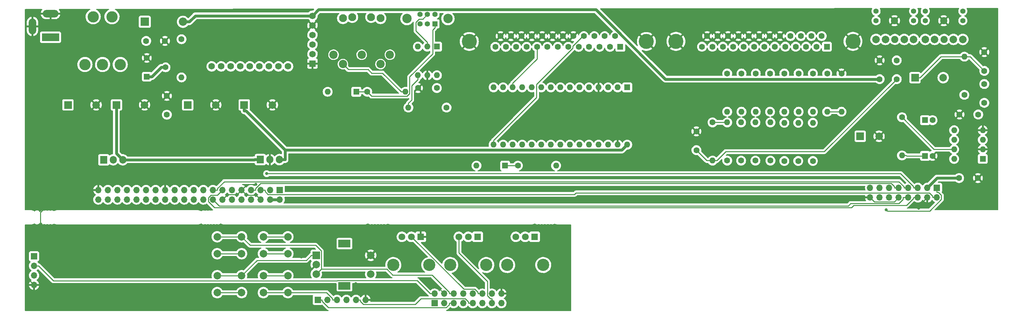
<source format=gbr>
%TF.GenerationSoftware,KiCad,Pcbnew,(6.0.8)*%
%TF.CreationDate,2023-03-17T13:42:55+03:00*%
%TF.ProjectId,retro_laptop_musicbox,72657472-6f5f-46c6-9170-746f705f6d75,rev?*%
%TF.SameCoordinates,Original*%
%TF.FileFunction,Copper,L1,Top*%
%TF.FilePolarity,Positive*%
%FSLAX46Y46*%
G04 Gerber Fmt 4.6, Leading zero omitted, Abs format (unit mm)*
G04 Created by KiCad (PCBNEW (6.0.8)) date 2023-03-17 13:42:55*
%MOMM*%
%LPD*%
G01*
G04 APERTURE LIST*
%TA.AperFunction,ComponentPad*%
%ADD10R,1.905000X2.000000*%
%TD*%
%TA.AperFunction,ComponentPad*%
%ADD11O,1.905000X2.000000*%
%TD*%
%TA.AperFunction,ComponentPad*%
%ADD12C,2.000000*%
%TD*%
%TA.AperFunction,ComponentPad*%
%ADD13C,1.600000*%
%TD*%
%TA.AperFunction,ComponentPad*%
%ADD14O,1.600000X1.600000*%
%TD*%
%TA.AperFunction,ComponentPad*%
%ADD15R,3.200000X2.000000*%
%TD*%
%TA.AperFunction,ComponentPad*%
%ADD16R,2.000000X2.000000*%
%TD*%
%TA.AperFunction,ComponentPad*%
%ADD17R,1.750000X1.750000*%
%TD*%
%TA.AperFunction,ComponentPad*%
%ADD18C,1.750000*%
%TD*%
%TA.AperFunction,ComponentPad*%
%ADD19C,3.240000*%
%TD*%
%TA.AperFunction,ComponentPad*%
%ADD20R,1.800000X1.800000*%
%TD*%
%TA.AperFunction,ComponentPad*%
%ADD21C,1.800000*%
%TD*%
%TA.AperFunction,ComponentPad*%
%ADD22R,1.700000X1.700000*%
%TD*%
%TA.AperFunction,ComponentPad*%
%ADD23O,1.700000X1.700000*%
%TD*%
%TA.AperFunction,ComponentPad*%
%ADD24R,1.600000X1.600000*%
%TD*%
%TA.AperFunction,ComponentPad*%
%ADD25C,1.900000*%
%TD*%
%TA.AperFunction,ComponentPad*%
%ADD26C,1.400000*%
%TD*%
%TA.AperFunction,ComponentPad*%
%ADD27R,1.560000X1.560000*%
%TD*%
%TA.AperFunction,ComponentPad*%
%ADD28C,1.560000*%
%TD*%
%TA.AperFunction,ComponentPad*%
%ADD29C,4.000000*%
%TD*%
%TA.AperFunction,ComponentPad*%
%ADD30C,2.100000*%
%TD*%
%TA.AperFunction,ComponentPad*%
%ADD31C,2.200000*%
%TD*%
%TA.AperFunction,ComponentPad*%
%ADD32C,2.500000*%
%TD*%
%TA.AperFunction,ComponentPad*%
%ADD33R,1.400000X1.400000*%
%TD*%
%TA.AperFunction,ComponentPad*%
%ADD34R,2.200000X2.200000*%
%TD*%
%TA.AperFunction,ComponentPad*%
%ADD35O,2.200000X2.200000*%
%TD*%
%TA.AperFunction,ComponentPad*%
%ADD36R,4.600000X2.000000*%
%TD*%
%TA.AperFunction,ComponentPad*%
%ADD37O,4.200000X2.000000*%
%TD*%
%TA.AperFunction,ComponentPad*%
%ADD38O,2.000000X4.200000*%
%TD*%
%TA.AperFunction,ComponentPad*%
%ADD39C,3.000000*%
%TD*%
%TA.AperFunction,ViaPad*%
%ADD40C,0.800000*%
%TD*%
%TA.AperFunction,ViaPad*%
%ADD41C,3.000000*%
%TD*%
%TA.AperFunction,Conductor*%
%ADD42C,0.250000*%
%TD*%
%TA.AperFunction,Conductor*%
%ADD43C,0.750000*%
%TD*%
G04 APERTURE END LIST*
D10*
%TO.P,U2,1,VI*%
%TO.N,+12V*%
X90255100Y-71825000D03*
D11*
%TO.P,U2,2,GND*%
%TO.N,GND*%
X92795100Y-71825000D03*
%TO.P,U2,3,VO*%
%TO.N,+9V*%
X95335100Y-71825000D03*
%TD*%
D12*
%TO.P,SW6,1,1*%
%TO.N,Net-(SW3-Pad1)*%
X97595100Y-92349200D03*
X91095100Y-92349200D03*
%TO.P,SW6,2,2*%
%TO.N,BUTTON_4_F*%
X97595100Y-96849200D03*
X91095100Y-96849200D03*
%TD*%
D13*
%TO.P,R2,1*%
%TO.N,Net-(D2-Pad1)*%
X158795100Y-73430000D03*
D14*
%TO.P,R2,2*%
%TO.N,Net-(R2-Pad2)*%
X168955100Y-73430000D03*
%TD*%
D13*
%TO.P,R4,1*%
%TO.N,+3V3*%
X139811400Y-57980000D03*
D14*
%TO.P,R4,2*%
%TO.N,MIDI_RX*%
X129651400Y-57980000D03*
%TD*%
D13*
%TO.P,C15,1*%
%TO.N,Net-(C15-Pad1)*%
X206296300Y-69310000D03*
%TO.P,C15,2*%
%TO.N,GND*%
X206296300Y-64310000D03*
%TD*%
D15*
%TO.P,SW7,*%
%TO.N,*%
X112645100Y-105374200D03*
X112645100Y-94174200D03*
D16*
%TO.P,SW7,A,A*%
%TO.N,BUTTON_1_F*%
X105145100Y-97274200D03*
D12*
%TO.P,SW7,B,B*%
%TO.N,BUTTON_2_F*%
X105145100Y-102274200D03*
%TO.P,SW7,C,C*%
%TO.N,GND*%
X105145100Y-99774200D03*
%TO.P,SW7,S1,S1*%
%TO.N,BUTTON_3_F*%
X119645100Y-102274200D03*
%TO.P,SW7,S2,S2*%
%TO.N,GND*%
X119645100Y-97274200D03*
%TD*%
D17*
%TO.P,J9,1,Pin_1*%
%TO.N,GND*%
X104145100Y-46280000D03*
D18*
%TO.P,J9,2,Pin_2*%
%TO.N,DAC_BCK*%
X104145100Y-43740000D03*
%TO.P,J9,3,Pin_3*%
%TO.N,DAC_DIN*%
X104145100Y-41200000D03*
%TO.P,J9,4,Pin_4*%
%TO.N,DAC_LCK*%
X104145100Y-38660000D03*
%TO.P,J9,5,Pin_5*%
%TO.N,GND*%
X104145100Y-36120000D03*
%TO.P,J9,6,Pin_6*%
%TO.N,+5V*%
X104145100Y-33580000D03*
%TO.P,J9,7,Pin_7*%
%TO.N,unconnected-(J9-Pad7)*%
X97645100Y-47030000D03*
%TO.P,J9,8,Pin_8*%
%TO.N,unconnected-(J9-Pad8)*%
X95105100Y-47030000D03*
%TO.P,J9,9,Pin_9*%
%TO.N,unconnected-(J9-Pad9)*%
X92565100Y-47030000D03*
%TO.P,J9,10,Pin_10*%
%TO.N,unconnected-(J9-Pad10)*%
X90025100Y-47030000D03*
%TO.P,J9,11,Pin_11*%
%TO.N,unconnected-(J9-Pad11)*%
X87485100Y-47030000D03*
%TO.P,J9,12,Pin_12*%
%TO.N,unconnected-(J9-Pad12)*%
X84945100Y-47030000D03*
%TO.P,J9,13,Pin_13*%
%TO.N,unconnected-(J9-Pad13)*%
X82405100Y-47030000D03*
%TO.P,J9,14,Pin_14*%
%TO.N,unconnected-(J9-Pad14)*%
X79865100Y-47030000D03*
%TO.P,J9,15,Pin_15*%
%TO.N,unconnected-(J9-Pad15)*%
X77325100Y-47030000D03*
%TD*%
D19*
%TO.P,RV2,*%
%TO.N,*%
X125645100Y-99855000D03*
X135245100Y-99855000D03*
D20*
%TO.P,RV2,1,1*%
%TO.N,GND*%
X132945100Y-92355000D03*
D21*
%TO.P,RV2,2,2*%
%TO.N,C8_2_F*%
X130445100Y-92355000D03*
%TO.P,RV2,3,3*%
%TO.N,Source_audio_F*%
X127945100Y-92355000D03*
%TD*%
D12*
%TO.P,SW3,1,1*%
%TO.N,Net-(SW3-Pad1)*%
X78795100Y-107199200D03*
X85295100Y-107199200D03*
%TO.P,SW3,2,2*%
%TO.N,BUTTON_1_F*%
X85295100Y-102699200D03*
X78795100Y-102699200D03*
%TD*%
D16*
%TO.P,C1,1*%
%TO.N,+12V*%
X51977400Y-57280000D03*
D12*
%TO.P,C1,2*%
%TO.N,GND*%
X59477400Y-57280000D03*
%TD*%
D13*
%TO.P,R16,1*%
%TO.N,Net-(R15-Pad2)*%
X233396300Y-72190000D03*
D14*
%TO.P,R16,2*%
%TO.N,Net-(R16-Pad2)*%
X233396300Y-62030000D03*
%TD*%
D19*
%TO.P,RV3,*%
%TO.N,*%
X140795100Y-99855000D03*
X150395100Y-99855000D03*
D20*
%TO.P,RV3,1,1*%
%TO.N,unconnected-(RV3-Pad1)*%
X148095100Y-92355000D03*
D21*
%TO.P,RV3,2,2*%
%TO.N,GAIN1_F*%
X145595100Y-92355000D03*
%TO.P,RV3,3,3*%
%TO.N,C9_1_F*%
X143095100Y-92355000D03*
%TD*%
D22*
%TO.P,J8,1,Pin_1*%
%TO.N,SDA_F*%
X136620100Y-110005000D03*
D23*
%TO.P,J8,2,Pin_2*%
%TO.N,SCL_F*%
X136620100Y-107465000D03*
%TO.P,J8,3,Pin_3*%
%TO.N,+5VA*%
X139160100Y-110005000D03*
%TO.P,J8,4,Pin_4*%
%TO.N,GND*%
X139160100Y-107465000D03*
%TO.P,J8,5,Pin_5*%
%TO.N,BUTTON_1_F*%
X141700100Y-110005000D03*
%TO.P,J8,6,Pin_6*%
%TO.N,BUTTON_2_F*%
X141700100Y-107465000D03*
%TO.P,J8,7,Pin_7*%
%TO.N,BUTTON_3_F*%
X144240100Y-110005000D03*
%TO.P,J8,8,Pin_8*%
%TO.N,BUTTON_4_F*%
X144240100Y-107465000D03*
%TO.P,J8,9,Pin_9*%
%TO.N,BUTTON_5_F*%
X146780100Y-110005000D03*
%TO.P,J8,10,Pin_10*%
%TO.N,GND*%
X146780100Y-107465000D03*
%TO.P,J8,11,Pin_11*%
%TO.N,Source_audio_F*%
X149320100Y-110005000D03*
%TO.P,J8,12,Pin_12*%
%TO.N,C8_2_F*%
X149320100Y-107465000D03*
%TO.P,J8,13,Pin_13*%
%TO.N,C9_1_F*%
X151860100Y-110005000D03*
%TO.P,J8,14,Pin_14*%
%TO.N,GAIN1_F*%
X151860100Y-107465000D03*
%TO.P,J8,15,Pin_15*%
%TO.N,C13_2_F*%
X154400100Y-110005000D03*
%TO.P,J8,16,Pin_16*%
%TO.N,GND*%
X154400100Y-107465000D03*
%TD*%
D13*
%TO.P,C12,1*%
%TO.N,GND*%
X281195100Y-76730000D03*
%TO.P,C12,2*%
%TO.N,+5V*%
X276195100Y-76730000D03*
%TD*%
D22*
%TO.P,J10,1,Pin_1*%
%TO.N,SDA_F*%
X30045100Y-97530000D03*
D23*
%TO.P,J10,2,Pin_2*%
%TO.N,SCL_F*%
X30045100Y-100070000D03*
%TO.P,J10,3,Pin_3*%
%TO.N,+5VA*%
X30045100Y-102610000D03*
%TO.P,J10,4,Pin_4*%
%TO.N,GND*%
X30045100Y-105150000D03*
%TD*%
D13*
%TO.P,R13,1*%
%TO.N,Net-(J5-Pad9)*%
X214490100Y-48930000D03*
D14*
%TO.P,R13,2*%
%TO.N,Net-(R13-Pad2)*%
X214490100Y-59090000D03*
%TD*%
D13*
%TO.P,R22,1*%
%TO.N,Net-(R13-Pad2)*%
X210596300Y-61930000D03*
D14*
%TO.P,R22,2*%
%TO.N,Net-(C15-Pad1)*%
X210596300Y-72090000D03*
%TD*%
D13*
%TO.P,R20,1*%
%TO.N,Net-(R11-Pad2)*%
X218196300Y-72090000D03*
D14*
%TO.P,R20,2*%
%TO.N,Net-(R12-Pad2)*%
X218196300Y-61930000D03*
%TD*%
D16*
%TO.P,C17,1*%
%TO.N,Net-(C16-Pad1)*%
X264467200Y-50030000D03*
D12*
%TO.P,C17,2*%
%TO.N,AMP_audio*%
X271967200Y-50030000D03*
%TD*%
D13*
%TO.P,R5,1*%
%TO.N,GND*%
X244900100Y-48930000D03*
D14*
%TO.P,R5,2*%
%TO.N,Net-(R15-Pad1)*%
X244900100Y-59090000D03*
%TD*%
D13*
%TO.P,C16,1*%
%TO.N,Net-(C16-Pad1)*%
X282895100Y-48230000D03*
%TO.P,C16,2*%
%TO.N,GND*%
X282895100Y-43230000D03*
%TD*%
%TO.P,R17,1*%
%TO.N,Net-(R16-Pad2)*%
X229696300Y-72190000D03*
D14*
%TO.P,R17,2*%
%TO.N,Net-(R17-Pad2)*%
X229696300Y-62030000D03*
%TD*%
D10*
%TO.P,U3,1,ADJ*%
%TO.N,Net-(R3-Pad2)*%
X48595100Y-71880000D03*
D11*
%TO.P,U3,2,VO*%
%TO.N,+5V*%
X51135100Y-71880000D03*
%TO.P,U3,3,VI*%
%TO.N,+12V*%
X53675100Y-71880000D03*
%TD*%
D13*
%TO.P,C18,1*%
%TO.N,Net-(C15-Pad1)*%
X259595100Y-50430000D03*
%TO.P,C18,2*%
%TO.N,Source_audio*%
X259595100Y-45430000D03*
%TD*%
%TO.P,C5,1*%
%TO.N,+5V*%
X65395100Y-59880000D03*
%TO.P,C5,2*%
%TO.N,GND*%
X65395100Y-54880000D03*
%TD*%
%TO.P,R9,1*%
%TO.N,Net-(J5-Pad5)*%
X229695100Y-48930000D03*
D14*
%TO.P,R9,2*%
%TO.N,Net-(R17-Pad2)*%
X229695100Y-59090000D03*
%TD*%
D13*
%TO.P,R12,1*%
%TO.N,Net-(J5-Pad8)*%
X218291300Y-48930000D03*
D14*
%TO.P,R12,2*%
%TO.N,Net-(R12-Pad2)*%
X218291300Y-59090000D03*
%TD*%
D24*
%TO.P,U5,1,GAIN*%
%TO.N,GAIN1*%
X282495100Y-71630000D03*
D14*
%TO.P,U5,2,-*%
%TO.N,GND*%
X282495100Y-69090000D03*
%TO.P,U5,3,+*%
%TO.N,C8_2*%
X282495100Y-66550000D03*
%TO.P,U5,4,GND*%
%TO.N,GND*%
X282495100Y-64010000D03*
%TO.P,U5,5*%
%TO.N,VOUT*%
X274875100Y-64010000D03*
%TO.P,U5,6,V+*%
%TO.N,+5V*%
X274875100Y-66550000D03*
%TO.P,U5,7,BYPASS*%
%TO.N,Net-(R14-Pad1)*%
X274875100Y-69090000D03*
%TO.P,U5,8,GAIN*%
%TO.N,GAIN8*%
X274875100Y-71630000D03*
%TD*%
D24*
%TO.P,U4,1*%
%TO.N,Net-(SW2-Pad2)*%
X137256400Y-41780000D03*
D14*
%TO.P,U4,2*%
%TO.N,Net-(SW2-Pad5)*%
X134716400Y-41780000D03*
%TO.P,U4,3*%
%TO.N,unconnected-(U4-Pad3)*%
X132176400Y-41780000D03*
%TO.P,U4,4*%
%TO.N,MIDI_RX*%
X132176400Y-49400000D03*
%TO.P,U4,5*%
%TO.N,GND*%
X134716400Y-49400000D03*
%TO.P,U4,6*%
%TO.N,+3V3*%
X137256400Y-49400000D03*
%TD*%
D13*
%TO.P,R14,1*%
%TO.N,Net-(R14-Pad1)*%
X260995100Y-60550000D03*
D14*
%TO.P,R14,2*%
%TO.N,Net-(C14-Pad1)*%
X260995100Y-70710000D03*
%TD*%
D13*
%TO.P,R3,1*%
%TO.N,+5V*%
X69295100Y-39800000D03*
D14*
%TO.P,R3,2*%
%TO.N,Net-(R3-Pad2)*%
X69295100Y-49960000D03*
%TD*%
D13*
%TO.P,C3,1*%
%TO.N,+12V*%
X59895100Y-40280000D03*
%TO.P,C3,2*%
%TO.N,GND*%
X64895100Y-40280000D03*
%TD*%
%TO.P,R18,1*%
%TO.N,Net-(R17-Pad2)*%
X225996300Y-72090000D03*
D14*
%TO.P,R18,2*%
%TO.N,Net-(R10-Pad2)*%
X225996300Y-61930000D03*
%TD*%
D22*
%TO.P,J4,1,Pin_1*%
%TO.N,SDA*%
X270295100Y-79330000D03*
D23*
%TO.P,J4,2,Pin_2*%
%TO.N,SCL*%
X270295100Y-81870000D03*
%TO.P,J4,3,Pin_3*%
%TO.N,+5V*%
X267755100Y-79330000D03*
%TO.P,J4,4,Pin_4*%
%TO.N,GND*%
X267755100Y-81870000D03*
%TO.P,J4,5,Pin_5*%
%TO.N,BUTTON_1*%
X265215100Y-79330000D03*
%TO.P,J4,6,Pin_6*%
%TO.N,BUTTON_2*%
X265215100Y-81870000D03*
%TO.P,J4,7,Pin_7*%
%TO.N,BUTTON_3*%
X262675100Y-79330000D03*
%TO.P,J4,8,Pin_8*%
%TO.N,BUTTON_4*%
X262675100Y-81870000D03*
%TO.P,J4,9,Pin_9*%
%TO.N,BUTTON_5*%
X260135100Y-79330000D03*
%TO.P,J4,10,Pin_10*%
%TO.N,GND*%
X260135100Y-81870000D03*
%TO.P,J4,11,Pin_11*%
%TO.N,Source_audio*%
X257595100Y-79330000D03*
%TO.P,J4,12,Pin_12*%
%TO.N,C8_2*%
X257595100Y-81870000D03*
%TO.P,J4,13,Pin_13*%
%TO.N,C9_1*%
X255055100Y-79330000D03*
%TO.P,J4,14,Pin_14*%
%TO.N,GAIN1*%
X255055100Y-81870000D03*
%TO.P,J4,15,Pin_15*%
%TO.N,C13_2*%
X252515100Y-79330000D03*
%TO.P,J4,16,Pin_16*%
%TO.N,GND*%
X252515100Y-81870000D03*
%TD*%
D13*
%TO.P,C6,1*%
%TO.N,+3V3*%
X137231400Y-52780000D03*
%TO.P,C6,2*%
%TO.N,GND*%
X132231400Y-52780000D03*
%TD*%
%TO.P,C8,1*%
%TO.N,GND*%
X276295100Y-59830000D03*
%TO.P,C8,2*%
%TO.N,C8_2*%
X281295100Y-59830000D03*
%TD*%
D24*
%TO.P,C9,1*%
%TO.N,C9_1*%
X267129800Y-61330000D03*
D13*
%TO.P,C9,2*%
%TO.N,GAIN8*%
X269129800Y-61330000D03*
%TD*%
%TO.P,R23,1*%
%TO.N,VOUT*%
X277595100Y-54610000D03*
D14*
%TO.P,R23,2*%
%TO.N,Net-(C16-Pad1)*%
X277595100Y-44450000D03*
%TD*%
D12*
%TO.P,SW5,1,1*%
%TO.N,Net-(SW3-Pad1)*%
X91095100Y-102699200D03*
X97595100Y-102699200D03*
%TO.P,SW5,2,2*%
%TO.N,BUTTON_3_F*%
X91095100Y-107199200D03*
X97595100Y-107199200D03*
%TD*%
D19*
%TO.P,RV4,*%
%TO.N,*%
X155945100Y-99855000D03*
X165545100Y-99855000D03*
D20*
%TO.P,RV4,1,1*%
%TO.N,unconnected-(RV4-Pad1)*%
X163245100Y-92355000D03*
D21*
%TO.P,RV4,2,2*%
%TO.N,C13_2_F*%
X160745100Y-92355000D03*
%TO.P,RV4,3,3*%
%TO.N,GAIN1_F*%
X158245100Y-92355000D03*
%TD*%
D25*
%TO.P,J6,*%
%TO.N,*%
X259095100Y-39855000D03*
D26*
X254095100Y-34855000D03*
X254095100Y-32355000D03*
X264095100Y-32355000D03*
X264095100Y-34855000D03*
D25*
%TO.P,J6,1*%
%TO.N,GND*%
X259015100Y-34895000D03*
D12*
%TO.P,J6,2*%
%TO.N,Source_audio*%
X264095100Y-39855000D03*
%TO.P,J6,3*%
%TO.N,unconnected-(J6-Pad3)*%
X261595100Y-39855000D03*
%TO.P,J6,4*%
%TO.N,unconnected-(J6-Pad4)*%
X256595100Y-39855000D03*
%TO.P,J6,5*%
%TO.N,Source_audio*%
X254095100Y-39855000D03*
%TD*%
D16*
%TO.P,C2,1*%
%TO.N,+12V*%
X39077400Y-57280000D03*
D12*
%TO.P,C2,2*%
%TO.N,GND*%
X46577400Y-57280000D03*
%TD*%
D27*
%TO.P,RV1,1,1*%
%TO.N,Net-(R3-Pad2)*%
X60055100Y-49780000D03*
D28*
%TO.P,RV1,2,2*%
X65055100Y-47280000D03*
%TO.P,RV1,3,3*%
%TO.N,GND*%
X60055100Y-44780000D03*
%TD*%
D13*
%TO.P,R21,1*%
%TO.N,Net-(R12-Pad2)*%
X214496300Y-72090000D03*
D14*
%TO.P,R21,2*%
%TO.N,Net-(R13-Pad2)*%
X214496300Y-61930000D03*
%TD*%
D16*
%TO.P,C7,1*%
%TO.N,+5V*%
X70942100Y-57280000D03*
D12*
%TO.P,C7,2*%
%TO.N,GND*%
X78442100Y-57280000D03*
%TD*%
D29*
%TO.P,J2,0,PAD*%
%TO.N,GND*%
X145875100Y-40410000D03*
X192975100Y-40410000D03*
D24*
%TO.P,J2,1,1*%
%TO.N,/STROBE*%
X186045100Y-41830000D03*
D13*
%TO.P,J2,2,2*%
%TO.N,Net-(J2-Pad2)*%
X183275100Y-41830000D03*
%TO.P,J2,3,3*%
%TO.N,Net-(J2-Pad3)*%
X180505100Y-41830000D03*
%TO.P,J2,4,4*%
%TO.N,Net-(J2-Pad4)*%
X177735100Y-41830000D03*
%TO.P,J2,5,5*%
%TO.N,Net-(J2-Pad5)*%
X174965100Y-41830000D03*
%TO.P,J2,6,6*%
%TO.N,Net-(J2-Pad6)*%
X172195100Y-41830000D03*
%TO.P,J2,7,7*%
%TO.N,Net-(J2-Pad7)*%
X169425100Y-41830000D03*
%TO.P,J2,8,8*%
%TO.N,Net-(J2-Pad8)*%
X166655100Y-41830000D03*
%TO.P,J2,9,9*%
%TO.N,Net-(J2-Pad9)*%
X163885100Y-41830000D03*
%TO.P,J2,10,10*%
%TO.N,unconnected-(J2-Pad10)*%
X161115100Y-41830000D03*
%TO.P,J2,11,11*%
%TO.N,unconnected-(J2-Pad11)*%
X158345100Y-41830000D03*
%TO.P,J2,12,12*%
%TO.N,unconnected-(J2-Pad12)*%
X155575100Y-41830000D03*
%TO.P,J2,13,13*%
%TO.N,unconnected-(J2-Pad13)*%
X152805100Y-41830000D03*
%TO.P,J2,14,P14*%
%TO.N,Net-(J2-Pad14)*%
X184660100Y-38990000D03*
%TO.P,J2,15,P15*%
%TO.N,unconnected-(J2-Pad15)*%
X181890100Y-38990000D03*
%TO.P,J2,16,P16*%
%TO.N,Net-(J2-Pad16)*%
X179120100Y-38990000D03*
%TO.P,J2,17,P17*%
%TO.N,/SELECTPRN*%
X176350100Y-38990000D03*
%TO.P,J2,18,P18*%
%TO.N,GND*%
X173580100Y-38990000D03*
%TO.P,J2,19,P19*%
X170810100Y-38990000D03*
%TO.P,J2,20,P20*%
X168040100Y-38990000D03*
%TO.P,J2,21,P21*%
X165270100Y-38990000D03*
%TO.P,J2,22,P22*%
X162500100Y-38990000D03*
%TO.P,J2,23,P23*%
X159730100Y-38990000D03*
%TO.P,J2,24,P24*%
X156960100Y-38990000D03*
%TO.P,J2,25,P25*%
X154190100Y-38990000D03*
%TD*%
D12*
%TO.P,SW4,1,1*%
%TO.N,Net-(SW3-Pad1)*%
X85295100Y-96849200D03*
X78795100Y-96849200D03*
%TO.P,SW4,2,2*%
%TO.N,BUTTON_2_F*%
X78795100Y-92349200D03*
X85295100Y-92349200D03*
%TD*%
D13*
%TO.P,R1,1*%
%TO.N,Net-(D1-Pad1)*%
X118715100Y-53780000D03*
D14*
%TO.P,R1,2*%
%TO.N,Net-(J3-Pad4)*%
X128875100Y-53780000D03*
%TD*%
D30*
%TO.P,J3,*%
%TO.N,*%
X119745100Y-33930000D03*
X122245100Y-34230000D03*
X112245100Y-34230000D03*
X114745100Y-33930000D03*
D31*
%TO.P,J3,1*%
%TO.N,unconnected-(J3-Pad1)*%
X109745100Y-43930000D03*
%TO.P,J3,2*%
%TO.N,unconnected-(J3-Pad2)*%
X117245100Y-43930000D03*
%TO.P,J3,3*%
%TO.N,unconnected-(J3-Pad3)*%
X124745100Y-43930000D03*
%TO.P,J3,4*%
%TO.N,Net-(J3-Pad4)*%
X112245100Y-46430000D03*
%TO.P,J3,5*%
%TO.N,Net-(D1-Pad2)*%
X122245100Y-46430000D03*
%TD*%
D32*
%TO.P,SW2,*%
%TO.N,*%
X129295100Y-34330000D03*
X140195100Y-34330000D03*
D33*
%TO.P,SW2,1,A*%
%TO.N,Net-(D1-Pad1)*%
X136745100Y-35730000D03*
D26*
%TO.P,SW2,2,B*%
%TO.N,Net-(SW2-Pad2)*%
X134745100Y-35730000D03*
%TO.P,SW2,3,C*%
%TO.N,Net-(D2-Pad1)*%
X132745100Y-35730000D03*
%TO.P,SW2,4,A*%
%TO.N,Net-(D1-Pad2)*%
X136745100Y-33230000D03*
%TO.P,SW2,5,B*%
%TO.N,Net-(SW2-Pad5)*%
X134745100Y-33230000D03*
%TO.P,SW2,6,C*%
%TO.N,Net-(D2-Pad2)*%
X132745100Y-33230000D03*
%TD*%
%TO.P,J7,*%
%TO.N,*%
X267195100Y-34855000D03*
X277195100Y-32355000D03*
D25*
X272195100Y-39855000D03*
D26*
X277195100Y-34855000D03*
X267195100Y-32355000D03*
D25*
%TO.P,J7,1*%
%TO.N,GND*%
X272115100Y-34895000D03*
D12*
%TO.P,J7,2*%
%TO.N,AMP_audio*%
X277195100Y-39855000D03*
%TO.P,J7,3*%
%TO.N,unconnected-(J7-Pad3)*%
X274695100Y-39855000D03*
%TO.P,J7,4*%
%TO.N,unconnected-(J7-Pad4)*%
X269695100Y-39855000D03*
%TO.P,J7,5*%
%TO.N,AMP_audio*%
X267195100Y-39855000D03*
%TD*%
D34*
%TO.P,D3,1,K*%
%TO.N,+12V*%
X59515100Y-35180000D03*
D35*
%TO.P,D3,2,A*%
%TO.N,+5V*%
X69675100Y-35180000D03*
%TD*%
D29*
%TO.P,J5,0,PAD*%
%TO.N,GND*%
X200850100Y-40379700D03*
X247950100Y-40379700D03*
D24*
%TO.P,J5,1,1*%
%TO.N,unconnected-(J5-Pad1)*%
X241020100Y-41799700D03*
D13*
%TO.P,J5,2,2*%
%TO.N,Net-(J5-Pad2)*%
X238250100Y-41799700D03*
%TO.P,J5,3,3*%
%TO.N,Net-(J5-Pad3)*%
X235480100Y-41799700D03*
%TO.P,J5,4,4*%
%TO.N,Net-(J5-Pad4)*%
X232710100Y-41799700D03*
%TO.P,J5,5,5*%
%TO.N,Net-(J5-Pad5)*%
X229940100Y-41799700D03*
%TO.P,J5,6,6*%
%TO.N,Net-(J5-Pad6)*%
X227170100Y-41799700D03*
%TO.P,J5,7,7*%
%TO.N,Net-(J5-Pad7)*%
X224400100Y-41799700D03*
%TO.P,J5,8,8*%
%TO.N,Net-(J5-Pad8)*%
X221630100Y-41799700D03*
%TO.P,J5,9,9*%
%TO.N,Net-(J5-Pad9)*%
X218860100Y-41799700D03*
%TO.P,J5,10,10*%
%TO.N,unconnected-(J5-Pad10)*%
X216090100Y-41799700D03*
%TO.P,J5,11,11*%
%TO.N,unconnected-(J5-Pad11)*%
X213320100Y-41799700D03*
%TO.P,J5,12,12*%
%TO.N,unconnected-(J5-Pad12)*%
X210550100Y-41799700D03*
%TO.P,J5,13,13*%
%TO.N,unconnected-(J5-Pad13)*%
X207780100Y-41799700D03*
%TO.P,J5,14,P14*%
%TO.N,unconnected-(J5-Pad14)*%
X239635100Y-38959700D03*
%TO.P,J5,15,P15*%
%TO.N,unconnected-(J5-Pad15)*%
X236865100Y-38959700D03*
%TO.P,J5,16,P16*%
%TO.N,unconnected-(J5-Pad16)*%
X234095100Y-38959700D03*
%TO.P,J5,17,P17*%
%TO.N,unconnected-(J5-Pad17)*%
X231325100Y-38959700D03*
%TO.P,J5,18,P18*%
%TO.N,GND*%
X228555100Y-38959700D03*
%TO.P,J5,19,P19*%
X225785100Y-38959700D03*
%TO.P,J5,20,P20*%
X223015100Y-38959700D03*
%TO.P,J5,21,P21*%
X220245100Y-38959700D03*
%TO.P,J5,22,P22*%
X217475100Y-38959700D03*
%TO.P,J5,23,P23*%
X214705100Y-38959700D03*
%TO.P,J5,24,P24*%
X211935100Y-38959700D03*
%TO.P,J5,25,P25*%
X209165100Y-38959700D03*
%TD*%
%TO.P,R10,1*%
%TO.N,Net-(J5-Pad6)*%
X225893800Y-48930000D03*
D14*
%TO.P,R10,2*%
%TO.N,Net-(R10-Pad2)*%
X225893800Y-59090000D03*
%TD*%
D24*
%TO.P,D2,1,K*%
%TO.N,Net-(D2-Pad1)*%
X155405100Y-73430000D03*
D14*
%TO.P,D2,2,A*%
%TO.N,Net-(D2-Pad2)*%
X147785100Y-73430000D03*
%TD*%
D13*
%TO.P,C13,1*%
%TO.N,VOUT*%
X282895100Y-56730000D03*
%TO.P,C13,2*%
%TO.N,C13_2*%
X282895100Y-51730000D03*
%TD*%
D36*
%TO.P,J1,1*%
%TO.N,/POWER*%
X34445100Y-39290000D03*
D37*
%TO.P,J1,2*%
%TO.N,GND*%
X34445100Y-32990000D03*
D38*
%TO.P,J1,MP,MountPin*%
X29645100Y-36390000D03*
%TD*%
D13*
%TO.P,R19,1*%
%TO.N,Net-(R10-Pad2)*%
X221996300Y-72090000D03*
D14*
%TO.P,R19,2*%
%TO.N,Net-(R11-Pad2)*%
X221996300Y-61930000D03*
%TD*%
D13*
%TO.P,R8,1*%
%TO.N,Net-(J5-Pad4)*%
X233496300Y-48930000D03*
D14*
%TO.P,R8,2*%
%TO.N,Net-(R16-Pad2)*%
X233496300Y-59090000D03*
%TD*%
D13*
%TO.P,R15,1*%
%TO.N,Net-(R15-Pad1)*%
X237296300Y-72190000D03*
D14*
%TO.P,R15,2*%
%TO.N,Net-(R15-Pad2)*%
X237296300Y-62030000D03*
%TD*%
D24*
%TO.P,C14,1*%
%TO.N,Net-(C14-Pad1)*%
X267129800Y-70830000D03*
D13*
%TO.P,C14,2*%
%TO.N,GND*%
X269129800Y-70830000D03*
%TD*%
%TO.P,R7,1*%
%TO.N,Net-(J5-Pad3)*%
X237297600Y-48930000D03*
D14*
%TO.P,R7,2*%
%TO.N,Net-(R15-Pad2)*%
X237297600Y-59090000D03*
%TD*%
D13*
%TO.P,R11,1*%
%TO.N,Net-(J5-Pad7)*%
X222092600Y-48930000D03*
D14*
%TO.P,R11,2*%
%TO.N,Net-(R11-Pad2)*%
X222092600Y-59090000D03*
%TD*%
D13*
%TO.P,C11,1*%
%TO.N,GND*%
X255045100Y-45430000D03*
%TO.P,C11,2*%
%TO.N,+5V*%
X255045100Y-50430000D03*
%TD*%
D16*
%TO.P,C4,1*%
%TO.N,+9V*%
X85977400Y-57280000D03*
D12*
%TO.P,C4,2*%
%TO.N,GND*%
X93477400Y-57280000D03*
%TD*%
D24*
%TO.P,U1,1,D1/TX*%
%TO.N,Net-(D2-Pad2)*%
X187895100Y-52610000D03*
D14*
%TO.P,U1,2,D0/RX*%
%TO.N,unconnected-(U1-Pad2)*%
X185355100Y-52610000D03*
%TO.P,U1,3,~{RESET}*%
%TO.N,unconnected-(U1-Pad3)*%
X182815100Y-52610000D03*
%TO.P,U1,4,GND*%
%TO.N,GND*%
X180275100Y-52610000D03*
%TO.P,U1,5,D2*%
%TO.N,/STROBE*%
X177735100Y-52610000D03*
%TO.P,U1,6,~D3*%
%TO.N,Net-(J2-Pad2)*%
X175195100Y-52610000D03*
%TO.P,U1,7,D4*%
%TO.N,Net-(J2-Pad3)*%
X172655100Y-52610000D03*
%TO.P,U1,8,~D5*%
%TO.N,Net-(J2-Pad4)*%
X170115100Y-52610000D03*
%TO.P,U1,9,~D6*%
%TO.N,Net-(J2-Pad5)*%
X167575100Y-52610000D03*
%TO.P,U1,10,D7*%
%TO.N,Net-(J2-Pad6)*%
X165035100Y-52610000D03*
%TO.P,U1,11,D8*%
%TO.N,Net-(J2-Pad7)*%
X162495100Y-52610000D03*
%TO.P,U1,12,~D9*%
%TO.N,Net-(J2-Pad8)*%
X159955100Y-52610000D03*
%TO.P,U1,13,~D10*%
%TO.N,Net-(J2-Pad9)*%
X157415100Y-52610000D03*
%TO.P,U1,14,~D11*%
%TO.N,Net-(J2-Pad14)*%
X154875100Y-52610000D03*
%TO.P,U1,15,D12*%
%TO.N,Net-(J2-Pad16)*%
X152335100Y-52610000D03*
%TO.P,U1,16,D13*%
%TO.N,/SELECTPRN*%
X152335100Y-67850000D03*
%TO.P,U1,17,3V3*%
%TO.N,unconnected-(U1-Pad17)*%
X154875100Y-67850000D03*
%TO.P,U1,18,AREF*%
%TO.N,unconnected-(U1-Pad18)*%
X157415100Y-67850000D03*
%TO.P,U1,19,A0/D14*%
%TO.N,unconnected-(U1-Pad19)*%
X159955100Y-67850000D03*
%TO.P,U1,20,A1/D15*%
%TO.N,unconnected-(U1-Pad20)*%
X162495100Y-67850000D03*
%TO.P,U1,21,A2/D16*%
%TO.N,unconnected-(U1-Pad21)*%
X165035100Y-67850000D03*
%TO.P,U1,22,A3/D17*%
%TO.N,unconnected-(U1-Pad22)*%
X167575100Y-67850000D03*
%TO.P,U1,23,A4/D18*%
%TO.N,unconnected-(U1-Pad23)*%
X170115100Y-67850000D03*
%TO.P,U1,24,A5/D19*%
%TO.N,unconnected-(U1-Pad24)*%
X172655100Y-67850000D03*
%TO.P,U1,25,A6/D20*%
%TO.N,unconnected-(U1-Pad25)*%
X175195100Y-67850000D03*
%TO.P,U1,26,A7/D21*%
%TO.N,unconnected-(U1-Pad26)*%
X177735100Y-67850000D03*
%TO.P,U1,27,+5V*%
%TO.N,Net-(R2-Pad2)*%
X180275100Y-67850000D03*
%TO.P,U1,28,~{RESET}*%
%TO.N,unconnected-(U1-Pad28)*%
X182815100Y-67850000D03*
%TO.P,U1,29,GND*%
%TO.N,GND*%
X185355100Y-67850000D03*
%TO.P,U1,30,VIN*%
%TO.N,+9V*%
X187895100Y-67850000D03*
%TD*%
D16*
%TO.P,C10,1*%
%TO.N,+5V*%
X249892100Y-65630000D03*
D12*
%TO.P,C10,2*%
%TO.N,GND*%
X254892100Y-65630000D03*
%TD*%
D22*
%TO.P,Pi1,1,3V3*%
%TO.N,unconnected-(Pi1-Pad1)*%
X95420100Y-79905000D03*
D23*
%TO.P,Pi1,2,5V*%
%TO.N,+5V*%
X95420100Y-82445000D03*
%TO.P,Pi1,3,SDA/GPIO2*%
%TO.N,SDA*%
X92880100Y-79905000D03*
%TO.P,Pi1,4,5V*%
%TO.N,+5V*%
X92880100Y-82445000D03*
%TO.P,Pi1,5,SCL/GPIO3*%
%TO.N,SCL*%
X90340100Y-79905000D03*
%TO.P,Pi1,6,GND*%
%TO.N,GND*%
X90340100Y-82445000D03*
%TO.P,Pi1,7,GCLK0/GPIO4*%
%TO.N,BUTTON_5*%
X87800100Y-79905000D03*
%TO.P,Pi1,8,GPIO14/TXD*%
%TO.N,unconnected-(Pi1-Pad8)*%
X87800100Y-82445000D03*
%TO.P,Pi1,9,GND*%
%TO.N,GND*%
X85260100Y-79905000D03*
%TO.P,Pi1,10,GPIO15/RXD*%
%TO.N,MIDI_RX*%
X85260100Y-82445000D03*
%TO.P,Pi1,11,GPIO17*%
%TO.N,BUTTON_1*%
X82720100Y-79905000D03*
%TO.P,Pi1,12,GPIO18/PWM0*%
%TO.N,DAC_BCK*%
X82720100Y-82445000D03*
%TO.P,Pi1,13,GPIO27*%
%TO.N,BUTTON_2*%
X80180100Y-79905000D03*
%TO.P,Pi1,14,GND*%
%TO.N,GND*%
X80180100Y-82445000D03*
%TO.P,Pi1,15,GPIO22*%
%TO.N,BUTTON_3*%
X77640100Y-79905000D03*
%TO.P,Pi1,16,GPIO23*%
%TO.N,BUTTON_4*%
X77640100Y-82445000D03*
%TO.P,Pi1,17,3V3*%
%TO.N,+3V3*%
X75100100Y-79905000D03*
%TO.P,Pi1,18,GPIO24*%
%TO.N,unconnected-(Pi1-Pad18)*%
X75100100Y-82445000D03*
%TO.P,Pi1,19,MOSI0/GPIO10*%
%TO.N,unconnected-(Pi1-Pad19)*%
X72560100Y-79905000D03*
%TO.P,Pi1,20,GND*%
%TO.N,unconnected-(Pi1-Pad20)*%
X72560100Y-82445000D03*
%TO.P,Pi1,21,MISO0/GPIO9*%
%TO.N,unconnected-(Pi1-Pad21)*%
X70020100Y-79905000D03*
%TO.P,Pi1,22,GPIO25*%
%TO.N,unconnected-(Pi1-Pad22)*%
X70020100Y-82445000D03*
%TO.P,Pi1,23,SCLK0/GPIO11*%
%TO.N,unconnected-(Pi1-Pad23)*%
X67480100Y-79905000D03*
%TO.P,Pi1,24,~{CE0}/GPIO8*%
%TO.N,unconnected-(Pi1-Pad24)*%
X67480100Y-82445000D03*
%TO.P,Pi1,25,GND*%
%TO.N,GND*%
X64940100Y-79905000D03*
%TO.P,Pi1,26,~{CE1}/GPIO7*%
%TO.N,unconnected-(Pi1-Pad26)*%
X64940100Y-82445000D03*
%TO.P,Pi1,27,ID_SD/GPIO0*%
%TO.N,unconnected-(Pi1-Pad27)*%
X62400100Y-79905000D03*
%TO.P,Pi1,28,ID_SC/GPIO1*%
%TO.N,unconnected-(Pi1-Pad28)*%
X62400100Y-82445000D03*
%TO.P,Pi1,29,GCLK1/GPIO5*%
%TO.N,unconnected-(Pi1-Pad29)*%
X59860100Y-79905000D03*
%TO.P,Pi1,30,GND*%
%TO.N,unconnected-(Pi1-Pad30)*%
X59860100Y-82445000D03*
%TO.P,Pi1,31,GCLK2/GPIO6*%
%TO.N,unconnected-(Pi1-Pad31)*%
X57320100Y-79905000D03*
%TO.P,Pi1,32,PWM0/GPIO12*%
%TO.N,unconnected-(Pi1-Pad32)*%
X57320100Y-82445000D03*
%TO.P,Pi1,33,PWM1/GPIO13*%
%TO.N,unconnected-(Pi1-Pad33)*%
X54780100Y-79905000D03*
%TO.P,Pi1,34,GND*%
%TO.N,unconnected-(Pi1-Pad34)*%
X54780100Y-82445000D03*
%TO.P,Pi1,35,GPIO19/MISO1*%
%TO.N,DAC_LCK*%
X52240100Y-79905000D03*
%TO.P,Pi1,36,GPIO16*%
%TO.N,unconnected-(Pi1-Pad36)*%
X52240100Y-82445000D03*
%TO.P,Pi1,37,GPIO26*%
%TO.N,unconnected-(Pi1-Pad37)*%
X49700100Y-79905000D03*
%TO.P,Pi1,38,GPIO20/MOSI1*%
%TO.N,unconnected-(Pi1-Pad38)*%
X49700100Y-82445000D03*
%TO.P,Pi1,39,GND*%
%TO.N,GND*%
X47160100Y-79905000D03*
%TO.P,Pi1,40,GPIO21/SCLK1*%
%TO.N,DAC_DIN*%
X47160100Y-82445000D03*
%TD*%
D22*
%TO.P,J11,1,Pin_1*%
%TO.N,BUTTON_1_F*%
X105545100Y-109130000D03*
D23*
%TO.P,J11,2,Pin_2*%
%TO.N,BUTTON_2_F*%
X108085100Y-109130000D03*
%TO.P,J11,3,Pin_3*%
%TO.N,BUTTON_3_F*%
X110625100Y-109130000D03*
%TO.P,J11,4,Pin_4*%
%TO.N,BUTTON_4_F*%
X113165100Y-109130000D03*
%TO.P,J11,5,Pin_5*%
%TO.N,BUTTON_5_F*%
X115705100Y-109130000D03*
%TO.P,J11,6,Pin_6*%
%TO.N,GND*%
X118245100Y-109130000D03*
%TD*%
D13*
%TO.P,R6,1*%
%TO.N,Net-(J5-Pad2)*%
X241098800Y-48930000D03*
D14*
%TO.P,R6,2*%
%TO.N,Net-(R15-Pad1)*%
X241098800Y-59090000D03*
%TD*%
D39*
%TO.P,SW1,*%
%TO.N,*%
X50795100Y-33830000D03*
X45795100Y-33830000D03*
%TO.P,SW1,1,A*%
%TO.N,+12V*%
X52995100Y-46530000D03*
%TO.P,SW1,2,B*%
%TO.N,/POWER*%
X48295100Y-46530000D03*
%TO.P,SW1,3,C*%
%TO.N,unconnected-(SW1-Pad3)*%
X43595100Y-46530000D03*
%TD*%
D24*
%TO.P,D1,1,K*%
%TO.N,Net-(D1-Pad1)*%
X115805100Y-53780000D03*
D14*
%TO.P,D1,2,A*%
%TO.N,Net-(D1-Pad2)*%
X108185100Y-53780000D03*
%TD*%
D40*
%TO.N,SDA*%
X256795100Y-85180000D03*
%TO.N,GND*%
X82895100Y-68180000D03*
X101600000Y-91440000D03*
X273495100Y-78980000D03*
X255845100Y-73830000D03*
X170195100Y-79330000D03*
X62245100Y-76380000D03*
X71945100Y-76430000D03*
D41*
X29895100Y-44780000D03*
D40*
X143995100Y-60280000D03*
X94345100Y-93380000D03*
X101145100Y-97680000D03*
X173395100Y-46930000D03*
X115645100Y-104830000D03*
X165495100Y-60530000D03*
X175895100Y-46980000D03*
X171145100Y-46530000D03*
X178245100Y-47080000D03*
X265445100Y-84755500D03*
X124995100Y-106030000D03*
X117795100Y-106330000D03*
X180745100Y-47180000D03*
D41*
X283895100Y-82630000D03*
D40*
X107845100Y-99730000D03*
X136495100Y-105080000D03*
X251695100Y-54730000D03*
D41*
X29895100Y-82630000D03*
D40*
X153895100Y-59230000D03*
D41*
X170445100Y-109780000D03*
D40*
X105895100Y-79380000D03*
D41*
X121145100Y-91280000D03*
D40*
X50095100Y-76480000D03*
X161145100Y-54730000D03*
X116745100Y-102380000D03*
X57895100Y-67980000D03*
D41*
X283895100Y-34230000D03*
D40*
X107995100Y-102680000D03*
X105595100Y-105680000D03*
D41*
X73345100Y-107380000D03*
D40*
X272645100Y-73030000D03*
X122145100Y-102980000D03*
X271545100Y-42580000D03*
X253995100Y-58380000D03*
X221795100Y-79380000D03*
X89045100Y-78409900D03*
X142995100Y-47030000D03*
D41*
X30145100Y-109730000D03*
X29895100Y-91280000D03*
D40*
X158145100Y-47830000D03*
X133745100Y-103630000D03*
X136045100Y-92330000D03*
X100145100Y-44330000D03*
X259495100Y-42030000D03*
D41*
X135345100Y-65280000D03*
X170445100Y-91280000D03*
D40*
X94345100Y-95680000D03*
X248745100Y-82180000D03*
X66795100Y-68030000D03*
X277045100Y-81530000D03*
D41*
X197145100Y-65280000D03*
D40*
%TO.N,BUTTON_1*%
X91957300Y-75554700D03*
%TD*%
D42*
%TO.N,SDA*%
X256795100Y-85180000D02*
X257095100Y-85480000D01*
X270295100Y-80505100D02*
X270295100Y-79330000D01*
X270662400Y-80505100D02*
X270295100Y-80505100D01*
X271470200Y-82404500D02*
X271470200Y-81312900D01*
X257095100Y-85480000D02*
X268394700Y-85480000D01*
X271470200Y-81312900D02*
X270662400Y-80505100D01*
X268394700Y-85480000D02*
X271470200Y-82404500D01*
%TO.N,SCL*%
X91515200Y-80272200D02*
X92323200Y-81080200D01*
X173852300Y-81080200D02*
X174258500Y-80674000D01*
X174258500Y-80674000D02*
X268289200Y-80674000D01*
X269120000Y-81504800D02*
X269120000Y-81870000D01*
X270295100Y-81870000D02*
X269120000Y-81870000D01*
X92323200Y-81080200D02*
X173852300Y-81080200D01*
X90340100Y-79905000D02*
X91515200Y-79905000D01*
X268289200Y-80674000D02*
X269120000Y-81504800D01*
X91515200Y-79905000D02*
X91515200Y-80272200D01*
%TO.N,Net-(SW2-Pad5)*%
X134716400Y-41780000D02*
X134716400Y-40654900D01*
X131693700Y-37632200D02*
X134716400Y-40654900D01*
X133495100Y-34480000D02*
X132537400Y-34480000D01*
X131693700Y-35323700D02*
X131693700Y-37632200D01*
X134745100Y-33230000D02*
X133495100Y-34480000D01*
X132537400Y-34480000D02*
X131693700Y-35323700D01*
D43*
%TO.N,Net-(R3-Pad2)*%
X60055100Y-49780000D02*
X61410200Y-49780000D01*
X63910200Y-47280000D02*
X61410200Y-49780000D01*
X65055100Y-47280000D02*
X63910200Y-47280000D01*
D42*
%TO.N,Net-(R15-Pad1)*%
X241098800Y-59090000D02*
X244900100Y-59090000D01*
%TO.N,Net-(R14-Pad1)*%
X260995100Y-60550000D02*
X269535100Y-69090000D01*
X269535100Y-69090000D02*
X274875100Y-69090000D01*
%TO.N,Net-(R13-Pad2)*%
X210596300Y-61930000D02*
X214496300Y-61930000D01*
%TO.N,Net-(J3-Pad4)*%
X122800000Y-48830000D02*
X127750000Y-53780000D01*
X119895100Y-48830000D02*
X122800000Y-48830000D01*
X118920300Y-47855200D02*
X119895100Y-48830000D01*
X127750000Y-53780000D02*
X128875100Y-53780000D01*
X112245100Y-46430000D02*
X113670300Y-47855200D01*
X113670300Y-47855200D02*
X118920300Y-47855200D01*
%TO.N,Net-(J2-Pad9)*%
X157415100Y-51484900D02*
X163885100Y-45014900D01*
X157415100Y-52610000D02*
X157415100Y-51484900D01*
X163885100Y-45014900D02*
X163885100Y-41830000D01*
%TO.N,Net-(D2-Pad1)*%
X155405100Y-73430000D02*
X158795100Y-73430000D01*
%TO.N,Net-(D1-Pad1)*%
X136745100Y-35730000D02*
X136745100Y-36755100D01*
X119870500Y-54935400D02*
X129313800Y-54935400D01*
X118715100Y-53780000D02*
X119870500Y-54935400D01*
X130002100Y-49823500D02*
X136131200Y-43694400D01*
X130002100Y-54247100D02*
X130002100Y-49823500D01*
X115805100Y-53780000D02*
X118715100Y-53780000D01*
X129313800Y-54935400D02*
X130002100Y-54247100D01*
X136131200Y-43694400D02*
X136131200Y-37369000D01*
X136131200Y-37369000D02*
X136745100Y-36755100D01*
%TO.N,Net-(C16-Pad1)*%
X277595100Y-44450000D02*
X271372300Y-44450000D01*
X282895100Y-48230000D02*
X279115100Y-44450000D01*
X279115100Y-44450000D02*
X277595100Y-44450000D01*
X271372300Y-44450000D02*
X265792300Y-50030000D01*
X264467200Y-50030000D02*
X265792300Y-50030000D01*
%TO.N,Net-(C15-Pad1)*%
X214112100Y-69699300D02*
X211721400Y-72090000D01*
X259595100Y-50430000D02*
X240325800Y-69699300D01*
X210596300Y-72090000D02*
X209076300Y-72090000D01*
X210596300Y-72090000D02*
X211721400Y-72090000D01*
X209076300Y-72090000D02*
X206296300Y-69310000D01*
X240325800Y-69699300D02*
X214112100Y-69699300D01*
%TO.N,Net-(C14-Pad1)*%
X260995100Y-70710000D02*
X262120200Y-70710000D01*
X262240200Y-70830000D02*
X262120200Y-70710000D01*
X267129800Y-70830000D02*
X262240200Y-70830000D01*
%TO.N,MIDI_RX*%
X130515400Y-55990900D02*
X130515400Y-52186100D01*
X130515400Y-52186100D02*
X132176400Y-50525100D01*
X132176400Y-49400000D02*
X132176400Y-50525100D01*
X129651400Y-56854900D02*
X130515400Y-55990900D01*
X129651400Y-57980000D02*
X129651400Y-56854900D01*
%TO.N,GND*%
X32195100Y-93380000D02*
X32195100Y-89013885D01*
X265445100Y-84755500D02*
X265445100Y-84180000D01*
X37636215Y-79905000D02*
X47160100Y-79905000D01*
X136775100Y-105080000D02*
X139160100Y-107465000D01*
X252515100Y-81870000D02*
X249055100Y-81870000D01*
X32195100Y-89013885D02*
X31720099Y-88538884D01*
X31720099Y-88538884D02*
X31720099Y-85821116D01*
X253690100Y-83045000D02*
X258960100Y-83045000D01*
X249055100Y-81870000D02*
X248745100Y-82180000D01*
X85260100Y-79905000D02*
X86755200Y-78409900D01*
X28145100Y-103250000D02*
X28145100Y-93930000D01*
X84085100Y-81080000D02*
X85260100Y-79905000D01*
X89165100Y-81270000D02*
X86625100Y-81270000D01*
X80180100Y-82445000D02*
X81545100Y-81080000D01*
X30045100Y-105150000D02*
X28145100Y-103250000D01*
X81545100Y-81080000D02*
X84085100Y-81080000D01*
X136495100Y-105080000D02*
X136775100Y-105080000D01*
X86755200Y-78409900D02*
X89045100Y-78409900D01*
X252515100Y-81870000D02*
X253690100Y-83045000D01*
X90340100Y-82445000D02*
X89165100Y-81270000D01*
X31720099Y-85821116D02*
X37636215Y-79905000D01*
X28695100Y-93380000D02*
X32195100Y-93380000D01*
X86625100Y-81270000D02*
X85260100Y-79905000D01*
X258960100Y-83045000D02*
X260135100Y-81870000D01*
X265445100Y-84180000D02*
X267755100Y-81870000D01*
X28145100Y-93930000D02*
X28695100Y-93380000D01*
%TO.N,BUTTON_5*%
X88975200Y-79537800D02*
X90361400Y-78151600D01*
X90361400Y-78151600D02*
X258146800Y-78151600D01*
X260135100Y-79330000D02*
X258960000Y-79330000D01*
X258146800Y-78151600D02*
X258960000Y-78964800D01*
X258960000Y-78964800D02*
X258960000Y-79330000D01*
X87800100Y-79905000D02*
X88975200Y-79905000D01*
X88975200Y-79905000D02*
X88975200Y-79537800D01*
%TO.N,BUTTON_4*%
X260171801Y-83495000D02*
X247330100Y-83495000D01*
X262675100Y-81870000D02*
X261310100Y-81870000D01*
X247330100Y-83495000D02*
X246695100Y-84130000D01*
X261310100Y-82356701D02*
X260171801Y-83495000D01*
X246695100Y-84130000D02*
X79325100Y-84130000D01*
X261310100Y-81870000D02*
X261310100Y-82356701D01*
X79325100Y-84130000D02*
X77640100Y-82445000D01*
%TO.N,BUTTON_3*%
X260220600Y-77685400D02*
X261500000Y-78964800D01*
X78815200Y-79905000D02*
X78815200Y-79537800D01*
X77640100Y-79905000D02*
X78815200Y-79905000D01*
X261500000Y-78964800D02*
X261500000Y-79330000D01*
X78815200Y-79537800D02*
X80667600Y-77685400D01*
X80667600Y-77685400D02*
X260220600Y-77685400D01*
X262675100Y-79330000D02*
X261500000Y-79330000D01*
%TO.N,BUTTON_2*%
X264040000Y-82167000D02*
X262227000Y-83980000D01*
X265215100Y-81870000D02*
X264040000Y-81870000D01*
X264040000Y-81870000D02*
X264040000Y-82167000D01*
X78815300Y-81269800D02*
X80180100Y-79905000D01*
X247595100Y-84580000D02*
X78028600Y-84580000D01*
X248195100Y-83980000D02*
X247595100Y-84580000D01*
X76457400Y-83008800D02*
X76457400Y-81926800D01*
X262227000Y-83980000D02*
X248195100Y-83980000D01*
X78028600Y-84580000D02*
X76457400Y-83008800D01*
X77114400Y-81269800D02*
X78815300Y-81269800D01*
X76457400Y-81926800D02*
X77114400Y-81269800D01*
%TO.N,BUTTON_1*%
X91957300Y-75554700D02*
X260629900Y-75554700D01*
X264040000Y-78964800D02*
X264040000Y-79330000D01*
X265215100Y-79330000D02*
X264040000Y-79330000D01*
X260629900Y-75554700D02*
X264040000Y-78964800D01*
%TO.N,/SELECTPRN*%
X173420800Y-41682100D02*
X176112900Y-38990000D01*
X163765100Y-55294900D02*
X163765100Y-51851300D01*
X152335100Y-66724900D02*
X163765100Y-55294900D01*
X163765100Y-51851300D02*
X173420800Y-42195600D01*
X176112900Y-38990000D02*
X176350100Y-38990000D01*
X173420800Y-42195600D02*
X173420800Y-41682100D01*
X152335100Y-67850000D02*
X152335100Y-66724900D01*
D43*
%TO.N,+9V*%
X86437300Y-58855100D02*
X85977400Y-58855100D01*
X96862700Y-71825000D02*
X96862700Y-69280500D01*
X186464600Y-69280500D02*
X187895100Y-67850000D01*
X96862700Y-69280500D02*
X186464600Y-69280500D01*
X85977400Y-57280000D02*
X85977400Y-58855100D01*
X96862700Y-69280500D02*
X86437300Y-58855100D01*
X95335100Y-71825000D02*
X96862700Y-71825000D01*
%TO.N,+5V*%
X267755100Y-79330000D02*
X270355100Y-76730000D01*
X270355100Y-76730000D02*
X276195100Y-76730000D01*
X71350200Y-35180000D02*
X72950200Y-33580000D01*
X92880100Y-82445000D02*
X95420100Y-82445000D01*
X69675100Y-35180000D02*
X71350200Y-35180000D01*
X179584100Y-31942900D02*
X198071200Y-50430000D01*
X72950200Y-33580000D02*
X104145100Y-33580000D01*
X198071200Y-50430000D02*
X255045100Y-50430000D01*
X104145100Y-33580000D02*
X105782200Y-31942900D01*
X105782200Y-31942900D02*
X179584100Y-31942900D01*
%TO.N,+12V*%
X90255100Y-71825000D02*
X88727500Y-71825000D01*
X88672500Y-71880000D02*
X88727500Y-71825000D01*
X51977400Y-70182300D02*
X53675100Y-71880000D01*
X53675100Y-71880000D02*
X88672500Y-71880000D01*
X51977400Y-57280000D02*
X51977400Y-70182300D01*
D42*
%TO.N,BUTTON_1_F*%
X105145100Y-97274200D02*
X103820000Y-97274200D01*
X102494900Y-98599300D02*
X89395000Y-98599300D01*
X106720200Y-109497200D02*
X108412300Y-111189300D01*
X141700100Y-110005000D02*
X140525000Y-110005000D01*
X139705900Y-111189300D02*
X140525000Y-110370200D01*
X89395000Y-98599300D02*
X85295100Y-102699200D01*
X103820000Y-97274200D02*
X102494900Y-98599300D01*
X106720200Y-109130000D02*
X106720200Y-109497200D01*
X105545100Y-109130000D02*
X106720200Y-109130000D01*
X108412300Y-111189300D02*
X139705900Y-111189300D01*
X78795100Y-102699200D02*
X85295100Y-102699200D01*
X140525000Y-110370200D02*
X140525000Y-110005000D01*
%TO.N,BUTTON_2_F*%
X105145100Y-102274200D02*
X106470300Y-100949000D01*
X125495700Y-102512200D02*
X135937400Y-102512200D01*
X104952100Y-94599200D02*
X87545100Y-94599200D01*
X106470300Y-100949000D02*
X123932500Y-100949000D01*
X123932500Y-100949000D02*
X125495700Y-102512200D01*
X87545100Y-94599200D02*
X85295100Y-92349200D01*
X106470300Y-100949000D02*
X106470300Y-96117400D01*
X135937400Y-102512200D02*
X140525000Y-107099800D01*
X140525000Y-107099800D02*
X140525000Y-107465000D01*
X78795100Y-92349200D02*
X85295100Y-92349200D01*
X106470300Y-96117400D02*
X104952100Y-94599200D01*
X141700100Y-107465000D02*
X140525000Y-107465000D01*
%TO.N,BUTTON_3_F*%
X110625100Y-109130000D02*
X109450000Y-109130000D01*
X97595100Y-107199200D02*
X91095100Y-107199200D01*
X109450000Y-109130000D02*
X109450000Y-108762800D01*
X107886400Y-107199200D02*
X97595100Y-107199200D01*
X109450000Y-108762800D02*
X107886400Y-107199200D01*
%TO.N,BUTTON_5_F*%
X146780100Y-110005000D02*
X145605000Y-110005000D01*
X117688200Y-110305200D02*
X131526300Y-110305200D01*
X144779600Y-108814400D02*
X145605000Y-109639800D01*
X131526300Y-110305200D02*
X133017100Y-108814400D01*
X116880200Y-109497200D02*
X117688200Y-110305200D01*
X116880200Y-109130000D02*
X116880200Y-109497200D01*
X145605000Y-109639800D02*
X145605000Y-110005000D01*
X115705100Y-109130000D02*
X116880200Y-109130000D01*
X133017100Y-108814400D02*
X144779600Y-108814400D01*
%TO.N,BUTTON_4_F*%
X91095100Y-96849200D02*
X97595100Y-96849200D01*
%TO.N,SCL_F*%
X131973000Y-103993000D02*
X135445000Y-107465000D01*
X110720500Y-104049200D02*
X110776700Y-103993000D01*
X136620100Y-107465000D02*
X135445000Y-107465000D01*
X30045100Y-100070000D02*
X31220200Y-100070000D01*
X35199400Y-104049200D02*
X110720500Y-104049200D01*
X31220200Y-100070000D02*
X35199400Y-104049200D01*
X110776700Y-103993000D02*
X131973000Y-103993000D01*
%TO.N,C9_1_F*%
X150685000Y-108022100D02*
X150685000Y-104224900D01*
X143095100Y-96635000D02*
X143095100Y-92355000D01*
X151860100Y-108829900D02*
X151492800Y-108829900D01*
X151860100Y-110005000D02*
X151860100Y-108829900D01*
X150685000Y-104224900D02*
X143095100Y-96635000D01*
X151492800Y-108829900D02*
X150685000Y-108022100D01*
%TO.N,C8_2_F*%
X130496200Y-92355000D02*
X130445100Y-92355000D01*
X147337200Y-106289900D02*
X144431100Y-106289900D01*
X148145000Y-107465000D02*
X148145000Y-107097700D01*
X144431100Y-106289900D02*
X130496200Y-92355000D01*
X148145000Y-107097700D02*
X147337200Y-106289900D01*
X149320100Y-107465000D02*
X148145000Y-107465000D01*
%TO.N,Net-(SW3-Pad1)*%
X78795100Y-96849200D02*
X85295100Y-96849200D01*
X85295100Y-107199200D02*
X78795100Y-107199200D01*
X91095100Y-92349200D02*
X97595100Y-92349200D01*
X97595100Y-102699200D02*
X91095100Y-102699200D01*
%TD*%
%TA.AperFunction,Conductor*%
%TO.N,GND*%
G36*
X31672162Y-88652880D02*
G01*
X31695498Y-88677036D01*
X31782253Y-88794923D01*
X31782257Y-88794927D01*
X31786592Y-88800818D01*
X31792170Y-88805557D01*
X31792173Y-88805560D01*
X31915806Y-88910594D01*
X31915810Y-88910597D01*
X31921385Y-88915333D01*
X31993279Y-88952044D01*
X32072392Y-88992442D01*
X32072394Y-88992443D01*
X32078908Y-88995769D01*
X32086013Y-88997508D01*
X32086017Y-88997509D01*
X32168338Y-89017652D01*
X32250710Y-89037808D01*
X32256312Y-89038156D01*
X32256315Y-89038156D01*
X32259925Y-89038380D01*
X32259935Y-89038380D01*
X32261864Y-89038500D01*
X32389393Y-89038500D01*
X32459136Y-89030369D01*
X32513511Y-89024030D01*
X32513515Y-89024029D01*
X32520781Y-89023182D01*
X32527656Y-89020687D01*
X32527658Y-89020686D01*
X32680161Y-88965329D01*
X32680162Y-88965329D01*
X32687037Y-88962833D01*
X32693158Y-88958820D01*
X32703494Y-88952044D01*
X32771430Y-88931423D01*
X32829877Y-88945201D01*
X32922392Y-88992442D01*
X32922394Y-88992443D01*
X32928908Y-88995769D01*
X32936013Y-88997508D01*
X32936017Y-88997509D01*
X33018338Y-89017652D01*
X33100710Y-89037808D01*
X33106312Y-89038156D01*
X33106315Y-89038156D01*
X33109925Y-89038380D01*
X33109935Y-89038380D01*
X33111864Y-89038500D01*
X33239393Y-89038500D01*
X33309136Y-89030369D01*
X33363511Y-89024030D01*
X33363515Y-89024029D01*
X33370781Y-89023182D01*
X33377656Y-89020687D01*
X33377658Y-89020686D01*
X33455472Y-88992440D01*
X33537037Y-88962833D01*
X33543159Y-88958819D01*
X33543433Y-88958682D01*
X33613299Y-88946065D01*
X33657153Y-88959129D01*
X33728908Y-88995769D01*
X33736013Y-88997508D01*
X33736017Y-88997509D01*
X33818338Y-89017652D01*
X33900710Y-89037808D01*
X33906312Y-89038156D01*
X33906315Y-89038156D01*
X33909925Y-89038380D01*
X33909935Y-89038380D01*
X33911864Y-89038500D01*
X34039393Y-89038500D01*
X34109136Y-89030369D01*
X34163511Y-89024030D01*
X34163515Y-89024029D01*
X34170781Y-89023182D01*
X34177656Y-89020687D01*
X34177658Y-89020686D01*
X34255472Y-88992440D01*
X34337037Y-88962833D01*
X34343159Y-88958819D01*
X34343433Y-88958682D01*
X34413299Y-88946065D01*
X34457153Y-88959129D01*
X34528908Y-88995769D01*
X34536013Y-88997508D01*
X34536017Y-88997509D01*
X34618338Y-89017652D01*
X34700710Y-89037808D01*
X34706312Y-89038156D01*
X34706315Y-89038156D01*
X34709925Y-89038380D01*
X34709935Y-89038380D01*
X34711864Y-89038500D01*
X34839393Y-89038500D01*
X34909136Y-89030369D01*
X34963511Y-89024030D01*
X34963515Y-89024029D01*
X34970781Y-89023182D01*
X34977656Y-89020687D01*
X34977658Y-89020686D01*
X35130161Y-88965329D01*
X35130162Y-88965329D01*
X35137037Y-88962833D01*
X35274259Y-88872867D01*
X35342193Y-88852244D01*
X35401312Y-88866366D01*
X35529147Y-88932606D01*
X35529152Y-88932608D01*
X35532975Y-88934589D01*
X35537034Y-88936032D01*
X35537035Y-88936032D01*
X35565266Y-88946065D01*
X35778990Y-89022022D01*
X35783198Y-89022896D01*
X35783200Y-89022897D01*
X36030412Y-89074269D01*
X36030415Y-89074269D01*
X36034619Y-89075143D01*
X36038905Y-89075436D01*
X36038911Y-89075437D01*
X36261589Y-89090668D01*
X36273892Y-89092120D01*
X36277739Y-89092767D01*
X36277741Y-89092767D01*
X36282548Y-89093576D01*
X36289066Y-89093655D01*
X36290240Y-89093670D01*
X36290243Y-89093670D01*
X36295100Y-89093729D01*
X36322724Y-89089773D01*
X36340586Y-89088500D01*
X73441850Y-89088500D01*
X73462755Y-89090246D01*
X73477756Y-89092770D01*
X73477759Y-89092770D01*
X73482548Y-89093576D01*
X73488625Y-89093650D01*
X73490235Y-89093670D01*
X73490239Y-89093670D01*
X73495100Y-89093729D01*
X73499916Y-89093039D01*
X73499921Y-89093039D01*
X73500773Y-89092917D01*
X73510035Y-89091939D01*
X73583094Y-89086941D01*
X73751289Y-89075437D01*
X73751295Y-89075436D01*
X73755581Y-89075143D01*
X73759785Y-89074269D01*
X73759788Y-89074269D01*
X74007000Y-89022897D01*
X74007002Y-89022896D01*
X74011210Y-89022022D01*
X74257225Y-88934589D01*
X74261044Y-88932610D01*
X74261049Y-88932608D01*
X74484525Y-88816811D01*
X74554210Y-88803230D01*
X74624070Y-88832658D01*
X74721385Y-88915333D01*
X74793279Y-88952044D01*
X74872392Y-88992442D01*
X74872394Y-88992443D01*
X74878908Y-88995769D01*
X74886013Y-88997508D01*
X74886017Y-88997509D01*
X74968338Y-89017652D01*
X75050710Y-89037808D01*
X75056312Y-89038156D01*
X75056315Y-89038156D01*
X75059925Y-89038380D01*
X75059935Y-89038380D01*
X75061864Y-89038500D01*
X75189393Y-89038500D01*
X75259136Y-89030369D01*
X75313511Y-89024030D01*
X75313515Y-89024029D01*
X75320781Y-89023182D01*
X75327656Y-89020687D01*
X75327658Y-89020686D01*
X75405472Y-88992440D01*
X75487037Y-88962833D01*
X75493159Y-88958819D01*
X75493433Y-88958682D01*
X75563299Y-88946065D01*
X75607153Y-88959129D01*
X75678908Y-88995769D01*
X75686013Y-88997508D01*
X75686017Y-88997509D01*
X75768338Y-89017652D01*
X75850710Y-89037808D01*
X75856312Y-89038156D01*
X75856315Y-89038156D01*
X75859925Y-89038380D01*
X75859935Y-89038380D01*
X75861864Y-89038500D01*
X75989393Y-89038500D01*
X76059136Y-89030369D01*
X76113511Y-89024030D01*
X76113515Y-89024029D01*
X76120781Y-89023182D01*
X76127656Y-89020687D01*
X76127658Y-89020686D01*
X76205472Y-88992440D01*
X76287037Y-88962833D01*
X76293159Y-88958819D01*
X76293433Y-88958682D01*
X76363299Y-88946065D01*
X76407153Y-88959129D01*
X76478908Y-88995769D01*
X76486013Y-88997508D01*
X76486017Y-88997509D01*
X76568338Y-89017652D01*
X76650710Y-89037808D01*
X76656312Y-89038156D01*
X76656315Y-89038156D01*
X76659925Y-89038380D01*
X76659935Y-89038380D01*
X76661864Y-89038500D01*
X76789393Y-89038500D01*
X76859136Y-89030369D01*
X76913511Y-89024030D01*
X76913515Y-89024029D01*
X76920781Y-89023182D01*
X76927656Y-89020687D01*
X76927658Y-89020686D01*
X77080762Y-88965111D01*
X77151620Y-88960670D01*
X77181056Y-88971334D01*
X77222388Y-88992440D01*
X77222390Y-88992441D01*
X77228908Y-88995769D01*
X77400710Y-89037808D01*
X77406312Y-89038156D01*
X77406315Y-89038156D01*
X77409925Y-89038380D01*
X77409935Y-89038380D01*
X77411864Y-89038500D01*
X77539393Y-89038500D01*
X77609136Y-89030369D01*
X77663511Y-89024030D01*
X77663515Y-89024029D01*
X77670781Y-89023182D01*
X77677656Y-89020687D01*
X77677658Y-89020686D01*
X77755472Y-88992440D01*
X77837037Y-88962833D01*
X77843159Y-88958819D01*
X77843433Y-88958682D01*
X77913299Y-88946065D01*
X77957153Y-88959129D01*
X78028908Y-88995769D01*
X78036013Y-88997508D01*
X78036017Y-88997509D01*
X78118338Y-89017652D01*
X78200710Y-89037808D01*
X78206312Y-89038156D01*
X78206315Y-89038156D01*
X78209925Y-89038380D01*
X78209935Y-89038380D01*
X78211864Y-89038500D01*
X78339393Y-89038500D01*
X78409136Y-89030369D01*
X78463511Y-89024030D01*
X78463515Y-89024029D01*
X78470781Y-89023182D01*
X78477656Y-89020687D01*
X78477658Y-89020686D01*
X78555472Y-88992440D01*
X78637037Y-88962833D01*
X78643159Y-88958819D01*
X78643433Y-88958682D01*
X78713299Y-88946065D01*
X78757153Y-88959129D01*
X78828908Y-88995769D01*
X78836013Y-88997508D01*
X78836017Y-88997509D01*
X78918338Y-89017652D01*
X79000710Y-89037808D01*
X79006312Y-89038156D01*
X79006315Y-89038156D01*
X79009925Y-89038380D01*
X79009935Y-89038380D01*
X79011864Y-89038500D01*
X79139393Y-89038500D01*
X79209136Y-89030369D01*
X79263511Y-89024030D01*
X79263515Y-89024029D01*
X79270781Y-89023182D01*
X79277656Y-89020687D01*
X79277658Y-89020686D01*
X79430161Y-88965329D01*
X79430162Y-88965329D01*
X79437037Y-88962833D01*
X79443154Y-88958822D01*
X79443157Y-88958821D01*
X79578828Y-88869871D01*
X79584952Y-88865856D01*
X79590638Y-88859854D01*
X79591197Y-88859529D01*
X79595600Y-88855847D01*
X79596230Y-88856601D01*
X79652006Y-88824158D01*
X79722933Y-88827306D01*
X79740068Y-88834632D01*
X79932975Y-88934589D01*
X80178990Y-89022022D01*
X80183198Y-89022896D01*
X80183200Y-89022897D01*
X80430412Y-89074269D01*
X80430415Y-89074269D01*
X80434619Y-89075143D01*
X80438905Y-89075436D01*
X80438911Y-89075437D01*
X80661589Y-89090668D01*
X80673892Y-89092120D01*
X80677739Y-89092767D01*
X80677741Y-89092767D01*
X80682548Y-89093576D01*
X80689066Y-89093655D01*
X80690240Y-89093670D01*
X80690243Y-89093670D01*
X80695100Y-89093729D01*
X80722724Y-89089773D01*
X80740586Y-89088500D01*
X117841850Y-89088500D01*
X117862755Y-89090246D01*
X117877756Y-89092770D01*
X117877759Y-89092770D01*
X117882548Y-89093576D01*
X117888625Y-89093650D01*
X117890235Y-89093670D01*
X117890239Y-89093670D01*
X117895100Y-89093729D01*
X117899916Y-89093039D01*
X117899921Y-89093039D01*
X117900773Y-89092917D01*
X117910035Y-89091939D01*
X117983094Y-89086941D01*
X118151289Y-89075437D01*
X118151295Y-89075436D01*
X118155581Y-89075143D01*
X118159785Y-89074269D01*
X118159788Y-89074269D01*
X118407000Y-89022897D01*
X118407002Y-89022896D01*
X118411210Y-89022022D01*
X118657225Y-88934589D01*
X118661044Y-88932610D01*
X118661049Y-88932608D01*
X118884525Y-88816811D01*
X118954210Y-88803230D01*
X119024070Y-88832658D01*
X119121385Y-88915333D01*
X119193279Y-88952044D01*
X119272392Y-88992442D01*
X119272394Y-88992443D01*
X119278908Y-88995769D01*
X119286013Y-88997508D01*
X119286017Y-88997509D01*
X119368338Y-89017652D01*
X119450710Y-89037808D01*
X119456312Y-89038156D01*
X119456315Y-89038156D01*
X119459925Y-89038380D01*
X119459935Y-89038380D01*
X119461864Y-89038500D01*
X119589393Y-89038500D01*
X119659136Y-89030369D01*
X119713511Y-89024030D01*
X119713515Y-89024029D01*
X119720781Y-89023182D01*
X119727656Y-89020687D01*
X119727658Y-89020686D01*
X119805472Y-88992440D01*
X119887037Y-88962833D01*
X119893159Y-88958819D01*
X119893433Y-88958682D01*
X119963299Y-88946065D01*
X120007153Y-88959129D01*
X120078908Y-88995769D01*
X120086013Y-88997508D01*
X120086017Y-88997509D01*
X120168338Y-89017652D01*
X120250710Y-89037808D01*
X120256312Y-89038156D01*
X120256315Y-89038156D01*
X120259925Y-89038380D01*
X120259935Y-89038380D01*
X120261864Y-89038500D01*
X120389393Y-89038500D01*
X120459136Y-89030369D01*
X120513511Y-89024030D01*
X120513515Y-89024029D01*
X120520781Y-89023182D01*
X120527656Y-89020687D01*
X120527658Y-89020686D01*
X120605472Y-88992440D01*
X120687037Y-88962833D01*
X120693159Y-88958819D01*
X120693433Y-88958682D01*
X120763299Y-88946065D01*
X120807153Y-88959129D01*
X120878908Y-88995769D01*
X120886013Y-88997508D01*
X120886017Y-88997509D01*
X120968338Y-89017652D01*
X121050710Y-89037808D01*
X121056312Y-89038156D01*
X121056315Y-89038156D01*
X121059925Y-89038380D01*
X121059935Y-89038380D01*
X121061864Y-89038500D01*
X121189393Y-89038500D01*
X121259136Y-89030369D01*
X121313511Y-89024030D01*
X121313515Y-89024029D01*
X121320781Y-89023182D01*
X121327656Y-89020687D01*
X121327658Y-89020686D01*
X121480161Y-88965329D01*
X121480162Y-88965329D01*
X121487037Y-88962833D01*
X121493158Y-88958820D01*
X121503494Y-88952044D01*
X121571430Y-88931423D01*
X121629877Y-88945201D01*
X121722392Y-88992442D01*
X121722394Y-88992443D01*
X121728908Y-88995769D01*
X121736013Y-88997508D01*
X121736017Y-88997509D01*
X121818338Y-89017652D01*
X121900710Y-89037808D01*
X121906312Y-89038156D01*
X121906315Y-89038156D01*
X121909925Y-89038380D01*
X121909935Y-89038380D01*
X121911864Y-89038500D01*
X122039393Y-89038500D01*
X122109136Y-89030369D01*
X122163511Y-89024030D01*
X122163515Y-89024029D01*
X122170781Y-89023182D01*
X122177656Y-89020687D01*
X122177658Y-89020686D01*
X122255472Y-88992440D01*
X122337037Y-88962833D01*
X122343159Y-88958819D01*
X122343433Y-88958682D01*
X122413299Y-88946065D01*
X122457153Y-88959129D01*
X122528908Y-88995769D01*
X122536013Y-88997508D01*
X122536017Y-88997509D01*
X122618338Y-89017652D01*
X122700710Y-89037808D01*
X122706312Y-89038156D01*
X122706315Y-89038156D01*
X122709925Y-89038380D01*
X122709935Y-89038380D01*
X122711864Y-89038500D01*
X122839393Y-89038500D01*
X122909136Y-89030369D01*
X122963511Y-89024030D01*
X122963515Y-89024029D01*
X122970781Y-89023182D01*
X122977656Y-89020687D01*
X122977658Y-89020686D01*
X123055472Y-88992440D01*
X123137037Y-88962833D01*
X123143159Y-88958819D01*
X123143433Y-88958682D01*
X123213299Y-88946065D01*
X123257153Y-88959129D01*
X123328908Y-88995769D01*
X123336013Y-88997508D01*
X123336017Y-88997509D01*
X123418338Y-89017652D01*
X123500710Y-89037808D01*
X123506312Y-89038156D01*
X123506315Y-89038156D01*
X123509925Y-89038380D01*
X123509935Y-89038380D01*
X123511864Y-89038500D01*
X123639393Y-89038500D01*
X123709136Y-89030369D01*
X123763511Y-89024030D01*
X123763515Y-89024029D01*
X123770781Y-89023182D01*
X123777656Y-89020687D01*
X123777658Y-89020686D01*
X123930161Y-88965329D01*
X123930162Y-88965329D01*
X123937037Y-88962833D01*
X124074259Y-88872867D01*
X124142193Y-88852244D01*
X124201312Y-88866366D01*
X124329147Y-88932606D01*
X124329152Y-88932608D01*
X124332975Y-88934589D01*
X124337034Y-88936032D01*
X124337035Y-88936032D01*
X124365266Y-88946065D01*
X124578990Y-89022022D01*
X124583198Y-89022896D01*
X124583200Y-89022897D01*
X124830412Y-89074269D01*
X124830415Y-89074269D01*
X124834619Y-89075143D01*
X124838905Y-89075436D01*
X124838911Y-89075437D01*
X125061589Y-89090668D01*
X125073892Y-89092120D01*
X125077739Y-89092767D01*
X125077741Y-89092767D01*
X125082548Y-89093576D01*
X125089066Y-89093655D01*
X125090240Y-89093670D01*
X125090243Y-89093670D01*
X125095100Y-89093729D01*
X125122724Y-89089773D01*
X125140586Y-89088500D01*
X162241850Y-89088500D01*
X162262755Y-89090246D01*
X162277756Y-89092770D01*
X162277759Y-89092770D01*
X162282548Y-89093576D01*
X162288625Y-89093650D01*
X162290235Y-89093670D01*
X162290239Y-89093670D01*
X162295100Y-89093729D01*
X162299916Y-89093039D01*
X162299921Y-89093039D01*
X162300773Y-89092917D01*
X162310035Y-89091939D01*
X162383094Y-89086941D01*
X162551289Y-89075437D01*
X162551295Y-89075436D01*
X162555581Y-89075143D01*
X162559785Y-89074269D01*
X162559788Y-89074269D01*
X162807000Y-89022897D01*
X162807002Y-89022896D01*
X162811210Y-89022022D01*
X163057225Y-88934589D01*
X163061044Y-88932610D01*
X163061049Y-88932608D01*
X163284525Y-88816811D01*
X163354210Y-88803230D01*
X163424070Y-88832658D01*
X163521385Y-88915333D01*
X163593279Y-88952044D01*
X163672392Y-88992442D01*
X163672394Y-88992443D01*
X163678908Y-88995769D01*
X163686013Y-88997508D01*
X163686017Y-88997509D01*
X163768338Y-89017652D01*
X163850710Y-89037808D01*
X163856312Y-89038156D01*
X163856315Y-89038156D01*
X163859925Y-89038380D01*
X163859935Y-89038380D01*
X163861864Y-89038500D01*
X163989393Y-89038500D01*
X164059136Y-89030369D01*
X164113511Y-89024030D01*
X164113515Y-89024029D01*
X164120781Y-89023182D01*
X164127656Y-89020687D01*
X164127658Y-89020686D01*
X164205472Y-88992440D01*
X164287037Y-88962833D01*
X164293159Y-88958819D01*
X164293433Y-88958682D01*
X164363299Y-88946065D01*
X164407153Y-88959129D01*
X164478908Y-88995769D01*
X164486013Y-88997508D01*
X164486017Y-88997509D01*
X164568338Y-89017652D01*
X164650710Y-89037808D01*
X164656312Y-89038156D01*
X164656315Y-89038156D01*
X164659925Y-89038380D01*
X164659935Y-89038380D01*
X164661864Y-89038500D01*
X164789393Y-89038500D01*
X164859136Y-89030369D01*
X164913511Y-89024030D01*
X164913515Y-89024029D01*
X164920781Y-89023182D01*
X164927656Y-89020687D01*
X164927658Y-89020686D01*
X165005472Y-88992440D01*
X165087037Y-88962833D01*
X165093159Y-88958819D01*
X165093433Y-88958682D01*
X165163299Y-88946065D01*
X165207153Y-88959129D01*
X165278908Y-88995769D01*
X165286013Y-88997508D01*
X165286017Y-88997509D01*
X165368338Y-89017652D01*
X165450710Y-89037808D01*
X165456312Y-89038156D01*
X165456315Y-89038156D01*
X165459925Y-89038380D01*
X165459935Y-89038380D01*
X165461864Y-89038500D01*
X165589393Y-89038500D01*
X165659136Y-89030369D01*
X165713511Y-89024030D01*
X165713515Y-89024029D01*
X165720781Y-89023182D01*
X165727656Y-89020687D01*
X165727658Y-89020686D01*
X165880161Y-88965329D01*
X165880162Y-88965329D01*
X165887037Y-88962833D01*
X165893158Y-88958820D01*
X165903494Y-88952044D01*
X165971430Y-88931423D01*
X166029877Y-88945201D01*
X166122392Y-88992442D01*
X166122394Y-88992443D01*
X166128908Y-88995769D01*
X166136013Y-88997508D01*
X166136017Y-88997509D01*
X166218338Y-89017652D01*
X166300710Y-89037808D01*
X166306312Y-89038156D01*
X166306315Y-89038156D01*
X166309925Y-89038380D01*
X166309935Y-89038380D01*
X166311864Y-89038500D01*
X166439393Y-89038500D01*
X166509136Y-89030369D01*
X166563511Y-89024030D01*
X166563515Y-89024029D01*
X166570781Y-89023182D01*
X166577656Y-89020687D01*
X166577658Y-89020686D01*
X166655472Y-88992440D01*
X166737037Y-88962833D01*
X166743159Y-88958819D01*
X166743433Y-88958682D01*
X166813299Y-88946065D01*
X166857153Y-88959129D01*
X166928908Y-88995769D01*
X166936013Y-88997508D01*
X166936017Y-88997509D01*
X167018338Y-89017652D01*
X167100710Y-89037808D01*
X167106312Y-89038156D01*
X167106315Y-89038156D01*
X167109925Y-89038380D01*
X167109935Y-89038380D01*
X167111864Y-89038500D01*
X167239393Y-89038500D01*
X167309136Y-89030369D01*
X167363511Y-89024030D01*
X167363515Y-89024029D01*
X167370781Y-89023182D01*
X167377656Y-89020687D01*
X167377658Y-89020686D01*
X167455472Y-88992440D01*
X167537037Y-88962833D01*
X167543159Y-88958819D01*
X167543433Y-88958682D01*
X167613299Y-88946065D01*
X167657153Y-88959129D01*
X167728908Y-88995769D01*
X167736013Y-88997508D01*
X167736017Y-88997509D01*
X167818338Y-89017652D01*
X167900710Y-89037808D01*
X167906312Y-89038156D01*
X167906315Y-89038156D01*
X167909925Y-89038380D01*
X167909935Y-89038380D01*
X167911864Y-89038500D01*
X168039393Y-89038500D01*
X168109136Y-89030369D01*
X168163511Y-89024030D01*
X168163515Y-89024029D01*
X168170781Y-89023182D01*
X168177656Y-89020687D01*
X168177658Y-89020686D01*
X168330161Y-88965329D01*
X168330162Y-88965329D01*
X168337037Y-88962833D01*
X168474259Y-88872867D01*
X168542193Y-88852244D01*
X168601312Y-88866366D01*
X168729147Y-88932606D01*
X168729152Y-88932608D01*
X168732975Y-88934589D01*
X168737034Y-88936032D01*
X168737035Y-88936032D01*
X168765266Y-88946065D01*
X168978990Y-89022022D01*
X168983198Y-89022896D01*
X168983200Y-89022897D01*
X169230412Y-89074269D01*
X169230415Y-89074269D01*
X169234619Y-89075143D01*
X169238905Y-89075436D01*
X169238911Y-89075437D01*
X169461589Y-89090668D01*
X169473892Y-89092120D01*
X169477739Y-89092767D01*
X169477741Y-89092767D01*
X169482548Y-89093576D01*
X169489066Y-89093655D01*
X169490240Y-89093670D01*
X169490243Y-89093670D01*
X169495100Y-89093729D01*
X169522724Y-89089773D01*
X169540586Y-89088500D01*
X172860600Y-89088500D01*
X172928721Y-89108502D01*
X172975214Y-89162158D01*
X172986600Y-89214500D01*
X172986600Y-111945500D01*
X172966598Y-112013621D01*
X172912942Y-112060114D01*
X172860600Y-112071500D01*
X139812343Y-112071500D01*
X139744222Y-112051498D01*
X139697729Y-111997842D01*
X139687625Y-111927568D01*
X139717119Y-111862988D01*
X139776845Y-111824604D01*
X139792630Y-111821052D01*
X139797871Y-111820222D01*
X139805789Y-111819973D01*
X139813395Y-111817763D01*
X139813397Y-111817763D01*
X139818773Y-111816201D01*
X139825243Y-111814321D01*
X139844600Y-111810313D01*
X139856830Y-111808768D01*
X139856831Y-111808768D01*
X139864697Y-111807774D01*
X139872068Y-111804855D01*
X139872070Y-111804855D01*
X139905812Y-111791496D01*
X139917042Y-111787651D01*
X139951883Y-111777529D01*
X139951884Y-111777529D01*
X139959493Y-111775318D01*
X139966312Y-111771285D01*
X139966317Y-111771283D01*
X139976928Y-111765007D01*
X139994676Y-111756312D01*
X140013517Y-111748852D01*
X140049287Y-111722864D01*
X140059207Y-111716348D01*
X140090435Y-111697880D01*
X140090438Y-111697878D01*
X140097262Y-111693842D01*
X140111583Y-111679521D01*
X140126617Y-111666680D01*
X140136594Y-111659431D01*
X140143007Y-111654772D01*
X140171198Y-111620695D01*
X140179188Y-111611916D01*
X140701098Y-111090006D01*
X140763410Y-111055980D01*
X140834225Y-111061045D01*
X140870679Y-111082157D01*
X140918226Y-111121632D01*
X141111100Y-111234338D01*
X141319792Y-111314030D01*
X141324860Y-111315061D01*
X141324863Y-111315062D01*
X141432117Y-111336883D01*
X141538697Y-111358567D01*
X141543872Y-111358757D01*
X141543874Y-111358757D01*
X141756773Y-111366564D01*
X141756777Y-111366564D01*
X141761937Y-111366753D01*
X141767057Y-111366097D01*
X141767059Y-111366097D01*
X141978388Y-111339025D01*
X141978389Y-111339025D01*
X141983516Y-111338368D01*
X141988466Y-111336883D01*
X142192529Y-111275661D01*
X142192534Y-111275659D01*
X142197484Y-111274174D01*
X142398094Y-111175896D01*
X142579960Y-111046173D01*
X142738196Y-110888489D01*
X142868553Y-110707077D01*
X142869876Y-110708028D01*
X142916745Y-110664857D01*
X142986680Y-110652625D01*
X143052126Y-110680144D01*
X143079975Y-110711994D01*
X143140087Y-110810088D01*
X143286350Y-110978938D01*
X143458226Y-111121632D01*
X143651100Y-111234338D01*
X143859792Y-111314030D01*
X143864860Y-111315061D01*
X143864863Y-111315062D01*
X143972117Y-111336883D01*
X144078697Y-111358567D01*
X144083872Y-111358757D01*
X144083874Y-111358757D01*
X144296773Y-111366564D01*
X144296777Y-111366564D01*
X144301937Y-111366753D01*
X144307057Y-111366097D01*
X144307059Y-111366097D01*
X144518388Y-111339025D01*
X144518389Y-111339025D01*
X144523516Y-111338368D01*
X144528466Y-111336883D01*
X144732529Y-111275661D01*
X144732534Y-111275659D01*
X144737484Y-111274174D01*
X144938094Y-111175896D01*
X145119960Y-111046173D01*
X145278196Y-110888489D01*
X145408553Y-110707077D01*
X145409874Y-110708026D01*
X145456763Y-110664849D01*
X145526700Y-110652628D01*
X145592142Y-110680158D01*
X145619974Y-110711995D01*
X145677385Y-110805680D01*
X145677390Y-110805687D01*
X145680087Y-110810088D01*
X145826350Y-110978938D01*
X145998226Y-111121632D01*
X146191100Y-111234338D01*
X146399792Y-111314030D01*
X146404860Y-111315061D01*
X146404863Y-111315062D01*
X146512117Y-111336883D01*
X146618697Y-111358567D01*
X146623872Y-111358757D01*
X146623874Y-111358757D01*
X146836773Y-111366564D01*
X146836777Y-111366564D01*
X146841937Y-111366753D01*
X146847057Y-111366097D01*
X146847059Y-111366097D01*
X147058388Y-111339025D01*
X147058389Y-111339025D01*
X147063516Y-111338368D01*
X147068466Y-111336883D01*
X147272529Y-111275661D01*
X147272534Y-111275659D01*
X147277484Y-111274174D01*
X147478094Y-111175896D01*
X147659960Y-111046173D01*
X147818196Y-110888489D01*
X147948553Y-110707077D01*
X147949876Y-110708028D01*
X147996745Y-110664857D01*
X148066680Y-110652625D01*
X148132126Y-110680144D01*
X148159975Y-110711994D01*
X148220087Y-110810088D01*
X148366350Y-110978938D01*
X148538226Y-111121632D01*
X148731100Y-111234338D01*
X148939792Y-111314030D01*
X148944860Y-111315061D01*
X148944863Y-111315062D01*
X149052117Y-111336883D01*
X149158697Y-111358567D01*
X149163872Y-111358757D01*
X149163874Y-111358757D01*
X149376773Y-111366564D01*
X149376777Y-111366564D01*
X149381937Y-111366753D01*
X149387057Y-111366097D01*
X149387059Y-111366097D01*
X149598388Y-111339025D01*
X149598389Y-111339025D01*
X149603516Y-111338368D01*
X149608466Y-111336883D01*
X149812529Y-111275661D01*
X149812534Y-111275659D01*
X149817484Y-111274174D01*
X150018094Y-111175896D01*
X150199960Y-111046173D01*
X150358196Y-110888489D01*
X150488553Y-110707077D01*
X150489876Y-110708028D01*
X150536745Y-110664857D01*
X150606680Y-110652625D01*
X150672126Y-110680144D01*
X150699975Y-110711994D01*
X150760087Y-110810088D01*
X150906350Y-110978938D01*
X151078226Y-111121632D01*
X151271100Y-111234338D01*
X151479792Y-111314030D01*
X151484860Y-111315061D01*
X151484863Y-111315062D01*
X151592117Y-111336883D01*
X151698697Y-111358567D01*
X151703872Y-111358757D01*
X151703874Y-111358757D01*
X151916773Y-111366564D01*
X151916777Y-111366564D01*
X151921937Y-111366753D01*
X151927057Y-111366097D01*
X151927059Y-111366097D01*
X152138388Y-111339025D01*
X152138389Y-111339025D01*
X152143516Y-111338368D01*
X152148466Y-111336883D01*
X152352529Y-111275661D01*
X152352534Y-111275659D01*
X152357484Y-111274174D01*
X152558094Y-111175896D01*
X152739960Y-111046173D01*
X152898196Y-110888489D01*
X153028553Y-110707077D01*
X153029876Y-110708028D01*
X153076745Y-110664857D01*
X153146680Y-110652625D01*
X153212126Y-110680144D01*
X153239975Y-110711994D01*
X153300087Y-110810088D01*
X153446350Y-110978938D01*
X153618226Y-111121632D01*
X153811100Y-111234338D01*
X154019792Y-111314030D01*
X154024860Y-111315061D01*
X154024863Y-111315062D01*
X154132117Y-111336883D01*
X154238697Y-111358567D01*
X154243872Y-111358757D01*
X154243874Y-111358757D01*
X154456773Y-111366564D01*
X154456777Y-111366564D01*
X154461937Y-111366753D01*
X154467057Y-111366097D01*
X154467059Y-111366097D01*
X154678388Y-111339025D01*
X154678389Y-111339025D01*
X154683516Y-111338368D01*
X154688466Y-111336883D01*
X154892529Y-111275661D01*
X154892534Y-111275659D01*
X154897484Y-111274174D01*
X155098094Y-111175896D01*
X155279960Y-111046173D01*
X155438196Y-110888489D01*
X155568553Y-110707077D01*
X155589420Y-110664857D01*
X155665236Y-110511453D01*
X155665237Y-110511451D01*
X155667530Y-110506811D01*
X155715997Y-110347288D01*
X155730965Y-110298023D01*
X155730965Y-110298021D01*
X155732470Y-110293069D01*
X155761629Y-110071590D01*
X155762774Y-110024717D01*
X155763174Y-110008365D01*
X155763174Y-110008361D01*
X155763256Y-110005000D01*
X155744952Y-109782361D01*
X155690531Y-109565702D01*
X155601454Y-109360840D01*
X155480114Y-109173277D01*
X155329770Y-109008051D01*
X155325719Y-109004852D01*
X155325715Y-109004848D01*
X155158514Y-108872800D01*
X155158510Y-108872798D01*
X155154459Y-108869598D01*
X155112669Y-108846529D01*
X155062698Y-108796097D01*
X155047926Y-108726654D01*
X155073042Y-108660248D01*
X155100394Y-108633641D01*
X155275428Y-108508792D01*
X155283300Y-108502139D01*
X155434152Y-108351812D01*
X155440830Y-108343965D01*
X155565103Y-108171020D01*
X155570413Y-108162183D01*
X155664770Y-107971267D01*
X155668569Y-107961672D01*
X155730477Y-107757910D01*
X155732655Y-107747837D01*
X155734086Y-107736962D01*
X155731875Y-107722778D01*
X155718717Y-107719000D01*
X154272100Y-107719000D01*
X154203979Y-107698998D01*
X154157486Y-107645342D01*
X154146100Y-107593000D01*
X154146100Y-107192885D01*
X154654100Y-107192885D01*
X154658575Y-107208124D01*
X154659965Y-107209329D01*
X154667648Y-107211000D01*
X155718444Y-107211000D01*
X155731975Y-107207027D01*
X155733280Y-107197947D01*
X155691314Y-107030875D01*
X155687994Y-107021124D01*
X155603072Y-106825814D01*
X155598205Y-106816739D01*
X155482526Y-106637926D01*
X155476236Y-106629757D01*
X155332906Y-106472240D01*
X155325373Y-106465215D01*
X155158239Y-106333222D01*
X155149652Y-106327517D01*
X154963217Y-106224599D01*
X154953805Y-106220369D01*
X154753059Y-106149280D01*
X154743088Y-106146646D01*
X154671937Y-106133972D01*
X154658640Y-106135432D01*
X154654100Y-106149989D01*
X154654100Y-107192885D01*
X154146100Y-107192885D01*
X154146100Y-106148102D01*
X154142182Y-106134758D01*
X154127906Y-106132771D01*
X154089424Y-106138660D01*
X154079388Y-106141051D01*
X153876968Y-106207212D01*
X153867459Y-106211209D01*
X153678563Y-106309542D01*
X153669838Y-106315036D01*
X153499533Y-106442905D01*
X153491826Y-106449748D01*
X153344690Y-106603717D01*
X153338209Y-106611722D01*
X153233598Y-106765074D01*
X153178687Y-106810076D01*
X153108162Y-106818247D01*
X153044415Y-106786993D01*
X153023718Y-106762509D01*
X152942922Y-106637617D01*
X152942920Y-106637614D01*
X152940114Y-106633277D01*
X152789770Y-106468051D01*
X152785719Y-106464852D01*
X152785715Y-106464848D01*
X152618514Y-106332800D01*
X152618510Y-106332798D01*
X152614459Y-106329598D01*
X152603375Y-106323479D01*
X152493664Y-106262916D01*
X152418889Y-106221638D01*
X152414020Y-106219914D01*
X152414016Y-106219912D01*
X152213187Y-106148795D01*
X152213183Y-106148794D01*
X152208312Y-106147069D01*
X152203219Y-106146162D01*
X152203216Y-106146161D01*
X151993473Y-106108800D01*
X151993467Y-106108799D01*
X151988384Y-106107894D01*
X151914552Y-106106992D01*
X151770181Y-106105228D01*
X151770179Y-106105228D01*
X151765011Y-106105165D01*
X151544191Y-106138955D01*
X151483643Y-106158745D01*
X151412682Y-106160896D01*
X151351820Y-106124341D01*
X151320383Y-106060683D01*
X151318500Y-106038980D01*
X151318500Y-104303668D01*
X151319027Y-104292485D01*
X151320702Y-104284992D01*
X151318562Y-104216901D01*
X151318500Y-104212944D01*
X151318500Y-104185044D01*
X151317996Y-104181053D01*
X151317063Y-104169211D01*
X151315923Y-104132936D01*
X151315674Y-104125011D01*
X151310021Y-104105552D01*
X151306012Y-104086193D01*
X151305846Y-104084883D01*
X151303474Y-104066103D01*
X151300558Y-104058737D01*
X151300556Y-104058731D01*
X151287200Y-104024998D01*
X151283355Y-104013768D01*
X151273230Y-103978917D01*
X151273230Y-103978916D01*
X151271019Y-103971307D01*
X151260705Y-103953866D01*
X151252008Y-103936113D01*
X151247472Y-103924658D01*
X151244552Y-103917283D01*
X151218563Y-103881512D01*
X151212047Y-103871592D01*
X151193578Y-103840363D01*
X151189542Y-103833538D01*
X151175221Y-103819217D01*
X151162380Y-103804183D01*
X151155131Y-103794206D01*
X151150472Y-103787793D01*
X151116395Y-103759602D01*
X151107616Y-103751612D01*
X149335672Y-101979668D01*
X149301646Y-101917356D01*
X149306711Y-101846541D01*
X149349258Y-101789705D01*
X149415778Y-101764894D01*
X149476618Y-101775736D01*
X149647519Y-101852901D01*
X149647523Y-101852903D01*
X149651431Y-101854667D01*
X149716631Y-101873980D01*
X149925584Y-101935875D01*
X149925588Y-101935876D01*
X149929697Y-101937093D01*
X149933934Y-101937741D01*
X149933937Y-101937742D01*
X150174600Y-101974569D01*
X150216575Y-101980992D01*
X150364375Y-101983314D01*
X150502466Y-101985483D01*
X150502472Y-101985483D01*
X150506757Y-101985550D01*
X150794873Y-101950684D01*
X150991808Y-101899019D01*
X151071448Y-101878126D01*
X151071449Y-101878126D01*
X151075591Y-101877039D01*
X151343718Y-101765978D01*
X151577732Y-101629231D01*
X151590587Y-101621719D01*
X151590588Y-101621718D01*
X151594290Y-101619555D01*
X151822673Y-101440480D01*
X151845748Y-101416669D01*
X151992225Y-101265516D01*
X152024639Y-101232067D01*
X152196452Y-100998173D01*
X152206272Y-100980087D01*
X152332882Y-100746900D01*
X152332883Y-100746898D01*
X152334932Y-100743124D01*
X152386224Y-100607383D01*
X152435998Y-100475660D01*
X152435999Y-100475656D01*
X152437516Y-100471642D01*
X152502307Y-100188749D01*
X152509005Y-100113708D01*
X152527886Y-99902145D01*
X152528106Y-99899680D01*
X152528574Y-99855000D01*
X152527051Y-99832659D01*
X153811743Y-99832659D01*
X153828449Y-100122395D01*
X153829274Y-100126600D01*
X153829275Y-100126608D01*
X153851883Y-100241842D01*
X153884322Y-100407184D01*
X153885709Y-100411234D01*
X153885710Y-100411239D01*
X153976940Y-100677698D01*
X153978329Y-100681754D01*
X154108729Y-100941027D01*
X154150379Y-101001628D01*
X154223163Y-101107529D01*
X154273110Y-101180203D01*
X154468431Y-101394857D01*
X154471720Y-101397607D01*
X154687783Y-101578265D01*
X154687788Y-101578269D01*
X154691075Y-101581017D01*
X154794608Y-101645963D01*
X154933285Y-101732955D01*
X154933289Y-101732957D01*
X154936925Y-101735238D01*
X154940835Y-101737003D01*
X154940836Y-101737004D01*
X155197519Y-101852901D01*
X155197523Y-101852903D01*
X155201431Y-101854667D01*
X155266631Y-101873980D01*
X155475584Y-101935875D01*
X155475588Y-101935876D01*
X155479697Y-101937093D01*
X155483934Y-101937741D01*
X155483937Y-101937742D01*
X155724600Y-101974569D01*
X155766575Y-101980992D01*
X155914375Y-101983314D01*
X156052466Y-101985483D01*
X156052472Y-101985483D01*
X156056757Y-101985550D01*
X156344873Y-101950684D01*
X156541808Y-101899019D01*
X156621448Y-101878126D01*
X156621449Y-101878126D01*
X156625591Y-101877039D01*
X156893718Y-101765978D01*
X157127732Y-101629231D01*
X157140587Y-101621719D01*
X157140588Y-101621718D01*
X157144290Y-101619555D01*
X157372673Y-101440480D01*
X157395748Y-101416669D01*
X157542225Y-101265516D01*
X157574639Y-101232067D01*
X157746452Y-100998173D01*
X157756272Y-100980087D01*
X157882882Y-100746900D01*
X157882883Y-100746898D01*
X157884932Y-100743124D01*
X157936224Y-100607383D01*
X157985998Y-100475660D01*
X157985999Y-100475656D01*
X157987516Y-100471642D01*
X158052307Y-100188749D01*
X158059005Y-100113708D01*
X158077886Y-99902145D01*
X158078106Y-99899680D01*
X158078574Y-99855000D01*
X158077051Y-99832659D01*
X163411743Y-99832659D01*
X163428449Y-100122395D01*
X163429274Y-100126600D01*
X163429275Y-100126608D01*
X163451883Y-100241842D01*
X163484322Y-100407184D01*
X163485709Y-100411234D01*
X163485710Y-100411239D01*
X163576940Y-100677698D01*
X163578329Y-100681754D01*
X163708729Y-100941027D01*
X163750379Y-101001628D01*
X163823163Y-101107529D01*
X163873110Y-101180203D01*
X164068431Y-101394857D01*
X164071720Y-101397607D01*
X164287783Y-101578265D01*
X164287788Y-101578269D01*
X164291075Y-101581017D01*
X164394608Y-101645963D01*
X164533285Y-101732955D01*
X164533289Y-101732957D01*
X164536925Y-101735238D01*
X164540835Y-101737003D01*
X164540836Y-101737004D01*
X164797519Y-101852901D01*
X164797523Y-101852903D01*
X164801431Y-101854667D01*
X164866631Y-101873980D01*
X165075584Y-101935875D01*
X165075588Y-101935876D01*
X165079697Y-101937093D01*
X165083934Y-101937741D01*
X165083937Y-101937742D01*
X165324600Y-101974569D01*
X165366575Y-101980992D01*
X165514375Y-101983314D01*
X165652466Y-101985483D01*
X165652472Y-101985483D01*
X165656757Y-101985550D01*
X165944873Y-101950684D01*
X166141808Y-101899019D01*
X166221448Y-101878126D01*
X166221449Y-101878126D01*
X166225591Y-101877039D01*
X166493718Y-101765978D01*
X166727732Y-101629231D01*
X166740587Y-101621719D01*
X166740588Y-101621718D01*
X166744290Y-101619555D01*
X166972673Y-101440480D01*
X166995748Y-101416669D01*
X167142225Y-101265516D01*
X167174639Y-101232067D01*
X167346452Y-100998173D01*
X167356272Y-100980087D01*
X167482882Y-100746900D01*
X167482883Y-100746898D01*
X167484932Y-100743124D01*
X167536224Y-100607383D01*
X167585998Y-100475660D01*
X167585999Y-100475656D01*
X167587516Y-100471642D01*
X167652307Y-100188749D01*
X167659005Y-100113708D01*
X167677886Y-99902145D01*
X167678106Y-99899680D01*
X167678574Y-99855000D01*
X167676168Y-99819707D01*
X167659127Y-99569731D01*
X167659126Y-99569725D01*
X167658835Y-99565454D01*
X167657466Y-99558841D01*
X167600853Y-99285473D01*
X167599982Y-99281267D01*
X167503106Y-99007695D01*
X167369997Y-98749803D01*
X167203121Y-98512361D01*
X167200196Y-98509213D01*
X167008484Y-98302907D01*
X167008481Y-98302905D01*
X167005563Y-98299764D01*
X166780981Y-98115946D01*
X166533530Y-97964308D01*
X166515206Y-97956264D01*
X166271725Y-97849383D01*
X166267789Y-97847655D01*
X165988674Y-97768148D01*
X165701352Y-97727255D01*
X165548979Y-97726457D01*
X165415424Y-97725758D01*
X165415418Y-97725758D01*
X165411138Y-97725736D01*
X165406894Y-97726295D01*
X165406890Y-97726295D01*
X165287335Y-97742035D01*
X165123403Y-97763617D01*
X165119263Y-97764750D01*
X165119261Y-97764750D01*
X164907218Y-97822759D01*
X164843472Y-97840198D01*
X164576523Y-97954061D01*
X164572842Y-97956264D01*
X164331179Y-98100896D01*
X164331175Y-98100899D01*
X164327497Y-98103100D01*
X164101003Y-98284556D01*
X164098059Y-98287658D01*
X164098055Y-98287662D01*
X163913198Y-98482460D01*
X163901230Y-98495072D01*
X163731876Y-98730754D01*
X163729872Y-98734539D01*
X163619952Y-98942143D01*
X163596075Y-98987238D01*
X163594603Y-98991261D01*
X163594601Y-98991265D01*
X163505158Y-99235679D01*
X163496338Y-99259780D01*
X163434513Y-99543336D01*
X163434177Y-99547606D01*
X163413167Y-99814570D01*
X163411743Y-99832659D01*
X158077051Y-99832659D01*
X158076168Y-99819707D01*
X158059127Y-99569731D01*
X158059126Y-99569725D01*
X158058835Y-99565454D01*
X158057466Y-99558841D01*
X158000853Y-99285473D01*
X157999982Y-99281267D01*
X157903106Y-99007695D01*
X157769997Y-98749803D01*
X157603121Y-98512361D01*
X157600196Y-98509213D01*
X157408484Y-98302907D01*
X157408481Y-98302905D01*
X157405563Y-98299764D01*
X157180981Y-98115946D01*
X156933530Y-97964308D01*
X156915206Y-97956264D01*
X156671725Y-97849383D01*
X156667789Y-97847655D01*
X156388674Y-97768148D01*
X156101352Y-97727255D01*
X155948979Y-97726457D01*
X155815424Y-97725758D01*
X155815418Y-97725758D01*
X155811138Y-97725736D01*
X155806894Y-97726295D01*
X155806890Y-97726295D01*
X155687335Y-97742035D01*
X155523403Y-97763617D01*
X155519263Y-97764750D01*
X155519261Y-97764750D01*
X155307218Y-97822759D01*
X155243472Y-97840198D01*
X154976523Y-97954061D01*
X154972842Y-97956264D01*
X154731179Y-98100896D01*
X154731175Y-98100899D01*
X154727497Y-98103100D01*
X154501003Y-98284556D01*
X154498059Y-98287658D01*
X154498055Y-98287662D01*
X154313198Y-98482460D01*
X154301230Y-98495072D01*
X154131876Y-98730754D01*
X154129872Y-98734539D01*
X154019952Y-98942143D01*
X153996075Y-98987238D01*
X153994603Y-98991261D01*
X153994601Y-98991265D01*
X153905158Y-99235679D01*
X153896338Y-99259780D01*
X153834513Y-99543336D01*
X153834177Y-99547606D01*
X153813167Y-99814570D01*
X153811743Y-99832659D01*
X152527051Y-99832659D01*
X152526168Y-99819707D01*
X152509127Y-99569731D01*
X152509126Y-99569725D01*
X152508835Y-99565454D01*
X152507466Y-99558841D01*
X152450853Y-99285473D01*
X152449982Y-99281267D01*
X152353106Y-99007695D01*
X152219997Y-98749803D01*
X152053121Y-98512361D01*
X152050196Y-98509213D01*
X151858484Y-98302907D01*
X151858481Y-98302905D01*
X151855563Y-98299764D01*
X151630981Y-98115946D01*
X151383530Y-97964308D01*
X151365206Y-97956264D01*
X151121725Y-97849383D01*
X151117789Y-97847655D01*
X150838674Y-97768148D01*
X150551352Y-97727255D01*
X150398979Y-97726457D01*
X150265424Y-97725758D01*
X150265418Y-97725758D01*
X150261138Y-97725736D01*
X150256894Y-97726295D01*
X150256890Y-97726295D01*
X150137335Y-97742035D01*
X149973403Y-97763617D01*
X149969263Y-97764750D01*
X149969261Y-97764750D01*
X149757218Y-97822759D01*
X149693472Y-97840198D01*
X149426523Y-97954061D01*
X149422842Y-97956264D01*
X149181179Y-98100896D01*
X149181175Y-98100899D01*
X149177497Y-98103100D01*
X148951003Y-98284556D01*
X148948059Y-98287658D01*
X148948055Y-98287662D01*
X148763198Y-98482460D01*
X148751230Y-98495072D01*
X148581876Y-98730754D01*
X148579872Y-98734539D01*
X148469952Y-98942143D01*
X148446075Y-98987238D01*
X148444603Y-98991261D01*
X148444601Y-98991265D01*
X148355158Y-99235679D01*
X148346338Y-99259780D01*
X148284513Y-99543336D01*
X148284177Y-99547606D01*
X148263167Y-99814570D01*
X148261743Y-99832659D01*
X148278449Y-100122395D01*
X148279274Y-100126600D01*
X148279275Y-100126608D01*
X148301883Y-100241842D01*
X148334322Y-100407184D01*
X148335709Y-100411234D01*
X148335710Y-100411239D01*
X148426940Y-100677698D01*
X148428329Y-100681754D01*
X148472044Y-100768671D01*
X148484782Y-100838513D01*
X148457737Y-100904157D01*
X148399497Y-100944759D01*
X148328550Y-100947428D01*
X148270383Y-100914378D01*
X143765505Y-96409500D01*
X143731479Y-96347188D01*
X143728600Y-96320405D01*
X143728600Y-93691752D01*
X143748602Y-93623631D01*
X143799168Y-93578601D01*
X143806416Y-93575050D01*
X143814143Y-93571265D01*
X143814148Y-93571262D01*
X143818784Y-93568991D01*
X143822988Y-93565993D01*
X143822992Y-93565990D01*
X143924904Y-93493297D01*
X144007343Y-93434494D01*
X144171403Y-93271005D01*
X144240470Y-93174888D01*
X144296465Y-93131240D01*
X144367168Y-93124794D01*
X144430133Y-93157597D01*
X144450228Y-93182584D01*
X144451899Y-93185311D01*
X144451904Y-93185317D01*
X144454601Y-93189719D01*
X144606247Y-93364784D01*
X144784449Y-93512730D01*
X144984422Y-93629584D01*
X145200794Y-93712209D01*
X145205860Y-93713240D01*
X145205861Y-93713240D01*
X145255264Y-93723291D01*
X145427756Y-93758385D01*
X145557189Y-93763131D01*
X145654049Y-93766683D01*
X145654053Y-93766683D01*
X145659213Y-93766872D01*
X145664333Y-93766216D01*
X145664335Y-93766216D01*
X145738266Y-93756745D01*
X145888947Y-93737442D01*
X145893895Y-93735957D01*
X145893902Y-93735956D01*
X146105847Y-93672369D01*
X146110790Y-93670886D01*
X146191381Y-93631405D01*
X146314149Y-93571262D01*
X146314152Y-93571260D01*
X146318784Y-93568991D01*
X146507343Y-93434494D01*
X146511000Y-93430850D01*
X146523289Y-93418604D01*
X146585661Y-93384689D01*
X146656468Y-93389878D01*
X146713229Y-93432525D01*
X146730210Y-93463627D01*
X146744485Y-93501705D01*
X146831839Y-93618261D01*
X146948395Y-93705615D01*
X147084784Y-93756745D01*
X147146966Y-93763500D01*
X149043234Y-93763500D01*
X149105416Y-93756745D01*
X149241805Y-93705615D01*
X149358361Y-93618261D01*
X149445715Y-93501705D01*
X149496845Y-93365316D01*
X149503600Y-93303134D01*
X149503600Y-92320469D01*
X156832195Y-92320469D01*
X156832492Y-92325622D01*
X156832492Y-92325625D01*
X156834136Y-92354130D01*
X156845527Y-92551697D01*
X156846664Y-92556743D01*
X156846665Y-92556749D01*
X156858817Y-92610671D01*
X156896446Y-92777642D01*
X156898388Y-92782424D01*
X156898389Y-92782428D01*
X156954377Y-92920309D01*
X156983584Y-92992237D01*
X157104601Y-93189719D01*
X157256247Y-93364784D01*
X157434449Y-93512730D01*
X157634422Y-93629584D01*
X157850794Y-93712209D01*
X157855860Y-93713240D01*
X157855861Y-93713240D01*
X157905264Y-93723291D01*
X158077756Y-93758385D01*
X158207189Y-93763131D01*
X158304049Y-93766683D01*
X158304053Y-93766683D01*
X158309213Y-93766872D01*
X158314333Y-93766216D01*
X158314335Y-93766216D01*
X158388266Y-93756745D01*
X158538947Y-93737442D01*
X158543895Y-93735957D01*
X158543902Y-93735956D01*
X158755847Y-93672369D01*
X158760790Y-93670886D01*
X158841381Y-93631405D01*
X158964149Y-93571262D01*
X158964152Y-93571260D01*
X158968784Y-93568991D01*
X159157343Y-93434494D01*
X159321403Y-93271005D01*
X159390470Y-93174888D01*
X159446465Y-93131240D01*
X159517168Y-93124794D01*
X159580133Y-93157597D01*
X159600228Y-93182584D01*
X159601899Y-93185311D01*
X159601904Y-93185317D01*
X159604601Y-93189719D01*
X159756247Y-93364784D01*
X159934449Y-93512730D01*
X160134422Y-93629584D01*
X160350794Y-93712209D01*
X160355860Y-93713240D01*
X160355861Y-93713240D01*
X160405264Y-93723291D01*
X160577756Y-93758385D01*
X160707189Y-93763131D01*
X160804049Y-93766683D01*
X160804053Y-93766683D01*
X160809213Y-93766872D01*
X160814333Y-93766216D01*
X160814335Y-93766216D01*
X160888266Y-93756745D01*
X161038947Y-93737442D01*
X161043895Y-93735957D01*
X161043902Y-93735956D01*
X161255847Y-93672369D01*
X161260790Y-93670886D01*
X161341381Y-93631405D01*
X161464149Y-93571262D01*
X161464152Y-93571260D01*
X161468784Y-93568991D01*
X161657343Y-93434494D01*
X161661000Y-93430850D01*
X161673289Y-93418604D01*
X161735661Y-93384689D01*
X161806468Y-93389878D01*
X161863229Y-93432525D01*
X161880210Y-93463627D01*
X161894485Y-93501705D01*
X161981839Y-93618261D01*
X162098395Y-93705615D01*
X162234784Y-93756745D01*
X162296966Y-93763500D01*
X164193234Y-93763500D01*
X164255416Y-93756745D01*
X164391805Y-93705615D01*
X164508361Y-93618261D01*
X164595715Y-93501705D01*
X164646845Y-93365316D01*
X164653600Y-93303134D01*
X164653600Y-91406866D01*
X164646845Y-91344684D01*
X164595715Y-91208295D01*
X164508361Y-91091739D01*
X164391805Y-91004385D01*
X164255416Y-90953255D01*
X164193234Y-90946500D01*
X162296966Y-90946500D01*
X162234784Y-90953255D01*
X162098395Y-91004385D01*
X161981839Y-91091739D01*
X161894485Y-91208295D01*
X161891334Y-91216701D01*
X161891331Y-91216706D01*
X161880006Y-91246917D01*
X161837366Y-91303682D01*
X161770804Y-91328383D01*
X161701455Y-91313176D01*
X161683932Y-91301571D01*
X161679559Y-91298117D01*
X161614728Y-91246917D01*
X161531277Y-91181011D01*
X161531272Y-91181008D01*
X161527223Y-91177810D01*
X161522707Y-91175317D01*
X161522704Y-91175315D01*
X161328979Y-91068373D01*
X161328975Y-91068371D01*
X161324455Y-91065876D01*
X161319586Y-91064152D01*
X161319582Y-91064150D01*
X161111003Y-90990288D01*
X161110999Y-90990287D01*
X161106128Y-90988562D01*
X161101035Y-90987655D01*
X161101032Y-90987654D01*
X160883195Y-90948851D01*
X160883189Y-90948850D01*
X160878106Y-90947945D01*
X160800744Y-90947000D01*
X160651681Y-90945179D01*
X160651679Y-90945179D01*
X160646511Y-90945116D01*
X160417564Y-90980150D01*
X160197414Y-91052106D01*
X160192826Y-91054494D01*
X160192822Y-91054496D01*
X160062301Y-91122441D01*
X159991972Y-91159052D01*
X159987839Y-91162155D01*
X159987836Y-91162157D01*
X159826906Y-91282987D01*
X159806755Y-91298117D01*
X159646739Y-91465564D01*
X159599936Y-91534174D01*
X159545027Y-91579175D01*
X159474502Y-91587346D01*
X159410755Y-91556092D01*
X159390059Y-91531609D01*
X159367677Y-91497013D01*
X159367676Y-91497012D01*
X159364864Y-91492665D01*
X159208987Y-91321358D01*
X159204936Y-91318159D01*
X159204932Y-91318155D01*
X159031277Y-91181011D01*
X159031272Y-91181008D01*
X159027223Y-91177810D01*
X159022707Y-91175317D01*
X159022704Y-91175315D01*
X158828979Y-91068373D01*
X158828975Y-91068371D01*
X158824455Y-91065876D01*
X158819586Y-91064152D01*
X158819582Y-91064150D01*
X158611003Y-90990288D01*
X158610999Y-90990287D01*
X158606128Y-90988562D01*
X158601035Y-90987655D01*
X158601032Y-90987654D01*
X158383195Y-90948851D01*
X158383189Y-90948850D01*
X158378106Y-90947945D01*
X158300744Y-90947000D01*
X158151681Y-90945179D01*
X158151679Y-90945179D01*
X158146511Y-90945116D01*
X157917564Y-90980150D01*
X157697414Y-91052106D01*
X157692826Y-91054494D01*
X157692822Y-91054496D01*
X157562301Y-91122441D01*
X157491972Y-91159052D01*
X157487839Y-91162155D01*
X157487836Y-91162157D01*
X157326906Y-91282987D01*
X157306755Y-91298117D01*
X157146739Y-91465564D01*
X157143830Y-91469829D01*
X157143824Y-91469837D01*
X157128252Y-91492665D01*
X157016219Y-91656899D01*
X156918702Y-91866981D01*
X156856807Y-92090169D01*
X156832195Y-92320469D01*
X149503600Y-92320469D01*
X149503600Y-91406866D01*
X149496845Y-91344684D01*
X149445715Y-91208295D01*
X149358361Y-91091739D01*
X149241805Y-91004385D01*
X149105416Y-90953255D01*
X149043234Y-90946500D01*
X147146966Y-90946500D01*
X147084784Y-90953255D01*
X146948395Y-91004385D01*
X146831839Y-91091739D01*
X146744485Y-91208295D01*
X146741334Y-91216701D01*
X146741331Y-91216706D01*
X146730006Y-91246917D01*
X146687366Y-91303682D01*
X146620804Y-91328383D01*
X146551455Y-91313176D01*
X146533932Y-91301571D01*
X146529559Y-91298117D01*
X146464728Y-91246917D01*
X146381277Y-91181011D01*
X146381272Y-91181008D01*
X146377223Y-91177810D01*
X146372707Y-91175317D01*
X146372704Y-91175315D01*
X146178979Y-91068373D01*
X146178975Y-91068371D01*
X146174455Y-91065876D01*
X146169586Y-91064152D01*
X146169582Y-91064150D01*
X145961003Y-90990288D01*
X145960999Y-90990287D01*
X145956128Y-90988562D01*
X145951035Y-90987655D01*
X145951032Y-90987654D01*
X145733195Y-90948851D01*
X145733189Y-90948850D01*
X145728106Y-90947945D01*
X145650744Y-90947000D01*
X145501681Y-90945179D01*
X145501679Y-90945179D01*
X145496511Y-90945116D01*
X145267564Y-90980150D01*
X145047414Y-91052106D01*
X145042826Y-91054494D01*
X145042822Y-91054496D01*
X144912301Y-91122441D01*
X144841972Y-91159052D01*
X144837839Y-91162155D01*
X144837836Y-91162157D01*
X144676906Y-91282987D01*
X144656755Y-91298117D01*
X144496739Y-91465564D01*
X144449936Y-91534174D01*
X144395027Y-91579175D01*
X144324502Y-91587346D01*
X144260755Y-91556092D01*
X144240059Y-91531609D01*
X144217677Y-91497013D01*
X144217676Y-91497012D01*
X144214864Y-91492665D01*
X144058987Y-91321358D01*
X144054936Y-91318159D01*
X144054932Y-91318155D01*
X143881277Y-91181011D01*
X143881272Y-91181008D01*
X143877223Y-91177810D01*
X143872707Y-91175317D01*
X143872704Y-91175315D01*
X143678979Y-91068373D01*
X143678975Y-91068371D01*
X143674455Y-91065876D01*
X143669586Y-91064152D01*
X143669582Y-91064150D01*
X143461003Y-90990288D01*
X143460999Y-90990287D01*
X143456128Y-90988562D01*
X143451035Y-90987655D01*
X143451032Y-90987654D01*
X143233195Y-90948851D01*
X143233189Y-90948850D01*
X143228106Y-90947945D01*
X143150744Y-90947000D01*
X143001681Y-90945179D01*
X143001679Y-90945179D01*
X142996511Y-90945116D01*
X142767564Y-90980150D01*
X142547414Y-91052106D01*
X142542826Y-91054494D01*
X142542822Y-91054496D01*
X142412301Y-91122441D01*
X142341972Y-91159052D01*
X142337839Y-91162155D01*
X142337836Y-91162157D01*
X142176906Y-91282987D01*
X142156755Y-91298117D01*
X141996739Y-91465564D01*
X141993830Y-91469829D01*
X141993824Y-91469837D01*
X141978252Y-91492665D01*
X141866219Y-91656899D01*
X141768702Y-91866981D01*
X141706807Y-92090169D01*
X141682195Y-92320469D01*
X141682492Y-92325622D01*
X141682492Y-92325625D01*
X141684136Y-92354130D01*
X141695527Y-92551697D01*
X141696664Y-92556743D01*
X141696665Y-92556749D01*
X141708817Y-92610671D01*
X141746446Y-92777642D01*
X141748388Y-92782424D01*
X141748389Y-92782428D01*
X141804377Y-92920309D01*
X141833584Y-92992237D01*
X141954601Y-93189719D01*
X142106247Y-93364784D01*
X142284449Y-93512730D01*
X142388233Y-93573376D01*
X142399170Y-93579767D01*
X142447894Y-93631405D01*
X142461600Y-93688555D01*
X142461600Y-96556233D01*
X142461073Y-96567416D01*
X142459398Y-96574909D01*
X142459647Y-96582835D01*
X142459647Y-96582836D01*
X142461538Y-96642986D01*
X142461600Y-96646945D01*
X142461600Y-96674856D01*
X142462097Y-96678790D01*
X142462097Y-96678791D01*
X142462105Y-96678856D01*
X142463038Y-96690693D01*
X142464427Y-96734889D01*
X142470078Y-96754339D01*
X142474087Y-96773700D01*
X142476626Y-96793797D01*
X142479545Y-96801168D01*
X142479545Y-96801170D01*
X142492904Y-96834912D01*
X142496749Y-96846142D01*
X142498327Y-96851573D01*
X142509082Y-96888593D01*
X142513115Y-96895412D01*
X142513117Y-96895417D01*
X142519393Y-96906028D01*
X142528088Y-96923776D01*
X142535548Y-96942617D01*
X142540210Y-96949033D01*
X142540210Y-96949034D01*
X142561536Y-96978387D01*
X142568052Y-96988307D01*
X142590558Y-97026362D01*
X142604879Y-97040683D01*
X142617719Y-97055716D01*
X142629628Y-97072107D01*
X142635734Y-97077158D01*
X142663705Y-97100298D01*
X142672484Y-97108288D01*
X150014595Y-104450399D01*
X150048621Y-104512711D01*
X150051500Y-104539494D01*
X150051500Y-106104910D01*
X150031498Y-106173031D01*
X149977842Y-106219524D01*
X149907568Y-106229628D01*
X149878997Y-106221333D01*
X149878889Y-106221638D01*
X149673187Y-106148795D01*
X149673183Y-106148794D01*
X149668312Y-106147069D01*
X149663219Y-106146162D01*
X149663216Y-106146161D01*
X149453473Y-106108800D01*
X149453467Y-106108799D01*
X149448384Y-106107894D01*
X149374552Y-106106992D01*
X149230181Y-106105228D01*
X149230179Y-106105228D01*
X149225011Y-106105165D01*
X149004191Y-106138955D01*
X148791856Y-106208357D01*
X148593707Y-106311507D01*
X148487520Y-106391234D01*
X148421036Y-106416139D01*
X148351640Y-106401146D01*
X148322773Y-106379568D01*
X147840852Y-105897647D01*
X147833312Y-105889361D01*
X147829200Y-105882882D01*
X147779548Y-105836256D01*
X147776707Y-105833502D01*
X147756970Y-105813765D01*
X147753773Y-105811285D01*
X147744751Y-105803580D01*
X147718300Y-105778741D01*
X147712521Y-105773314D01*
X147705575Y-105769495D01*
X147705572Y-105769493D01*
X147694766Y-105763552D01*
X147678247Y-105752701D01*
X147677783Y-105752341D01*
X147662241Y-105740286D01*
X147654972Y-105737141D01*
X147654968Y-105737138D01*
X147621663Y-105722726D01*
X147611013Y-105717509D01*
X147572260Y-105696205D01*
X147552637Y-105691167D01*
X147533934Y-105684763D01*
X147522620Y-105679867D01*
X147522619Y-105679867D01*
X147515345Y-105676719D01*
X147507522Y-105675480D01*
X147507512Y-105675477D01*
X147471676Y-105669801D01*
X147460056Y-105667395D01*
X147424911Y-105658372D01*
X147424910Y-105658372D01*
X147417230Y-105656400D01*
X147396976Y-105656400D01*
X147377265Y-105654849D01*
X147365086Y-105652920D01*
X147357257Y-105651680D01*
X147349365Y-105652426D01*
X147313239Y-105655841D01*
X147301381Y-105656400D01*
X144745694Y-105656400D01*
X144677573Y-105636398D01*
X144656599Y-105619495D01*
X141186080Y-102148976D01*
X141152054Y-102086664D01*
X141157119Y-102015849D01*
X141199666Y-101959013D01*
X141243202Y-101938005D01*
X141244205Y-101937742D01*
X141475591Y-101877039D01*
X141743718Y-101765978D01*
X141977732Y-101629231D01*
X141990587Y-101621719D01*
X141990588Y-101621718D01*
X141994290Y-101619555D01*
X142222673Y-101440480D01*
X142245748Y-101416669D01*
X142392225Y-101265516D01*
X142424639Y-101232067D01*
X142596452Y-100998173D01*
X142606272Y-100980087D01*
X142732882Y-100746900D01*
X142732883Y-100746898D01*
X142734932Y-100743124D01*
X142786224Y-100607383D01*
X142835998Y-100475660D01*
X142835999Y-100475656D01*
X142837516Y-100471642D01*
X142902307Y-100188749D01*
X142909005Y-100113708D01*
X142927886Y-99902145D01*
X142928106Y-99899680D01*
X142928574Y-99855000D01*
X142926168Y-99819707D01*
X142909127Y-99569731D01*
X142909126Y-99569725D01*
X142908835Y-99565454D01*
X142907466Y-99558841D01*
X142850853Y-99285473D01*
X142849982Y-99281267D01*
X142753106Y-99007695D01*
X142619997Y-98749803D01*
X142453121Y-98512361D01*
X142450196Y-98509213D01*
X142258484Y-98302907D01*
X142258481Y-98302905D01*
X142255563Y-98299764D01*
X142030981Y-98115946D01*
X141783530Y-97964308D01*
X141765206Y-97956264D01*
X141521725Y-97849383D01*
X141517789Y-97847655D01*
X141238674Y-97768148D01*
X140951352Y-97727255D01*
X140798979Y-97726457D01*
X140665424Y-97725758D01*
X140665418Y-97725758D01*
X140661138Y-97725736D01*
X140656894Y-97726295D01*
X140656890Y-97726295D01*
X140537335Y-97742035D01*
X140373403Y-97763617D01*
X140369263Y-97764750D01*
X140369261Y-97764750D01*
X140157218Y-97822759D01*
X140093472Y-97840198D01*
X139826523Y-97954061D01*
X139822842Y-97956264D01*
X139581179Y-98100896D01*
X139581175Y-98100899D01*
X139577497Y-98103100D01*
X139351003Y-98284556D01*
X139348059Y-98287658D01*
X139348055Y-98287662D01*
X139163198Y-98482460D01*
X139151230Y-98495072D01*
X138981876Y-98730754D01*
X138979872Y-98734539D01*
X138869952Y-98942143D01*
X138846075Y-98987238D01*
X138844603Y-98991261D01*
X138844601Y-98991265D01*
X138755158Y-99235679D01*
X138746338Y-99259780D01*
X138745424Y-99263972D01*
X138745424Y-99263973D01*
X138715012Y-99403452D01*
X138680957Y-99465748D01*
X138618628Y-99499743D01*
X138547815Y-99494645D01*
X138502809Y-99465705D01*
X135240270Y-96203166D01*
X133015198Y-93978093D01*
X132981173Y-93915783D01*
X132986238Y-93844968D01*
X133028785Y-93788132D01*
X133095305Y-93763321D01*
X133104294Y-93763000D01*
X133889769Y-93762999D01*
X133896590Y-93762629D01*
X133947452Y-93757105D01*
X133962704Y-93753479D01*
X134083154Y-93708324D01*
X134098749Y-93699786D01*
X134200824Y-93623285D01*
X134213385Y-93610724D01*
X134289886Y-93508649D01*
X134298424Y-93493054D01*
X134343578Y-93372606D01*
X134347205Y-93357351D01*
X134352731Y-93306486D01*
X134353100Y-93299672D01*
X134353100Y-92627115D01*
X134348625Y-92611876D01*
X134347235Y-92610671D01*
X134339552Y-92609000D01*
X132817100Y-92609000D01*
X132748979Y-92588998D01*
X132702486Y-92535342D01*
X132691100Y-92483000D01*
X132691100Y-92082885D01*
X133199100Y-92082885D01*
X133203575Y-92098124D01*
X133204965Y-92099329D01*
X133212648Y-92101000D01*
X134334984Y-92101000D01*
X134350223Y-92096525D01*
X134351428Y-92095135D01*
X134353099Y-92087452D01*
X134353099Y-91410331D01*
X134352729Y-91403510D01*
X134347205Y-91352648D01*
X134343579Y-91337396D01*
X134298424Y-91216946D01*
X134289886Y-91201351D01*
X134213385Y-91099276D01*
X134200824Y-91086715D01*
X134098749Y-91010214D01*
X134083154Y-91001676D01*
X133962706Y-90956522D01*
X133947451Y-90952895D01*
X133896586Y-90947369D01*
X133889772Y-90947000D01*
X133217215Y-90947000D01*
X133201976Y-90951475D01*
X133200771Y-90952865D01*
X133199100Y-90960548D01*
X133199100Y-92082885D01*
X132691100Y-92082885D01*
X132691100Y-90965116D01*
X132686625Y-90949877D01*
X132685235Y-90948672D01*
X132677552Y-90947001D01*
X132000431Y-90947001D01*
X131993610Y-90947371D01*
X131942748Y-90952895D01*
X131927496Y-90956521D01*
X131807046Y-91001676D01*
X131791451Y-91010214D01*
X131689376Y-91086715D01*
X131676815Y-91099276D01*
X131600314Y-91201351D01*
X131591775Y-91216948D01*
X131580418Y-91247243D01*
X131537777Y-91304008D01*
X131471216Y-91328708D01*
X131401867Y-91313501D01*
X131384344Y-91301896D01*
X131231277Y-91181011D01*
X131231272Y-91181008D01*
X131227223Y-91177810D01*
X131222707Y-91175317D01*
X131222704Y-91175315D01*
X131028979Y-91068373D01*
X131028975Y-91068371D01*
X131024455Y-91065876D01*
X131019586Y-91064152D01*
X131019582Y-91064150D01*
X130811003Y-90990288D01*
X130810999Y-90990287D01*
X130806128Y-90988562D01*
X130801035Y-90987655D01*
X130801032Y-90987654D01*
X130583195Y-90948851D01*
X130583189Y-90948850D01*
X130578106Y-90947945D01*
X130500744Y-90947000D01*
X130351681Y-90945179D01*
X130351679Y-90945179D01*
X130346511Y-90945116D01*
X130117564Y-90980150D01*
X129897414Y-91052106D01*
X129892826Y-91054494D01*
X129892822Y-91054496D01*
X129762301Y-91122441D01*
X129691972Y-91159052D01*
X129687839Y-91162155D01*
X129687836Y-91162157D01*
X129526906Y-91282987D01*
X129506755Y-91298117D01*
X129346739Y-91465564D01*
X129299936Y-91534174D01*
X129245027Y-91579175D01*
X129174502Y-91587346D01*
X129110755Y-91556092D01*
X129090059Y-91531609D01*
X129067677Y-91497013D01*
X129067676Y-91497012D01*
X129064864Y-91492665D01*
X128908987Y-91321358D01*
X128904936Y-91318159D01*
X128904932Y-91318155D01*
X128731277Y-91181011D01*
X128731272Y-91181008D01*
X128727223Y-91177810D01*
X128722707Y-91175317D01*
X128722704Y-91175315D01*
X128528979Y-91068373D01*
X128528975Y-91068371D01*
X128524455Y-91065876D01*
X128519586Y-91064152D01*
X128519582Y-91064150D01*
X128311003Y-90990288D01*
X128310999Y-90990287D01*
X128306128Y-90988562D01*
X128301035Y-90987655D01*
X128301032Y-90987654D01*
X128083195Y-90948851D01*
X128083189Y-90948850D01*
X128078106Y-90947945D01*
X128000744Y-90947000D01*
X127851681Y-90945179D01*
X127851679Y-90945179D01*
X127846511Y-90945116D01*
X127617564Y-90980150D01*
X127397414Y-91052106D01*
X127392826Y-91054494D01*
X127392822Y-91054496D01*
X127262301Y-91122441D01*
X127191972Y-91159052D01*
X127187839Y-91162155D01*
X127187836Y-91162157D01*
X127026906Y-91282987D01*
X127006755Y-91298117D01*
X126846739Y-91465564D01*
X126843830Y-91469829D01*
X126843824Y-91469837D01*
X126828252Y-91492665D01*
X126716219Y-91656899D01*
X126618702Y-91866981D01*
X126556807Y-92090169D01*
X126532195Y-92320469D01*
X126532492Y-92325622D01*
X126532492Y-92325625D01*
X126534136Y-92354130D01*
X126545527Y-92551697D01*
X126546664Y-92556743D01*
X126546665Y-92556749D01*
X126558817Y-92610671D01*
X126596446Y-92777642D01*
X126598388Y-92782424D01*
X126598389Y-92782428D01*
X126654377Y-92920309D01*
X126683584Y-92992237D01*
X126804601Y-93189719D01*
X126956247Y-93364784D01*
X127134449Y-93512730D01*
X127334422Y-93629584D01*
X127550794Y-93712209D01*
X127555860Y-93713240D01*
X127555861Y-93713240D01*
X127605264Y-93723291D01*
X127777756Y-93758385D01*
X127907189Y-93763131D01*
X128004049Y-93766683D01*
X128004053Y-93766683D01*
X128009213Y-93766872D01*
X128014333Y-93766216D01*
X128014335Y-93766216D01*
X128088266Y-93756745D01*
X128238947Y-93737442D01*
X128243895Y-93735957D01*
X128243902Y-93735956D01*
X128455847Y-93672369D01*
X128460790Y-93670886D01*
X128541381Y-93631405D01*
X128664149Y-93571262D01*
X128664152Y-93571260D01*
X128668784Y-93568991D01*
X128857343Y-93434494D01*
X129021403Y-93271005D01*
X129090470Y-93174888D01*
X129146465Y-93131240D01*
X129217168Y-93124794D01*
X129280133Y-93157597D01*
X129300228Y-93182584D01*
X129301899Y-93185311D01*
X129301904Y-93185317D01*
X129304601Y-93189719D01*
X129456247Y-93364784D01*
X129634449Y-93512730D01*
X129834422Y-93629584D01*
X130050794Y-93712209D01*
X130055860Y-93713240D01*
X130055861Y-93713240D01*
X130105264Y-93723291D01*
X130277756Y-93758385D01*
X130407189Y-93763131D01*
X130504049Y-93766683D01*
X130504053Y-93766683D01*
X130509213Y-93766872D01*
X130514333Y-93766216D01*
X130514335Y-93766216D01*
X130588266Y-93756745D01*
X130738947Y-93737442D01*
X130743896Y-93735957D01*
X130743902Y-93735956D01*
X130834527Y-93708767D01*
X130854393Y-93702807D01*
X130925387Y-93702391D01*
X130979694Y-93734398D01*
X134815676Y-97570380D01*
X134849702Y-97632692D01*
X134844637Y-97703507D01*
X134802090Y-97760343D01*
X134759829Y-97781009D01*
X134543472Y-97840198D01*
X134276523Y-97954061D01*
X134272842Y-97956264D01*
X134031179Y-98100896D01*
X134031175Y-98100899D01*
X134027497Y-98103100D01*
X133801003Y-98284556D01*
X133798059Y-98287658D01*
X133798055Y-98287662D01*
X133613198Y-98482460D01*
X133601230Y-98495072D01*
X133431876Y-98730754D01*
X133429872Y-98734539D01*
X133319952Y-98942143D01*
X133296075Y-98987238D01*
X133294603Y-98991261D01*
X133294601Y-98991265D01*
X133205158Y-99235679D01*
X133196338Y-99259780D01*
X133134513Y-99543336D01*
X133134177Y-99547606D01*
X133113167Y-99814570D01*
X133111743Y-99832659D01*
X133128449Y-100122395D01*
X133129274Y-100126600D01*
X133129275Y-100126608D01*
X133151883Y-100241842D01*
X133184322Y-100407184D01*
X133185709Y-100411234D01*
X133185710Y-100411239D01*
X133276940Y-100677698D01*
X133278329Y-100681754D01*
X133408729Y-100941027D01*
X133450379Y-101001628D01*
X133523163Y-101107529D01*
X133573110Y-101180203D01*
X133768431Y-101394857D01*
X133771720Y-101397607D01*
X133987783Y-101578265D01*
X133987788Y-101578269D01*
X133991075Y-101581017D01*
X134025325Y-101602502D01*
X134094608Y-101645963D01*
X134141686Y-101699106D01*
X134152558Y-101769265D01*
X134123774Y-101834165D01*
X134064472Y-101873200D01*
X134027652Y-101878700D01*
X126866179Y-101878700D01*
X126798058Y-101858698D01*
X126751565Y-101805042D01*
X126741461Y-101734768D01*
X126770955Y-101670188D01*
X126802609Y-101643912D01*
X126840581Y-101621723D01*
X126840588Y-101621719D01*
X126844290Y-101619555D01*
X127072673Y-101440480D01*
X127095748Y-101416669D01*
X127242225Y-101265516D01*
X127274639Y-101232067D01*
X127446452Y-100998173D01*
X127456272Y-100980087D01*
X127582882Y-100746900D01*
X127582883Y-100746898D01*
X127584932Y-100743124D01*
X127636224Y-100607383D01*
X127685998Y-100475660D01*
X127685999Y-100475656D01*
X127687516Y-100471642D01*
X127752307Y-100188749D01*
X127759005Y-100113708D01*
X127777886Y-99902145D01*
X127778106Y-99899680D01*
X127778574Y-99855000D01*
X127776168Y-99819707D01*
X127759127Y-99569731D01*
X127759126Y-99569725D01*
X127758835Y-99565454D01*
X127757466Y-99558841D01*
X127700853Y-99285473D01*
X127699982Y-99281267D01*
X127603106Y-99007695D01*
X127469997Y-98749803D01*
X127303121Y-98512361D01*
X127300196Y-98509213D01*
X127108484Y-98302907D01*
X127108481Y-98302905D01*
X127105563Y-98299764D01*
X126880981Y-98115946D01*
X126633530Y-97964308D01*
X126615206Y-97956264D01*
X126371725Y-97849383D01*
X126367789Y-97847655D01*
X126088674Y-97768148D01*
X125801352Y-97727255D01*
X125648979Y-97726457D01*
X125515424Y-97725758D01*
X125515418Y-97725758D01*
X125511138Y-97725736D01*
X125506894Y-97726295D01*
X125506890Y-97726295D01*
X125387335Y-97742035D01*
X125223403Y-97763617D01*
X125219263Y-97764750D01*
X125219261Y-97764750D01*
X125007218Y-97822759D01*
X124943472Y-97840198D01*
X124676523Y-97954061D01*
X124672842Y-97956264D01*
X124431179Y-98100896D01*
X124431175Y-98100899D01*
X124427497Y-98103100D01*
X124201003Y-98284556D01*
X124198059Y-98287658D01*
X124198055Y-98287662D01*
X124013198Y-98482460D01*
X124001230Y-98495072D01*
X123831876Y-98730754D01*
X123829872Y-98734539D01*
X123719952Y-98942143D01*
X123696075Y-98987238D01*
X123694603Y-98991261D01*
X123694601Y-98991265D01*
X123605158Y-99235679D01*
X123596338Y-99259780D01*
X123534513Y-99543336D01*
X123534177Y-99547606D01*
X123513167Y-99814570D01*
X123511743Y-99832659D01*
X123528449Y-100122395D01*
X123529276Y-100126608D01*
X123529276Y-100126611D01*
X123536855Y-100165243D01*
X123530341Y-100235941D01*
X123486640Y-100291893D01*
X123413212Y-100315500D01*
X107229800Y-100315500D01*
X107161679Y-100295498D01*
X107115186Y-100241842D01*
X107103800Y-100189500D01*
X107103800Y-98506870D01*
X118777260Y-98506870D01*
X118782987Y-98514520D01*
X118954142Y-98619405D01*
X118962937Y-98623887D01*
X119173088Y-98710934D01*
X119182473Y-98713983D01*
X119403654Y-98767085D01*
X119413401Y-98768628D01*
X119640170Y-98786475D01*
X119650030Y-98786475D01*
X119876799Y-98768628D01*
X119886546Y-98767085D01*
X120107727Y-98713983D01*
X120117112Y-98710934D01*
X120327263Y-98623887D01*
X120336058Y-98619405D01*
X120503545Y-98516768D01*
X120513007Y-98506310D01*
X120509224Y-98497534D01*
X119657912Y-97646222D01*
X119643968Y-97638608D01*
X119642135Y-97638739D01*
X119635520Y-97642990D01*
X118784020Y-98494490D01*
X118777260Y-98506870D01*
X107103800Y-98506870D01*
X107103800Y-97279130D01*
X118132825Y-97279130D01*
X118150672Y-97505899D01*
X118152215Y-97515646D01*
X118205317Y-97736827D01*
X118208366Y-97746212D01*
X118295413Y-97956363D01*
X118299895Y-97965158D01*
X118402532Y-98132645D01*
X118412990Y-98142107D01*
X118421766Y-98138324D01*
X119273078Y-97287012D01*
X119279456Y-97275332D01*
X120009508Y-97275332D01*
X120009639Y-97277165D01*
X120013890Y-97283780D01*
X120865390Y-98135280D01*
X120877770Y-98142040D01*
X120885420Y-98136313D01*
X120990305Y-97965158D01*
X120994787Y-97956363D01*
X121081834Y-97746212D01*
X121084883Y-97736827D01*
X121137985Y-97515646D01*
X121139528Y-97505899D01*
X121157375Y-97279130D01*
X121157375Y-97269270D01*
X121139528Y-97042501D01*
X121137985Y-97032754D01*
X121084883Y-96811573D01*
X121081834Y-96802188D01*
X120994787Y-96592037D01*
X120990305Y-96583242D01*
X120887668Y-96415755D01*
X120877210Y-96406293D01*
X120868434Y-96410076D01*
X120017122Y-97261388D01*
X120009508Y-97275332D01*
X119279456Y-97275332D01*
X119280692Y-97273068D01*
X119280561Y-97271235D01*
X119276310Y-97264620D01*
X118424810Y-96413120D01*
X118412430Y-96406360D01*
X118404780Y-96412087D01*
X118299895Y-96583242D01*
X118295413Y-96592037D01*
X118208366Y-96802188D01*
X118205317Y-96811573D01*
X118152215Y-97032754D01*
X118150672Y-97042501D01*
X118132825Y-97269270D01*
X118132825Y-97279130D01*
X107103800Y-97279130D01*
X107103800Y-96196167D01*
X107104327Y-96184984D01*
X107106002Y-96177491D01*
X107105523Y-96162237D01*
X107103862Y-96109414D01*
X107103800Y-96105455D01*
X107103800Y-96077544D01*
X107103295Y-96073544D01*
X107102362Y-96061701D01*
X107102022Y-96050866D01*
X107101746Y-96042090D01*
X118777193Y-96042090D01*
X118780976Y-96050866D01*
X119632288Y-96902178D01*
X119646232Y-96909792D01*
X119648065Y-96909661D01*
X119654680Y-96905410D01*
X120506180Y-96053910D01*
X120512940Y-96041530D01*
X120507213Y-96033880D01*
X120336058Y-95928995D01*
X120327263Y-95924513D01*
X120117112Y-95837466D01*
X120107727Y-95834417D01*
X119886546Y-95781315D01*
X119876799Y-95779772D01*
X119650030Y-95761925D01*
X119640170Y-95761925D01*
X119413401Y-95779772D01*
X119403654Y-95781315D01*
X119182473Y-95834417D01*
X119173088Y-95837466D01*
X118962937Y-95924513D01*
X118954142Y-95928995D01*
X118786655Y-96031632D01*
X118777193Y-96042090D01*
X107101746Y-96042090D01*
X107100973Y-96017511D01*
X107095321Y-95998057D01*
X107091313Y-95978700D01*
X107089768Y-95966470D01*
X107089768Y-95966469D01*
X107088774Y-95958603D01*
X107085855Y-95951230D01*
X107072496Y-95917488D01*
X107068651Y-95906258D01*
X107058529Y-95871417D01*
X107058529Y-95871416D01*
X107056318Y-95863807D01*
X107052285Y-95856988D01*
X107052283Y-95856983D01*
X107046007Y-95846372D01*
X107037312Y-95828624D01*
X107029852Y-95809783D01*
X107003864Y-95774013D01*
X106997348Y-95764093D01*
X106978880Y-95732865D01*
X106978878Y-95732862D01*
X106974842Y-95726038D01*
X106960521Y-95711717D01*
X106947680Y-95696683D01*
X106940431Y-95686706D01*
X106935772Y-95680293D01*
X106901695Y-95652102D01*
X106892916Y-95644112D01*
X106471138Y-95222334D01*
X110536600Y-95222334D01*
X110543355Y-95284516D01*
X110594485Y-95420905D01*
X110681839Y-95537461D01*
X110798395Y-95624815D01*
X110934784Y-95675945D01*
X110996966Y-95682700D01*
X114293234Y-95682700D01*
X114355416Y-95675945D01*
X114491805Y-95624815D01*
X114608361Y-95537461D01*
X114695715Y-95420905D01*
X114746845Y-95284516D01*
X114753600Y-95222334D01*
X114753600Y-93126066D01*
X114746845Y-93063884D01*
X114695715Y-92927495D01*
X114608361Y-92810939D01*
X114491805Y-92723585D01*
X114355416Y-92672455D01*
X114293234Y-92665700D01*
X110996966Y-92665700D01*
X110934784Y-92672455D01*
X110798395Y-92723585D01*
X110681839Y-92810939D01*
X110594485Y-92927495D01*
X110543355Y-93063884D01*
X110536600Y-93126066D01*
X110536600Y-95222334D01*
X106471138Y-95222334D01*
X105455752Y-94206947D01*
X105448212Y-94198661D01*
X105444100Y-94192182D01*
X105394448Y-94145556D01*
X105391607Y-94142802D01*
X105371870Y-94123065D01*
X105368673Y-94120585D01*
X105359651Y-94112880D01*
X105333200Y-94088041D01*
X105327421Y-94082614D01*
X105320475Y-94078795D01*
X105320472Y-94078793D01*
X105309666Y-94072852D01*
X105293147Y-94062001D01*
X105292683Y-94061641D01*
X105277141Y-94049586D01*
X105269872Y-94046441D01*
X105269868Y-94046438D01*
X105236563Y-94032026D01*
X105225913Y-94026809D01*
X105187160Y-94005505D01*
X105167537Y-94000467D01*
X105148834Y-93994063D01*
X105137520Y-93989167D01*
X105137519Y-93989167D01*
X105130245Y-93986019D01*
X105122422Y-93984780D01*
X105122412Y-93984777D01*
X105086576Y-93979101D01*
X105074956Y-93976695D01*
X105039811Y-93967672D01*
X105039810Y-93967672D01*
X105032130Y-93965700D01*
X105011876Y-93965700D01*
X104992165Y-93964149D01*
X104979986Y-93962220D01*
X104972157Y-93960980D01*
X104964265Y-93961726D01*
X104928139Y-93965141D01*
X104916281Y-93965700D01*
X98267871Y-93965700D01*
X98199750Y-93945698D01*
X98153257Y-93892042D01*
X98143153Y-93821768D01*
X98172647Y-93757188D01*
X98219653Y-93723291D01*
X98277489Y-93699335D01*
X98277493Y-93699333D01*
X98282063Y-93697440D01*
X98325395Y-93670886D01*
X98480302Y-93575959D01*
X98480308Y-93575955D01*
X98484516Y-93573376D01*
X98665069Y-93419169D01*
X98819276Y-93238616D01*
X98821855Y-93234408D01*
X98821859Y-93234402D01*
X98940754Y-93040383D01*
X98943340Y-93036163D01*
X98959711Y-92996641D01*
X99032311Y-92821367D01*
X99032312Y-92821365D01*
X99034205Y-92816794D01*
X99055289Y-92728971D01*
X99088480Y-92590724D01*
X99088481Y-92590718D01*
X99089635Y-92585911D01*
X99108265Y-92349200D01*
X99089635Y-92112489D01*
X99086187Y-92098124D01*
X99035360Y-91886418D01*
X99034205Y-91881606D01*
X98965485Y-91715700D01*
X98945235Y-91666811D01*
X98945233Y-91666807D01*
X98943340Y-91662237D01*
X98937449Y-91652623D01*
X98821859Y-91463998D01*
X98821855Y-91463992D01*
X98819276Y-91459784D01*
X98665069Y-91279231D01*
X98484516Y-91125024D01*
X98480308Y-91122445D01*
X98480302Y-91122441D01*
X98286283Y-91003546D01*
X98282063Y-91000960D01*
X98277493Y-90999067D01*
X98277489Y-90999065D01*
X98067267Y-90911989D01*
X98067265Y-90911988D01*
X98062694Y-90910095D01*
X97982491Y-90890840D01*
X97836624Y-90855820D01*
X97836618Y-90855819D01*
X97831811Y-90854665D01*
X97595100Y-90836035D01*
X97358389Y-90854665D01*
X97353582Y-90855819D01*
X97353576Y-90855820D01*
X97207709Y-90890840D01*
X97127506Y-90910095D01*
X97122935Y-90911988D01*
X97122933Y-90911989D01*
X96912711Y-90999065D01*
X96912707Y-90999067D01*
X96908137Y-91000960D01*
X96903917Y-91003546D01*
X96709898Y-91122441D01*
X96709892Y-91122445D01*
X96705684Y-91125024D01*
X96525131Y-91279231D01*
X96370924Y-91459784D01*
X96368345Y-91463992D01*
X96368341Y-91463998D01*
X96250967Y-91655535D01*
X96198319Y-91703166D01*
X96143534Y-91715700D01*
X92546666Y-91715700D01*
X92478545Y-91695698D01*
X92439233Y-91655535D01*
X92321859Y-91463998D01*
X92321855Y-91463992D01*
X92319276Y-91459784D01*
X92165069Y-91279231D01*
X91984516Y-91125024D01*
X91980308Y-91122445D01*
X91980302Y-91122441D01*
X91786283Y-91003546D01*
X91782063Y-91000960D01*
X91777493Y-90999067D01*
X91777489Y-90999065D01*
X91567267Y-90911989D01*
X91567265Y-90911988D01*
X91562694Y-90910095D01*
X91482491Y-90890840D01*
X91336624Y-90855820D01*
X91336618Y-90855819D01*
X91331811Y-90854665D01*
X91095100Y-90836035D01*
X90858389Y-90854665D01*
X90853582Y-90855819D01*
X90853576Y-90855820D01*
X90707709Y-90890840D01*
X90627506Y-90910095D01*
X90622935Y-90911988D01*
X90622933Y-90911989D01*
X90412711Y-90999065D01*
X90412707Y-90999067D01*
X90408137Y-91000960D01*
X90403917Y-91003546D01*
X90209898Y-91122441D01*
X90209892Y-91122445D01*
X90205684Y-91125024D01*
X90025131Y-91279231D01*
X89870924Y-91459784D01*
X89868345Y-91463992D01*
X89868341Y-91463998D01*
X89752751Y-91652623D01*
X89746860Y-91662237D01*
X89744967Y-91666807D01*
X89744965Y-91666811D01*
X89724715Y-91715700D01*
X89655995Y-91881606D01*
X89654840Y-91886418D01*
X89604014Y-92098124D01*
X89600565Y-92112489D01*
X89581935Y-92349200D01*
X89600565Y-92585911D01*
X89601719Y-92590718D01*
X89601720Y-92590724D01*
X89634911Y-92728971D01*
X89655995Y-92816794D01*
X89657888Y-92821365D01*
X89657889Y-92821367D01*
X89730490Y-92996641D01*
X89746860Y-93036163D01*
X89749446Y-93040383D01*
X89868341Y-93234402D01*
X89868345Y-93234408D01*
X89870924Y-93238616D01*
X90025131Y-93419169D01*
X90205684Y-93573376D01*
X90209892Y-93575955D01*
X90209898Y-93575959D01*
X90364805Y-93670886D01*
X90408137Y-93697440D01*
X90412707Y-93699333D01*
X90412711Y-93699335D01*
X90470547Y-93723291D01*
X90525828Y-93767839D01*
X90548249Y-93835203D01*
X90530691Y-93903994D01*
X90478729Y-93952372D01*
X90422329Y-93965700D01*
X87859694Y-93965700D01*
X87791573Y-93945698D01*
X87770599Y-93928795D01*
X86769464Y-92927660D01*
X86735438Y-92865348D01*
X86736040Y-92809151D01*
X86788480Y-92590724D01*
X86788481Y-92590718D01*
X86789635Y-92585911D01*
X86808265Y-92349200D01*
X86789635Y-92112489D01*
X86786187Y-92098124D01*
X86735360Y-91886418D01*
X86734205Y-91881606D01*
X86665485Y-91715700D01*
X86645235Y-91666811D01*
X86645233Y-91666807D01*
X86643340Y-91662237D01*
X86637449Y-91652623D01*
X86521859Y-91463998D01*
X86521855Y-91463992D01*
X86519276Y-91459784D01*
X86365069Y-91279231D01*
X86184516Y-91125024D01*
X86180308Y-91122445D01*
X86180302Y-91122441D01*
X85986283Y-91003546D01*
X85982063Y-91000960D01*
X85977493Y-90999067D01*
X85977489Y-90999065D01*
X85767267Y-90911989D01*
X85767265Y-90911988D01*
X85762694Y-90910095D01*
X85682491Y-90890840D01*
X85536624Y-90855820D01*
X85536618Y-90855819D01*
X85531811Y-90854665D01*
X85295100Y-90836035D01*
X85058389Y-90854665D01*
X85053582Y-90855819D01*
X85053576Y-90855820D01*
X84907709Y-90890840D01*
X84827506Y-90910095D01*
X84822935Y-90911988D01*
X84822933Y-90911989D01*
X84612711Y-90999065D01*
X84612707Y-90999067D01*
X84608137Y-91000960D01*
X84603917Y-91003546D01*
X84409898Y-91122441D01*
X84409892Y-91122445D01*
X84405684Y-91125024D01*
X84225131Y-91279231D01*
X84070924Y-91459784D01*
X84068345Y-91463992D01*
X84068341Y-91463998D01*
X83950967Y-91655535D01*
X83898319Y-91703166D01*
X83843534Y-91715700D01*
X80246666Y-91715700D01*
X80178545Y-91695698D01*
X80139233Y-91655535D01*
X80021859Y-91463998D01*
X80021855Y-91463992D01*
X80019276Y-91459784D01*
X79865069Y-91279231D01*
X79684516Y-91125024D01*
X79680308Y-91122445D01*
X79680302Y-91122441D01*
X79486283Y-91003546D01*
X79482063Y-91000960D01*
X79477493Y-90999067D01*
X79477489Y-90999065D01*
X79267267Y-90911989D01*
X79267265Y-90911988D01*
X79262694Y-90910095D01*
X79182491Y-90890840D01*
X79036624Y-90855820D01*
X79036618Y-90855819D01*
X79031811Y-90854665D01*
X78795100Y-90836035D01*
X78558389Y-90854665D01*
X78553582Y-90855819D01*
X78553576Y-90855820D01*
X78407709Y-90890840D01*
X78327506Y-90910095D01*
X78322935Y-90911988D01*
X78322933Y-90911989D01*
X78112711Y-90999065D01*
X78112707Y-90999067D01*
X78108137Y-91000960D01*
X78103917Y-91003546D01*
X77909898Y-91122441D01*
X77909892Y-91122445D01*
X77905684Y-91125024D01*
X77725131Y-91279231D01*
X77570924Y-91459784D01*
X77568345Y-91463992D01*
X77568341Y-91463998D01*
X77452751Y-91652623D01*
X77446860Y-91662237D01*
X77444967Y-91666807D01*
X77444965Y-91666811D01*
X77424715Y-91715700D01*
X77355995Y-91881606D01*
X77354840Y-91886418D01*
X77304014Y-92098124D01*
X77300565Y-92112489D01*
X77281935Y-92349200D01*
X77300565Y-92585911D01*
X77301719Y-92590718D01*
X77301720Y-92590724D01*
X77334911Y-92728971D01*
X77355995Y-92816794D01*
X77357888Y-92821365D01*
X77357889Y-92821367D01*
X77430490Y-92996641D01*
X77446860Y-93036163D01*
X77449446Y-93040383D01*
X77568341Y-93234402D01*
X77568345Y-93234408D01*
X77570924Y-93238616D01*
X77725131Y-93419169D01*
X77905684Y-93573376D01*
X77909892Y-93575955D01*
X77909898Y-93575959D01*
X78064805Y-93670886D01*
X78108137Y-93697440D01*
X78112707Y-93699333D01*
X78112711Y-93699335D01*
X78278096Y-93767839D01*
X78327506Y-93788305D01*
X78407709Y-93807560D01*
X78553576Y-93842580D01*
X78553582Y-93842581D01*
X78558389Y-93843735D01*
X78795100Y-93862365D01*
X79031811Y-93843735D01*
X79036618Y-93842581D01*
X79036624Y-93842580D01*
X79182491Y-93807560D01*
X79262694Y-93788305D01*
X79312104Y-93767839D01*
X79477489Y-93699335D01*
X79477493Y-93699333D01*
X79482063Y-93697440D01*
X79525395Y-93670886D01*
X79680302Y-93575959D01*
X79680308Y-93575955D01*
X79684516Y-93573376D01*
X79865069Y-93419169D01*
X80019276Y-93238616D01*
X80021855Y-93234408D01*
X80021859Y-93234402D01*
X80139233Y-93042865D01*
X80191881Y-92995234D01*
X80246666Y-92982700D01*
X83843534Y-92982700D01*
X83911655Y-93002702D01*
X83950967Y-93042865D01*
X84068341Y-93234402D01*
X84068345Y-93234408D01*
X84070924Y-93238616D01*
X84225131Y-93419169D01*
X84405684Y-93573376D01*
X84409892Y-93575955D01*
X84409898Y-93575959D01*
X84564805Y-93670886D01*
X84608137Y-93697440D01*
X84612707Y-93699333D01*
X84612711Y-93699335D01*
X84778096Y-93767839D01*
X84827506Y-93788305D01*
X84907709Y-93807560D01*
X85053576Y-93842580D01*
X85053582Y-93842581D01*
X85058389Y-93843735D01*
X85295100Y-93862365D01*
X85531811Y-93843735D01*
X85536618Y-93842581D01*
X85536624Y-93842580D01*
X85755051Y-93790140D01*
X85825959Y-93793687D01*
X85873560Y-93823564D01*
X87041443Y-94991447D01*
X87048987Y-94999737D01*
X87053100Y-95006218D01*
X87058877Y-95011643D01*
X87102767Y-95052858D01*
X87105609Y-95055613D01*
X87125331Y-95075335D01*
X87128455Y-95077758D01*
X87128459Y-95077762D01*
X87128524Y-95077812D01*
X87137545Y-95085517D01*
X87169779Y-95115786D01*
X87176727Y-95119605D01*
X87176729Y-95119607D01*
X87187532Y-95125546D01*
X87204059Y-95136402D01*
X87213798Y-95143957D01*
X87213800Y-95143958D01*
X87220060Y-95148814D01*
X87260640Y-95166374D01*
X87271288Y-95171591D01*
X87310040Y-95192895D01*
X87317716Y-95194866D01*
X87317719Y-95194867D01*
X87329662Y-95197933D01*
X87348367Y-95204337D01*
X87366955Y-95212381D01*
X87374778Y-95213620D01*
X87374788Y-95213623D01*
X87410624Y-95219299D01*
X87422244Y-95221705D01*
X87457389Y-95230728D01*
X87465070Y-95232700D01*
X87485324Y-95232700D01*
X87505034Y-95234251D01*
X87525043Y-95237420D01*
X87532935Y-95236674D01*
X87569061Y-95233259D01*
X87580919Y-95232700D01*
X90422329Y-95232700D01*
X90490450Y-95252702D01*
X90536943Y-95306358D01*
X90547047Y-95376632D01*
X90517553Y-95441212D01*
X90470547Y-95475109D01*
X90412711Y-95499065D01*
X90412707Y-95499067D01*
X90408137Y-95500960D01*
X90403917Y-95503546D01*
X90209898Y-95622441D01*
X90209892Y-95622445D01*
X90205684Y-95625024D01*
X90025131Y-95779231D01*
X89870924Y-95959784D01*
X89868345Y-95963992D01*
X89868341Y-95963998D01*
X89779230Y-96109414D01*
X89746860Y-96162237D01*
X89744967Y-96166807D01*
X89744965Y-96166811D01*
X89670251Y-96347188D01*
X89655995Y-96381606D01*
X89654840Y-96386418D01*
X89607587Y-96583242D01*
X89600565Y-96612489D01*
X89581935Y-96849200D01*
X89600565Y-97085911D01*
X89655995Y-97316794D01*
X89657888Y-97321365D01*
X89657889Y-97321367D01*
X89738362Y-97515646D01*
X89746860Y-97536163D01*
X89749446Y-97540383D01*
X89868341Y-97734402D01*
X89868345Y-97734408D01*
X89870924Y-97738616D01*
X89874137Y-97742378D01*
X89874140Y-97742382D01*
X89887453Y-97757970D01*
X89916484Y-97822759D01*
X89905879Y-97892959D01*
X89859004Y-97946282D01*
X89791642Y-97965800D01*
X89473767Y-97965800D01*
X89462584Y-97965273D01*
X89455091Y-97963598D01*
X89447165Y-97963847D01*
X89447164Y-97963847D01*
X89387014Y-97965738D01*
X89383055Y-97965800D01*
X89355144Y-97965800D01*
X89351210Y-97966297D01*
X89351209Y-97966297D01*
X89351144Y-97966305D01*
X89339307Y-97967238D01*
X89307490Y-97968238D01*
X89303029Y-97968378D01*
X89295110Y-97968627D01*
X89277454Y-97973756D01*
X89275658Y-97974278D01*
X89256306Y-97978286D01*
X89249235Y-97979180D01*
X89236203Y-97980826D01*
X89228834Y-97983743D01*
X89228832Y-97983744D01*
X89195097Y-97997100D01*
X89183869Y-98000945D01*
X89141407Y-98013282D01*
X89134585Y-98017316D01*
X89134579Y-98017319D01*
X89123968Y-98023594D01*
X89106218Y-98032290D01*
X89094756Y-98036828D01*
X89094751Y-98036831D01*
X89087383Y-98039748D01*
X89080968Y-98044409D01*
X89051625Y-98065727D01*
X89041707Y-98072243D01*
X89035424Y-98075959D01*
X89003637Y-98094758D01*
X88989313Y-98109082D01*
X88974281Y-98121921D01*
X88957893Y-98133828D01*
X88929712Y-98167893D01*
X88921722Y-98176673D01*
X85873559Y-101224836D01*
X85811247Y-101258862D01*
X85755051Y-101258260D01*
X85702204Y-101245573D01*
X85536624Y-101205820D01*
X85536618Y-101205819D01*
X85531811Y-101204665D01*
X85295100Y-101186035D01*
X85058389Y-101204665D01*
X85053582Y-101205819D01*
X85053576Y-101205820D01*
X84944251Y-101232067D01*
X84827506Y-101260095D01*
X84822935Y-101261988D01*
X84822933Y-101261989D01*
X84612711Y-101349065D01*
X84612707Y-101349067D01*
X84608137Y-101350960D01*
X84603917Y-101353546D01*
X84409898Y-101472441D01*
X84409892Y-101472445D01*
X84405684Y-101475024D01*
X84225131Y-101629231D01*
X84221923Y-101632987D01*
X84204132Y-101653818D01*
X84070924Y-101809784D01*
X84068345Y-101813992D01*
X84068341Y-101813998D01*
X83950967Y-102005535D01*
X83898319Y-102053166D01*
X83843534Y-102065700D01*
X80246666Y-102065700D01*
X80178545Y-102045698D01*
X80139233Y-102005535D01*
X80021859Y-101813998D01*
X80021855Y-101813992D01*
X80019276Y-101809784D01*
X79886068Y-101653818D01*
X79868277Y-101632987D01*
X79865069Y-101629231D01*
X79684516Y-101475024D01*
X79680308Y-101472445D01*
X79680302Y-101472441D01*
X79486283Y-101353546D01*
X79482063Y-101350960D01*
X79477493Y-101349067D01*
X79477489Y-101349065D01*
X79267267Y-101261989D01*
X79267265Y-101261988D01*
X79262694Y-101260095D01*
X79145949Y-101232067D01*
X79036624Y-101205820D01*
X79036618Y-101205819D01*
X79031811Y-101204665D01*
X78795100Y-101186035D01*
X78558389Y-101204665D01*
X78553582Y-101205819D01*
X78553576Y-101205820D01*
X78444251Y-101232067D01*
X78327506Y-101260095D01*
X78322935Y-101261988D01*
X78322933Y-101261989D01*
X78112711Y-101349065D01*
X78112707Y-101349067D01*
X78108137Y-101350960D01*
X78103917Y-101353546D01*
X77909898Y-101472441D01*
X77909892Y-101472445D01*
X77905684Y-101475024D01*
X77725131Y-101629231D01*
X77721923Y-101632987D01*
X77704132Y-101653818D01*
X77570924Y-101809784D01*
X77568345Y-101813992D01*
X77568341Y-101813998D01*
X77472381Y-101970590D01*
X77446860Y-102012237D01*
X77444967Y-102016807D01*
X77444965Y-102016811D01*
X77357889Y-102227033D01*
X77355995Y-102231606D01*
X77354840Y-102236418D01*
X77317363Y-102392522D01*
X77300565Y-102462489D01*
X77281935Y-102699200D01*
X77300565Y-102935911D01*
X77301719Y-102940718D01*
X77301720Y-102940724D01*
X77331547Y-103064959D01*
X77355995Y-103166794D01*
X77382575Y-103230963D01*
X77386932Y-103241482D01*
X77394521Y-103312071D01*
X77362742Y-103375558D01*
X77301684Y-103411786D01*
X77270523Y-103415700D01*
X35513994Y-103415700D01*
X35445873Y-103395698D01*
X35424899Y-103378795D01*
X31723852Y-99677747D01*
X31716312Y-99669461D01*
X31712200Y-99662982D01*
X31662548Y-99616356D01*
X31659707Y-99613602D01*
X31639970Y-99593865D01*
X31636773Y-99591385D01*
X31627751Y-99583680D01*
X31601300Y-99558841D01*
X31595521Y-99553414D01*
X31588575Y-99549595D01*
X31588572Y-99549593D01*
X31577766Y-99543652D01*
X31561247Y-99532801D01*
X31560783Y-99532441D01*
X31545241Y-99520386D01*
X31537972Y-99517241D01*
X31537968Y-99517238D01*
X31504663Y-99502826D01*
X31494013Y-99497609D01*
X31455260Y-99476305D01*
X31435637Y-99471267D01*
X31416934Y-99464863D01*
X31405620Y-99459967D01*
X31405619Y-99459967D01*
X31398345Y-99456819D01*
X31390522Y-99455580D01*
X31390512Y-99455577D01*
X31354676Y-99449901D01*
X31343056Y-99447495D01*
X31300231Y-99436500D01*
X31300559Y-99435223D01*
X31242972Y-99410112D01*
X31218042Y-99381922D01*
X31127922Y-99242617D01*
X31127920Y-99242614D01*
X31125114Y-99238277D01*
X31120187Y-99232862D01*
X30977898Y-99076488D01*
X30946846Y-99012642D01*
X30955241Y-98942143D01*
X31000417Y-98887375D01*
X31026861Y-98873706D01*
X31133397Y-98833767D01*
X31141805Y-98830615D01*
X31258361Y-98743261D01*
X31345715Y-98626705D01*
X31396845Y-98490316D01*
X31403600Y-98428134D01*
X31403600Y-96849200D01*
X77281935Y-96849200D01*
X77300565Y-97085911D01*
X77355995Y-97316794D01*
X77357888Y-97321365D01*
X77357889Y-97321367D01*
X77438362Y-97515646D01*
X77446860Y-97536163D01*
X77449446Y-97540383D01*
X77568341Y-97734402D01*
X77568345Y-97734408D01*
X77570924Y-97738616D01*
X77725131Y-97919169D01*
X77905684Y-98073376D01*
X77909892Y-98075955D01*
X77909898Y-98075959D01*
X78103917Y-98194854D01*
X78108137Y-98197440D01*
X78112707Y-98199333D01*
X78112711Y-98199335D01*
X78311992Y-98281879D01*
X78327506Y-98288305D01*
X78388328Y-98302907D01*
X78553576Y-98342580D01*
X78553582Y-98342581D01*
X78558389Y-98343735D01*
X78795100Y-98362365D01*
X79031811Y-98343735D01*
X79036618Y-98342581D01*
X79036624Y-98342580D01*
X79201872Y-98302907D01*
X79262694Y-98288305D01*
X79278208Y-98281879D01*
X79477489Y-98199335D01*
X79477493Y-98199333D01*
X79482063Y-98197440D01*
X79486283Y-98194854D01*
X79680302Y-98075959D01*
X79680308Y-98075955D01*
X79684516Y-98073376D01*
X79865069Y-97919169D01*
X80019276Y-97738616D01*
X80021855Y-97734408D01*
X80021859Y-97734402D01*
X80139233Y-97542865D01*
X80191881Y-97495234D01*
X80246666Y-97482700D01*
X83843534Y-97482700D01*
X83911655Y-97502702D01*
X83950967Y-97542865D01*
X84068341Y-97734402D01*
X84068345Y-97734408D01*
X84070924Y-97738616D01*
X84225131Y-97919169D01*
X84405684Y-98073376D01*
X84409892Y-98075955D01*
X84409898Y-98075959D01*
X84603917Y-98194854D01*
X84608137Y-98197440D01*
X84612707Y-98199333D01*
X84612711Y-98199335D01*
X84811992Y-98281879D01*
X84827506Y-98288305D01*
X84888328Y-98302907D01*
X85053576Y-98342580D01*
X85053582Y-98342581D01*
X85058389Y-98343735D01*
X85295100Y-98362365D01*
X85531811Y-98343735D01*
X85536618Y-98342581D01*
X85536624Y-98342580D01*
X85701872Y-98302907D01*
X85762694Y-98288305D01*
X85778208Y-98281879D01*
X85977489Y-98199335D01*
X85977493Y-98199333D01*
X85982063Y-98197440D01*
X85986283Y-98194854D01*
X86180302Y-98075959D01*
X86180308Y-98075955D01*
X86184516Y-98073376D01*
X86365069Y-97919169D01*
X86519276Y-97738616D01*
X86521855Y-97734408D01*
X86521859Y-97734402D01*
X86640754Y-97540383D01*
X86643340Y-97536163D01*
X86651839Y-97515646D01*
X86732311Y-97321367D01*
X86732312Y-97321365D01*
X86734205Y-97316794D01*
X86789635Y-97085911D01*
X86808265Y-96849200D01*
X86789635Y-96612489D01*
X86782614Y-96583242D01*
X86735360Y-96386418D01*
X86734205Y-96381606D01*
X86719949Y-96347188D01*
X86645235Y-96166811D01*
X86645233Y-96166807D01*
X86643340Y-96162237D01*
X86610970Y-96109414D01*
X86521859Y-95963998D01*
X86521855Y-95963992D01*
X86519276Y-95959784D01*
X86365069Y-95779231D01*
X86184516Y-95625024D01*
X86180308Y-95622445D01*
X86180302Y-95622441D01*
X85986283Y-95503546D01*
X85982063Y-95500960D01*
X85977493Y-95499067D01*
X85977489Y-95499065D01*
X85767267Y-95411989D01*
X85767265Y-95411988D01*
X85762694Y-95410095D01*
X85682491Y-95390840D01*
X85536624Y-95355820D01*
X85536618Y-95355819D01*
X85531811Y-95354665D01*
X85295100Y-95336035D01*
X85058389Y-95354665D01*
X85053582Y-95355819D01*
X85053576Y-95355820D01*
X84907709Y-95390840D01*
X84827506Y-95410095D01*
X84822935Y-95411988D01*
X84822933Y-95411989D01*
X84612711Y-95499065D01*
X84612707Y-95499067D01*
X84608137Y-95500960D01*
X84603917Y-95503546D01*
X84409898Y-95622441D01*
X84409892Y-95622445D01*
X84405684Y-95625024D01*
X84225131Y-95779231D01*
X84070924Y-95959784D01*
X84068345Y-95963992D01*
X84068341Y-95963998D01*
X83950967Y-96155535D01*
X83898319Y-96203166D01*
X83843534Y-96215700D01*
X80246666Y-96215700D01*
X80178545Y-96195698D01*
X80139233Y-96155535D01*
X80021859Y-95963998D01*
X80021855Y-95963992D01*
X80019276Y-95959784D01*
X79865069Y-95779231D01*
X79684516Y-95625024D01*
X79680308Y-95622445D01*
X79680302Y-95622441D01*
X79486283Y-95503546D01*
X79482063Y-95500960D01*
X79477493Y-95499067D01*
X79477489Y-95499065D01*
X79267267Y-95411989D01*
X79267265Y-95411988D01*
X79262694Y-95410095D01*
X79182491Y-95390840D01*
X79036624Y-95355820D01*
X79036618Y-95355819D01*
X79031811Y-95354665D01*
X78795100Y-95336035D01*
X78558389Y-95354665D01*
X78553582Y-95355819D01*
X78553576Y-95355820D01*
X78407709Y-95390840D01*
X78327506Y-95410095D01*
X78322935Y-95411988D01*
X78322933Y-95411989D01*
X78112711Y-95499065D01*
X78112707Y-95499067D01*
X78108137Y-95500960D01*
X78103917Y-95503546D01*
X77909898Y-95622441D01*
X77909892Y-95622445D01*
X77905684Y-95625024D01*
X77725131Y-95779231D01*
X77570924Y-95959784D01*
X77568345Y-95963992D01*
X77568341Y-95963998D01*
X77479230Y-96109414D01*
X77446860Y-96162237D01*
X77444967Y-96166807D01*
X77444965Y-96166811D01*
X77370251Y-96347188D01*
X77355995Y-96381606D01*
X77354840Y-96386418D01*
X77307587Y-96583242D01*
X77300565Y-96612489D01*
X77281935Y-96849200D01*
X31403600Y-96849200D01*
X31403600Y-96631866D01*
X31396845Y-96569684D01*
X31345715Y-96433295D01*
X31258361Y-96316739D01*
X31141805Y-96229385D01*
X31005416Y-96178255D01*
X30943234Y-96171500D01*
X29146966Y-96171500D01*
X29084784Y-96178255D01*
X28948395Y-96229385D01*
X28831839Y-96316739D01*
X28744485Y-96433295D01*
X28693355Y-96569684D01*
X28686600Y-96631866D01*
X28686600Y-98428134D01*
X28693355Y-98490316D01*
X28744485Y-98626705D01*
X28831839Y-98743261D01*
X28948395Y-98830615D01*
X28956804Y-98833767D01*
X28956805Y-98833768D01*
X29065551Y-98874535D01*
X29122316Y-98917176D01*
X29147016Y-98983738D01*
X29131809Y-99053087D01*
X29112416Y-99079568D01*
X28985729Y-99212138D01*
X28982815Y-99216410D01*
X28982814Y-99216411D01*
X28946459Y-99269705D01*
X28859843Y-99396680D01*
X28821111Y-99480121D01*
X28779516Y-99569731D01*
X28765788Y-99599305D01*
X28706089Y-99814570D01*
X28682351Y-100036695D01*
X28682648Y-100041848D01*
X28682648Y-100041851D01*
X28691359Y-100192933D01*
X28695210Y-100259715D01*
X28696347Y-100264761D01*
X28696348Y-100264767D01*
X28703274Y-100295498D01*
X28744322Y-100477639D01*
X28828366Y-100684616D01*
X28945087Y-100875088D01*
X29091350Y-101043938D01*
X29263226Y-101186632D01*
X29299771Y-101207987D01*
X29336545Y-101229476D01*
X29385269Y-101281114D01*
X29398340Y-101350897D01*
X29371609Y-101416669D01*
X29331155Y-101450027D01*
X29318707Y-101456507D01*
X29314574Y-101459610D01*
X29314571Y-101459612D01*
X29144200Y-101587530D01*
X29140065Y-101590635D01*
X28985729Y-101752138D01*
X28982815Y-101756410D01*
X28982814Y-101756411D01*
X28945291Y-101811418D01*
X28859843Y-101936680D01*
X28837018Y-101985852D01*
X28774406Y-102120740D01*
X28765788Y-102139305D01*
X28706089Y-102354570D01*
X28682351Y-102576695D01*
X28682648Y-102581848D01*
X28682648Y-102581851D01*
X28688111Y-102676590D01*
X28695210Y-102799715D01*
X28696347Y-102804761D01*
X28696348Y-102804767D01*
X28716219Y-102892939D01*
X28744322Y-103017639D01*
X28828366Y-103224616D01*
X28857261Y-103271768D01*
X28940120Y-103406982D01*
X28945087Y-103415088D01*
X29091350Y-103583938D01*
X29263226Y-103726632D01*
X29313181Y-103755823D01*
X29337055Y-103769774D01*
X29385779Y-103821412D01*
X29398850Y-103891195D01*
X29372119Y-103956967D01*
X29331662Y-103990327D01*
X29323557Y-103994546D01*
X29314838Y-104000036D01*
X29144533Y-104127905D01*
X29136826Y-104134748D01*
X28989690Y-104288717D01*
X28983204Y-104296727D01*
X28863198Y-104472649D01*
X28858100Y-104481623D01*
X28768438Y-104674783D01*
X28764875Y-104684470D01*
X28709489Y-104884183D01*
X28711012Y-104892607D01*
X28723392Y-104896000D01*
X31363444Y-104896000D01*
X31376975Y-104892027D01*
X31378280Y-104882947D01*
X31336314Y-104715875D01*
X31332994Y-104706124D01*
X31248072Y-104510814D01*
X31243205Y-104501739D01*
X31127526Y-104322926D01*
X31121236Y-104314757D01*
X30977906Y-104157240D01*
X30970373Y-104150215D01*
X30803239Y-104018222D01*
X30794656Y-104012520D01*
X30757702Y-103992120D01*
X30707731Y-103941687D01*
X30692959Y-103872245D01*
X30718075Y-103805839D01*
X30745427Y-103779232D01*
X30784149Y-103751612D01*
X30924960Y-103651173D01*
X31083196Y-103493489D01*
X31110278Y-103455801D01*
X31210535Y-103316277D01*
X31213553Y-103312077D01*
X31219783Y-103299473D01*
X31310236Y-103116453D01*
X31310237Y-103116451D01*
X31312530Y-103111811D01*
X31369396Y-102924643D01*
X31375965Y-102903023D01*
X31375965Y-102903021D01*
X31377470Y-102898069D01*
X31406629Y-102676590D01*
X31408256Y-102610000D01*
X31389952Y-102387361D01*
X31335531Y-102170702D01*
X31246454Y-101965840D01*
X31187027Y-101873980D01*
X31127922Y-101782617D01*
X31127920Y-101782614D01*
X31125114Y-101778277D01*
X30974770Y-101613051D01*
X30970719Y-101609852D01*
X30970715Y-101609848D01*
X30803514Y-101477800D01*
X30803510Y-101477798D01*
X30799459Y-101474598D01*
X30758153Y-101451796D01*
X30708184Y-101401364D01*
X30693412Y-101331921D01*
X30718528Y-101265516D01*
X30745880Y-101238909D01*
X30798994Y-101201023D01*
X30924960Y-101111173D01*
X31056506Y-100980086D01*
X31118876Y-100946171D01*
X31189682Y-100951359D01*
X31234539Y-100980243D01*
X34695743Y-104441447D01*
X34703287Y-104449737D01*
X34707400Y-104456218D01*
X34713177Y-104461643D01*
X34757067Y-104502858D01*
X34759909Y-104505613D01*
X34779631Y-104525335D01*
X34782755Y-104527758D01*
X34782759Y-104527762D01*
X34782824Y-104527812D01*
X34791845Y-104535517D01*
X34824079Y-104565786D01*
X34831027Y-104569605D01*
X34831029Y-104569607D01*
X34841832Y-104575546D01*
X34858359Y-104586402D01*
X34868098Y-104593957D01*
X34868100Y-104593958D01*
X34874360Y-104598814D01*
X34914940Y-104616374D01*
X34925588Y-104621591D01*
X34955229Y-104637886D01*
X34964340Y-104642895D01*
X34972016Y-104644866D01*
X34972019Y-104644867D01*
X34983962Y-104647933D01*
X35002667Y-104654337D01*
X35021255Y-104662381D01*
X35029078Y-104663620D01*
X35029088Y-104663623D01*
X35064924Y-104669299D01*
X35076544Y-104671705D01*
X35111689Y-104680728D01*
X35119370Y-104682700D01*
X35139624Y-104682700D01*
X35159334Y-104684251D01*
X35179343Y-104687420D01*
X35187235Y-104686674D01*
X35198663Y-104685594D01*
X35223362Y-104683259D01*
X35235219Y-104682700D01*
X110410600Y-104682700D01*
X110478721Y-104702702D01*
X110525214Y-104756358D01*
X110536600Y-104808700D01*
X110536600Y-106422334D01*
X110543355Y-106484516D01*
X110594485Y-106620905D01*
X110681839Y-106737461D01*
X110798395Y-106824815D01*
X110934784Y-106875945D01*
X110996966Y-106882700D01*
X114293234Y-106882700D01*
X114355416Y-106875945D01*
X114491805Y-106824815D01*
X114608361Y-106737461D01*
X114695715Y-106620905D01*
X114746845Y-106484516D01*
X114753600Y-106422334D01*
X114753600Y-104752500D01*
X114773602Y-104684379D01*
X114827258Y-104637886D01*
X114879600Y-104626500D01*
X131658406Y-104626500D01*
X131726527Y-104646502D01*
X131747501Y-104663405D01*
X134941343Y-107857247D01*
X134948887Y-107865537D01*
X134953000Y-107872018D01*
X134958777Y-107877443D01*
X135002667Y-107918658D01*
X135005509Y-107921413D01*
X135025230Y-107941134D01*
X135028425Y-107943612D01*
X135037448Y-107951319D01*
X135049941Y-107963051D01*
X135085906Y-108024264D01*
X135083067Y-108095204D01*
X135042326Y-108153348D01*
X134976617Y-108180235D01*
X134963687Y-108180900D01*
X133095868Y-108180900D01*
X133084685Y-108180373D01*
X133077192Y-108178698D01*
X133069266Y-108178947D01*
X133069265Y-108178947D01*
X133009102Y-108180838D01*
X133005144Y-108180900D01*
X132977244Y-108180900D01*
X132973254Y-108181404D01*
X132961420Y-108182336D01*
X132917211Y-108183726D01*
X132909595Y-108185939D01*
X132909593Y-108185939D01*
X132897752Y-108189379D01*
X132878393Y-108193388D01*
X132877083Y-108193554D01*
X132858303Y-108195926D01*
X132850937Y-108198842D01*
X132850931Y-108198844D01*
X132817198Y-108212200D01*
X132805968Y-108216045D01*
X132771117Y-108226170D01*
X132763507Y-108228381D01*
X132756684Y-108232416D01*
X132746066Y-108238695D01*
X132728313Y-108247392D01*
X132720668Y-108250419D01*
X132709483Y-108254848D01*
X132703068Y-108259509D01*
X132673712Y-108280837D01*
X132663795Y-108287351D01*
X132625738Y-108309858D01*
X132611417Y-108324179D01*
X132596384Y-108337019D01*
X132579993Y-108348928D01*
X132574942Y-108355034D01*
X132551802Y-108383005D01*
X132543812Y-108391784D01*
X131300800Y-109634795D01*
X131238488Y-109668821D01*
X131211705Y-109671700D01*
X119669857Y-109671700D01*
X119601736Y-109651698D01*
X119555243Y-109598042D01*
X119545139Y-109527768D01*
X119549299Y-109509071D01*
X119575477Y-109422910D01*
X119577655Y-109412837D01*
X119579086Y-109401962D01*
X119576875Y-109387778D01*
X119563717Y-109384000D01*
X118117100Y-109384000D01*
X118048979Y-109363998D01*
X118002486Y-109310342D01*
X117991100Y-109258000D01*
X117991100Y-108857885D01*
X118499100Y-108857885D01*
X118503575Y-108873124D01*
X118504965Y-108874329D01*
X118512648Y-108876000D01*
X119563444Y-108876000D01*
X119576975Y-108872027D01*
X119578280Y-108862947D01*
X119536314Y-108695875D01*
X119532994Y-108686124D01*
X119448072Y-108490814D01*
X119443205Y-108481739D01*
X119327526Y-108302926D01*
X119321236Y-108294757D01*
X119177906Y-108137240D01*
X119170373Y-108130215D01*
X119003239Y-107998222D01*
X118994652Y-107992517D01*
X118808217Y-107889599D01*
X118798805Y-107885369D01*
X118598059Y-107814280D01*
X118588088Y-107811646D01*
X118516937Y-107798972D01*
X118503640Y-107800432D01*
X118499100Y-107814989D01*
X118499100Y-108857885D01*
X117991100Y-108857885D01*
X117991100Y-107813102D01*
X117987182Y-107799758D01*
X117972906Y-107797771D01*
X117934424Y-107803660D01*
X117924388Y-107806051D01*
X117721968Y-107872212D01*
X117712459Y-107876209D01*
X117523563Y-107974542D01*
X117514838Y-107980036D01*
X117344533Y-108107905D01*
X117336826Y-108114748D01*
X117189690Y-108268717D01*
X117183209Y-108276722D01*
X117078598Y-108430074D01*
X117023687Y-108475076D01*
X116953162Y-108483247D01*
X116889415Y-108451993D01*
X116868718Y-108427509D01*
X116787922Y-108302617D01*
X116787920Y-108302614D01*
X116785114Y-108298277D01*
X116634770Y-108133051D01*
X116630719Y-108129852D01*
X116630715Y-108129848D01*
X116463514Y-107997800D01*
X116463510Y-107997798D01*
X116459459Y-107994598D01*
X116423128Y-107974542D01*
X116373686Y-107947249D01*
X116263889Y-107886638D01*
X116259020Y-107884914D01*
X116259016Y-107884912D01*
X116058187Y-107813795D01*
X116058183Y-107813794D01*
X116053312Y-107812069D01*
X116048219Y-107811162D01*
X116048216Y-107811161D01*
X115838473Y-107773800D01*
X115838467Y-107773799D01*
X115833384Y-107772894D01*
X115759552Y-107771992D01*
X115615181Y-107770228D01*
X115615179Y-107770228D01*
X115610011Y-107770165D01*
X115389191Y-107803955D01*
X115176856Y-107873357D01*
X115144149Y-107890383D01*
X115027093Y-107951319D01*
X114978707Y-107976507D01*
X114974574Y-107979610D01*
X114974571Y-107979612D01*
X114811604Y-108101971D01*
X114800065Y-108110635D01*
X114736129Y-108177540D01*
X114652156Y-108265413D01*
X114645729Y-108272138D01*
X114538301Y-108429621D01*
X114483393Y-108474621D01*
X114412868Y-108482792D01*
X114349121Y-108451538D01*
X114328424Y-108427054D01*
X114247922Y-108302617D01*
X114247920Y-108302614D01*
X114245114Y-108298277D01*
X114094770Y-108133051D01*
X114090719Y-108129852D01*
X114090715Y-108129848D01*
X113923514Y-107997800D01*
X113923510Y-107997798D01*
X113919459Y-107994598D01*
X113883128Y-107974542D01*
X113833686Y-107947249D01*
X113723889Y-107886638D01*
X113719020Y-107884914D01*
X113719016Y-107884912D01*
X113518187Y-107813795D01*
X113518183Y-107813794D01*
X113513312Y-107812069D01*
X113508219Y-107811162D01*
X113508216Y-107811161D01*
X113298473Y-107773800D01*
X113298467Y-107773799D01*
X113293384Y-107772894D01*
X113219552Y-107771992D01*
X113075181Y-107770228D01*
X113075179Y-107770228D01*
X113070011Y-107770165D01*
X112849191Y-107803955D01*
X112636856Y-107873357D01*
X112604149Y-107890383D01*
X112487093Y-107951319D01*
X112438707Y-107976507D01*
X112434574Y-107979610D01*
X112434571Y-107979612D01*
X112271604Y-108101971D01*
X112260065Y-108110635D01*
X112196129Y-108177540D01*
X112112156Y-108265413D01*
X112105729Y-108272138D01*
X111998301Y-108429621D01*
X111943393Y-108474621D01*
X111872868Y-108482792D01*
X111809121Y-108451538D01*
X111788424Y-108427054D01*
X111707922Y-108302617D01*
X111707920Y-108302614D01*
X111705114Y-108298277D01*
X111554770Y-108133051D01*
X111550719Y-108129852D01*
X111550715Y-108129848D01*
X111383514Y-107997800D01*
X111383510Y-107997798D01*
X111379459Y-107994598D01*
X111343128Y-107974542D01*
X111293686Y-107947249D01*
X111183889Y-107886638D01*
X111179020Y-107884914D01*
X111179016Y-107884912D01*
X110978187Y-107813795D01*
X110978183Y-107813794D01*
X110973312Y-107812069D01*
X110968219Y-107811162D01*
X110968216Y-107811161D01*
X110758473Y-107773800D01*
X110758467Y-107773799D01*
X110753384Y-107772894D01*
X110679552Y-107771992D01*
X110535181Y-107770228D01*
X110535179Y-107770228D01*
X110530011Y-107770165D01*
X110309191Y-107803955D01*
X110096856Y-107873357D01*
X110064149Y-107890383D01*
X109947093Y-107951319D01*
X109898707Y-107976507D01*
X109894574Y-107979610D01*
X109894571Y-107979612D01*
X109792464Y-108056276D01*
X109725979Y-108081182D01*
X109656583Y-108066189D01*
X109627716Y-108044611D01*
X108390052Y-106806947D01*
X108382512Y-106798661D01*
X108378400Y-106792182D01*
X108328748Y-106745556D01*
X108325907Y-106742802D01*
X108306170Y-106723065D01*
X108302973Y-106720585D01*
X108293951Y-106712880D01*
X108267500Y-106688041D01*
X108261721Y-106682614D01*
X108254775Y-106678795D01*
X108254772Y-106678793D01*
X108243966Y-106672852D01*
X108227447Y-106662001D01*
X108226983Y-106661641D01*
X108211441Y-106649586D01*
X108204172Y-106646441D01*
X108204168Y-106646438D01*
X108170863Y-106632026D01*
X108160213Y-106626809D01*
X108121460Y-106605505D01*
X108101837Y-106600467D01*
X108083134Y-106594063D01*
X108071820Y-106589167D01*
X108071819Y-106589167D01*
X108064545Y-106586019D01*
X108056722Y-106584780D01*
X108056712Y-106584777D01*
X108020876Y-106579101D01*
X108009256Y-106576695D01*
X107974111Y-106567672D01*
X107974110Y-106567672D01*
X107966430Y-106565700D01*
X107946176Y-106565700D01*
X107926465Y-106564149D01*
X107914286Y-106562220D01*
X107906457Y-106560980D01*
X107898565Y-106561726D01*
X107862439Y-106565141D01*
X107850581Y-106565700D01*
X99046666Y-106565700D01*
X98978545Y-106545698D01*
X98939233Y-106505535D01*
X98821859Y-106313998D01*
X98821855Y-106313992D01*
X98819276Y-106309784D01*
X98665069Y-106129231D01*
X98484516Y-105975024D01*
X98480308Y-105972445D01*
X98480302Y-105972441D01*
X98286283Y-105853546D01*
X98282063Y-105850960D01*
X98277493Y-105849067D01*
X98277489Y-105849065D01*
X98067267Y-105761989D01*
X98067265Y-105761988D01*
X98062694Y-105760095D01*
X97967071Y-105737138D01*
X97836624Y-105705820D01*
X97836618Y-105705819D01*
X97831811Y-105704665D01*
X97595100Y-105686035D01*
X97358389Y-105704665D01*
X97353582Y-105705819D01*
X97353576Y-105705820D01*
X97223129Y-105737138D01*
X97127506Y-105760095D01*
X97122935Y-105761988D01*
X97122933Y-105761989D01*
X96912711Y-105849065D01*
X96912707Y-105849067D01*
X96908137Y-105850960D01*
X96903917Y-105853546D01*
X96709898Y-105972441D01*
X96709892Y-105972445D01*
X96705684Y-105975024D01*
X96525131Y-106129231D01*
X96370924Y-106309784D01*
X96368345Y-106313992D01*
X96368341Y-106313998D01*
X96250967Y-106505535D01*
X96198319Y-106553166D01*
X96143534Y-106565700D01*
X92546666Y-106565700D01*
X92478545Y-106545698D01*
X92439233Y-106505535D01*
X92321859Y-106313998D01*
X92321855Y-106313992D01*
X92319276Y-106309784D01*
X92165069Y-106129231D01*
X91984516Y-105975024D01*
X91980308Y-105972445D01*
X91980302Y-105972441D01*
X91786283Y-105853546D01*
X91782063Y-105850960D01*
X91777493Y-105849067D01*
X91777489Y-105849065D01*
X91567267Y-105761989D01*
X91567265Y-105761988D01*
X91562694Y-105760095D01*
X91467071Y-105737138D01*
X91336624Y-105705820D01*
X91336618Y-105705819D01*
X91331811Y-105704665D01*
X91095100Y-105686035D01*
X90858389Y-105704665D01*
X90853582Y-105705819D01*
X90853576Y-105705820D01*
X90723129Y-105737138D01*
X90627506Y-105760095D01*
X90622935Y-105761988D01*
X90622933Y-105761989D01*
X90412711Y-105849065D01*
X90412707Y-105849067D01*
X90408137Y-105850960D01*
X90403917Y-105853546D01*
X90209898Y-105972441D01*
X90209892Y-105972445D01*
X90205684Y-105975024D01*
X90025131Y-106129231D01*
X89870924Y-106309784D01*
X89868345Y-106313992D01*
X89868341Y-106313998D01*
X89759313Y-106491915D01*
X89746860Y-106512237D01*
X89744967Y-106516807D01*
X89744965Y-106516811D01*
X89662068Y-106716945D01*
X89655995Y-106731606D01*
X89642698Y-106786993D01*
X89619721Y-106882700D01*
X89600565Y-106962489D01*
X89581935Y-107199200D01*
X89600565Y-107435911D01*
X89601719Y-107440718D01*
X89601720Y-107440724D01*
X89612328Y-107484909D01*
X89655995Y-107666794D01*
X89657888Y-107671365D01*
X89657889Y-107671367D01*
X89742546Y-107875747D01*
X89746860Y-107886163D01*
X89749446Y-107890383D01*
X89868341Y-108084402D01*
X89868345Y-108084408D01*
X89870924Y-108088616D01*
X90025131Y-108269169D01*
X90205684Y-108423376D01*
X90209892Y-108425955D01*
X90209898Y-108425959D01*
X90345688Y-108509171D01*
X90408137Y-108547440D01*
X90412707Y-108549333D01*
X90412711Y-108549335D01*
X90616246Y-108633641D01*
X90627506Y-108638305D01*
X90695267Y-108654573D01*
X90853576Y-108692580D01*
X90853582Y-108692581D01*
X90858389Y-108693735D01*
X91095100Y-108712365D01*
X91331811Y-108693735D01*
X91336618Y-108692581D01*
X91336624Y-108692580D01*
X91494933Y-108654573D01*
X91562694Y-108638305D01*
X91573954Y-108633641D01*
X91777489Y-108549335D01*
X91777493Y-108549333D01*
X91782063Y-108547440D01*
X91844512Y-108509171D01*
X91980302Y-108425959D01*
X91980308Y-108425955D01*
X91984516Y-108423376D01*
X92165069Y-108269169D01*
X92319276Y-108088616D01*
X92321855Y-108084408D01*
X92321859Y-108084402D01*
X92439233Y-107892865D01*
X92491881Y-107845234D01*
X92546666Y-107832700D01*
X96143534Y-107832700D01*
X96211655Y-107852702D01*
X96250967Y-107892865D01*
X96368341Y-108084402D01*
X96368345Y-108084408D01*
X96370924Y-108088616D01*
X96525131Y-108269169D01*
X96705684Y-108423376D01*
X96709892Y-108425955D01*
X96709898Y-108425959D01*
X96845688Y-108509171D01*
X96908137Y-108547440D01*
X96912707Y-108549333D01*
X96912711Y-108549335D01*
X97116246Y-108633641D01*
X97127506Y-108638305D01*
X97195267Y-108654573D01*
X97353576Y-108692580D01*
X97353582Y-108692581D01*
X97358389Y-108693735D01*
X97595100Y-108712365D01*
X97831811Y-108693735D01*
X97836618Y-108692581D01*
X97836624Y-108692580D01*
X97994933Y-108654573D01*
X98062694Y-108638305D01*
X98073954Y-108633641D01*
X98277489Y-108549335D01*
X98277493Y-108549333D01*
X98282063Y-108547440D01*
X98344512Y-108509171D01*
X98480302Y-108425959D01*
X98480308Y-108425955D01*
X98484516Y-108423376D01*
X98665069Y-108269169D01*
X98819276Y-108088616D01*
X98821855Y-108084408D01*
X98821859Y-108084402D01*
X98939233Y-107892865D01*
X98991881Y-107845234D01*
X99046666Y-107832700D01*
X104143128Y-107832700D01*
X104211249Y-107852702D01*
X104257742Y-107906358D01*
X104267846Y-107976632D01*
X104253647Y-108019210D01*
X104249867Y-108026114D01*
X104244485Y-108033295D01*
X104241336Y-108041696D01*
X104241335Y-108041697D01*
X104232150Y-108066199D01*
X104193355Y-108169684D01*
X104186600Y-108231866D01*
X104186600Y-110028134D01*
X104193355Y-110090316D01*
X104244485Y-110226705D01*
X104331839Y-110343261D01*
X104448395Y-110430615D01*
X104584784Y-110481745D01*
X104646966Y-110488500D01*
X106443234Y-110488500D01*
X106505416Y-110481745D01*
X106641805Y-110430615D01*
X106642313Y-110431969D01*
X106702292Y-110418851D01*
X106768840Y-110443587D01*
X106782540Y-110455445D01*
X107908648Y-111581553D01*
X107916188Y-111589839D01*
X107920300Y-111596318D01*
X107926077Y-111601743D01*
X107969951Y-111642943D01*
X107972793Y-111645698D01*
X107992530Y-111665435D01*
X107995727Y-111667915D01*
X108004747Y-111675618D01*
X108036979Y-111705886D01*
X108043925Y-111709705D01*
X108043928Y-111709707D01*
X108054734Y-111715648D01*
X108071253Y-111726499D01*
X108087259Y-111738914D01*
X108094528Y-111742059D01*
X108094532Y-111742062D01*
X108127837Y-111756474D01*
X108138487Y-111761691D01*
X108177240Y-111782995D01*
X108184915Y-111784966D01*
X108184916Y-111784966D01*
X108196862Y-111788033D01*
X108215567Y-111794437D01*
X108234155Y-111802481D01*
X108241978Y-111803720D01*
X108241988Y-111803723D01*
X108277824Y-111809399D01*
X108289444Y-111811805D01*
X108332269Y-111822800D01*
X108331761Y-111824778D01*
X108387013Y-111848875D01*
X108426415Y-111907934D01*
X108427632Y-111978920D01*
X108390278Y-112039296D01*
X108326212Y-112069892D01*
X108306145Y-112071500D01*
X27729600Y-112071500D01*
X27661479Y-112051498D01*
X27614986Y-111997842D01*
X27603600Y-111945500D01*
X27603600Y-107199200D01*
X77281935Y-107199200D01*
X77300565Y-107435911D01*
X77301719Y-107440718D01*
X77301720Y-107440724D01*
X77312328Y-107484909D01*
X77355995Y-107666794D01*
X77357888Y-107671365D01*
X77357889Y-107671367D01*
X77442546Y-107875747D01*
X77446860Y-107886163D01*
X77449446Y-107890383D01*
X77568341Y-108084402D01*
X77568345Y-108084408D01*
X77570924Y-108088616D01*
X77725131Y-108269169D01*
X77905684Y-108423376D01*
X77909892Y-108425955D01*
X77909898Y-108425959D01*
X78045688Y-108509171D01*
X78108137Y-108547440D01*
X78112707Y-108549333D01*
X78112711Y-108549335D01*
X78316246Y-108633641D01*
X78327506Y-108638305D01*
X78395267Y-108654573D01*
X78553576Y-108692580D01*
X78553582Y-108692581D01*
X78558389Y-108693735D01*
X78795100Y-108712365D01*
X79031811Y-108693735D01*
X79036618Y-108692581D01*
X79036624Y-108692580D01*
X79194933Y-108654573D01*
X79262694Y-108638305D01*
X79273954Y-108633641D01*
X79477489Y-108549335D01*
X79477493Y-108549333D01*
X79482063Y-108547440D01*
X79544512Y-108509171D01*
X79680302Y-108425959D01*
X79680308Y-108425955D01*
X79684516Y-108423376D01*
X79865069Y-108269169D01*
X80019276Y-108088616D01*
X80021855Y-108084408D01*
X80021859Y-108084402D01*
X80139233Y-107892865D01*
X80191881Y-107845234D01*
X80246666Y-107832700D01*
X83843534Y-107832700D01*
X83911655Y-107852702D01*
X83950967Y-107892865D01*
X84068341Y-108084402D01*
X84068345Y-108084408D01*
X84070924Y-108088616D01*
X84225131Y-108269169D01*
X84405684Y-108423376D01*
X84409892Y-108425955D01*
X84409898Y-108425959D01*
X84545688Y-108509171D01*
X84608137Y-108547440D01*
X84612707Y-108549333D01*
X84612711Y-108549335D01*
X84816246Y-108633641D01*
X84827506Y-108638305D01*
X84895267Y-108654573D01*
X85053576Y-108692580D01*
X85053582Y-108692581D01*
X85058389Y-108693735D01*
X85295100Y-108712365D01*
X85531811Y-108693735D01*
X85536618Y-108692581D01*
X85536624Y-108692580D01*
X85694933Y-108654573D01*
X85762694Y-108638305D01*
X85773954Y-108633641D01*
X85977489Y-108549335D01*
X85977493Y-108549333D01*
X85982063Y-108547440D01*
X86044512Y-108509171D01*
X86180302Y-108425959D01*
X86180308Y-108425955D01*
X86184516Y-108423376D01*
X86365069Y-108269169D01*
X86519276Y-108088616D01*
X86521855Y-108084408D01*
X86521859Y-108084402D01*
X86640754Y-107890383D01*
X86643340Y-107886163D01*
X86647655Y-107875747D01*
X86732311Y-107671367D01*
X86732312Y-107671365D01*
X86734205Y-107666794D01*
X86777872Y-107484909D01*
X86788480Y-107440724D01*
X86788481Y-107440718D01*
X86789635Y-107435911D01*
X86808265Y-107199200D01*
X86789635Y-106962489D01*
X86770480Y-106882700D01*
X86747502Y-106786993D01*
X86734205Y-106731606D01*
X86728132Y-106716945D01*
X86645235Y-106516811D01*
X86645233Y-106516807D01*
X86643340Y-106512237D01*
X86630887Y-106491915D01*
X86521859Y-106313998D01*
X86521855Y-106313992D01*
X86519276Y-106309784D01*
X86365069Y-106129231D01*
X86184516Y-105975024D01*
X86180308Y-105972445D01*
X86180302Y-105972441D01*
X85986283Y-105853546D01*
X85982063Y-105850960D01*
X85977493Y-105849067D01*
X85977489Y-105849065D01*
X85767267Y-105761989D01*
X85767265Y-105761988D01*
X85762694Y-105760095D01*
X85667071Y-105737138D01*
X85536624Y-105705820D01*
X85536618Y-105705819D01*
X85531811Y-105704665D01*
X85295100Y-105686035D01*
X85058389Y-105704665D01*
X85053582Y-105705819D01*
X85053576Y-105705820D01*
X84923129Y-105737138D01*
X84827506Y-105760095D01*
X84822935Y-105761988D01*
X84822933Y-105761989D01*
X84612711Y-105849065D01*
X84612707Y-105849067D01*
X84608137Y-105850960D01*
X84603917Y-105853546D01*
X84409898Y-105972441D01*
X84409892Y-105972445D01*
X84405684Y-105975024D01*
X84225131Y-106129231D01*
X84070924Y-106309784D01*
X84068345Y-106313992D01*
X84068341Y-106313998D01*
X83950967Y-106505535D01*
X83898319Y-106553166D01*
X83843534Y-106565700D01*
X80246666Y-106565700D01*
X80178545Y-106545698D01*
X80139233Y-106505535D01*
X80021859Y-106313998D01*
X80021855Y-106313992D01*
X80019276Y-106309784D01*
X79865069Y-106129231D01*
X79684516Y-105975024D01*
X79680308Y-105972445D01*
X79680302Y-105972441D01*
X79486283Y-105853546D01*
X79482063Y-105850960D01*
X79477493Y-105849067D01*
X79477489Y-105849065D01*
X79267267Y-105761989D01*
X79267265Y-105761988D01*
X79262694Y-105760095D01*
X79167071Y-105737138D01*
X79036624Y-105705820D01*
X79036618Y-105705819D01*
X79031811Y-105704665D01*
X78795100Y-105686035D01*
X78558389Y-105704665D01*
X78553582Y-105705819D01*
X78553576Y-105705820D01*
X78423129Y-105737138D01*
X78327506Y-105760095D01*
X78322935Y-105761988D01*
X78322933Y-105761989D01*
X78112711Y-105849065D01*
X78112707Y-105849067D01*
X78108137Y-105850960D01*
X78103917Y-105853546D01*
X77909898Y-105972441D01*
X77909892Y-105972445D01*
X77905684Y-105975024D01*
X77725131Y-106129231D01*
X77570924Y-106309784D01*
X77568345Y-106313992D01*
X77568341Y-106313998D01*
X77459313Y-106491915D01*
X77446860Y-106512237D01*
X77444967Y-106516807D01*
X77444965Y-106516811D01*
X77362068Y-106716945D01*
X77355995Y-106731606D01*
X77342698Y-106786993D01*
X77319721Y-106882700D01*
X77300565Y-106962489D01*
X77281935Y-107199200D01*
X27603600Y-107199200D01*
X27603600Y-105417966D01*
X28713357Y-105417966D01*
X28743665Y-105552446D01*
X28746745Y-105562275D01*
X28826870Y-105759603D01*
X28831513Y-105768794D01*
X28942794Y-105950388D01*
X28948877Y-105958699D01*
X29088313Y-106119667D01*
X29095680Y-106126883D01*
X29259534Y-106262916D01*
X29267981Y-106268831D01*
X29451856Y-106376279D01*
X29461142Y-106380729D01*
X29660101Y-106456703D01*
X29669999Y-106459579D01*
X29773350Y-106480606D01*
X29787399Y-106479410D01*
X29791100Y-106469065D01*
X29791100Y-106468517D01*
X30299100Y-106468517D01*
X30303164Y-106482359D01*
X30316578Y-106484393D01*
X30323284Y-106483534D01*
X30333362Y-106481392D01*
X30537355Y-106420191D01*
X30546942Y-106416433D01*
X30738195Y-106322739D01*
X30747045Y-106317464D01*
X30920428Y-106193792D01*
X30928300Y-106187139D01*
X31079152Y-106036812D01*
X31085830Y-106028965D01*
X31210103Y-105856020D01*
X31215413Y-105847183D01*
X31309770Y-105656267D01*
X31313569Y-105646672D01*
X31375477Y-105442910D01*
X31377655Y-105432837D01*
X31379086Y-105421962D01*
X31376875Y-105407778D01*
X31363717Y-105404000D01*
X30317215Y-105404000D01*
X30301976Y-105408475D01*
X30300771Y-105409865D01*
X30299100Y-105417548D01*
X30299100Y-106468517D01*
X29791100Y-106468517D01*
X29791100Y-105422115D01*
X29786625Y-105406876D01*
X29785235Y-105405671D01*
X29777552Y-105404000D01*
X28728325Y-105404000D01*
X28714794Y-105407973D01*
X28713357Y-105417966D01*
X27603600Y-105417966D01*
X27603600Y-89214500D01*
X27623602Y-89146379D01*
X27677258Y-89099886D01*
X27729600Y-89088500D01*
X29041850Y-89088500D01*
X29062755Y-89090246D01*
X29077756Y-89092770D01*
X29077759Y-89092770D01*
X29082548Y-89093576D01*
X29088625Y-89093650D01*
X29090235Y-89093670D01*
X29090239Y-89093670D01*
X29095100Y-89093729D01*
X29099916Y-89093039D01*
X29099921Y-89093039D01*
X29100773Y-89092917D01*
X29110035Y-89091939D01*
X29183094Y-89086941D01*
X29351289Y-89075437D01*
X29351295Y-89075436D01*
X29355581Y-89075143D01*
X29359785Y-89074269D01*
X29359788Y-89074269D01*
X29607000Y-89022897D01*
X29607002Y-89022896D01*
X29611210Y-89022022D01*
X29857225Y-88934589D01*
X29861044Y-88932610D01*
X29861049Y-88932608D01*
X29982130Y-88869868D01*
X30089043Y-88814470D01*
X30126727Y-88787870D01*
X30193911Y-88764928D01*
X30262837Y-88781951D01*
X30286537Y-88800883D01*
X30286592Y-88800818D01*
X30292169Y-88805556D01*
X30292170Y-88805557D01*
X30415806Y-88910594D01*
X30415810Y-88910597D01*
X30421385Y-88915333D01*
X30493279Y-88952044D01*
X30572392Y-88992442D01*
X30572394Y-88992443D01*
X30578908Y-88995769D01*
X30586013Y-88997508D01*
X30586017Y-88997509D01*
X30668338Y-89017652D01*
X30750710Y-89037808D01*
X30756312Y-89038156D01*
X30756315Y-89038156D01*
X30759925Y-89038380D01*
X30759935Y-89038380D01*
X30761864Y-89038500D01*
X30889393Y-89038500D01*
X30959136Y-89030369D01*
X31013511Y-89024030D01*
X31013515Y-89024029D01*
X31020781Y-89023182D01*
X31027656Y-89020687D01*
X31027658Y-89020686D01*
X31180161Y-88965329D01*
X31180162Y-88965329D01*
X31187037Y-88962833D01*
X31193154Y-88958822D01*
X31193157Y-88958821D01*
X31328833Y-88869868D01*
X31328834Y-88869867D01*
X31334952Y-88865856D01*
X31456590Y-88737453D01*
X31485063Y-88688433D01*
X31536572Y-88639575D01*
X31606320Y-88626321D01*
X31672162Y-88652880D01*
G37*
%TD.AperFunction*%
%TA.AperFunction,Conductor*%
G36*
X135690927Y-103165702D02*
G01*
X135711901Y-103182605D01*
X138580293Y-106050997D01*
X138614319Y-106113309D01*
X138609254Y-106184124D01*
X138566707Y-106240960D01*
X138549379Y-106251855D01*
X138438558Y-106309545D01*
X138429838Y-106315036D01*
X138259533Y-106442905D01*
X138251826Y-106449748D01*
X138104690Y-106603717D01*
X138098209Y-106611722D01*
X137993598Y-106765074D01*
X137938687Y-106810076D01*
X137868162Y-106818247D01*
X137804415Y-106786993D01*
X137783718Y-106762509D01*
X137702922Y-106637617D01*
X137702920Y-106637614D01*
X137700114Y-106633277D01*
X137549770Y-106468051D01*
X137545719Y-106464852D01*
X137545715Y-106464848D01*
X137378514Y-106332800D01*
X137378510Y-106332798D01*
X137374459Y-106329598D01*
X137363375Y-106323479D01*
X137253664Y-106262916D01*
X137178889Y-106221638D01*
X137174020Y-106219914D01*
X137174016Y-106219912D01*
X136973187Y-106148795D01*
X136973183Y-106148794D01*
X136968312Y-106147069D01*
X136963219Y-106146162D01*
X136963216Y-106146161D01*
X136753473Y-106108800D01*
X136753467Y-106108799D01*
X136748384Y-106107894D01*
X136674552Y-106106992D01*
X136530181Y-106105228D01*
X136530179Y-106105228D01*
X136525011Y-106105165D01*
X136304191Y-106138955D01*
X136091856Y-106208357D01*
X135893707Y-106311507D01*
X135889574Y-106314610D01*
X135889571Y-106314612D01*
X135719200Y-106442530D01*
X135715065Y-106445635D01*
X135711493Y-106449373D01*
X135611815Y-106553679D01*
X135550291Y-106589108D01*
X135479379Y-106585651D01*
X135431627Y-106555722D01*
X132476652Y-103600747D01*
X132469112Y-103592461D01*
X132465000Y-103585982D01*
X132415348Y-103539356D01*
X132412507Y-103536602D01*
X132392770Y-103516865D01*
X132389573Y-103514385D01*
X132380551Y-103506680D01*
X132354100Y-103481841D01*
X132348321Y-103476414D01*
X132341375Y-103472595D01*
X132341372Y-103472593D01*
X132330566Y-103466652D01*
X132314047Y-103455801D01*
X132313583Y-103455441D01*
X132298041Y-103443386D01*
X132290772Y-103440241D01*
X132290768Y-103440238D01*
X132257463Y-103425826D01*
X132246813Y-103420609D01*
X132208060Y-103399305D01*
X132188437Y-103394267D01*
X132169750Y-103387870D01*
X132168534Y-103387344D01*
X132113953Y-103341941D01*
X132092584Y-103274237D01*
X132111210Y-103205727D01*
X132163918Y-103158164D01*
X132218558Y-103145700D01*
X135622806Y-103145700D01*
X135690927Y-103165702D01*
G37*
%TD.AperFunction*%
%TA.AperFunction,Conductor*%
G36*
X103629966Y-98464304D02*
G01*
X103686802Y-98506851D01*
X103692587Y-98515842D01*
X103694485Y-98520905D01*
X103699865Y-98528084D01*
X103699867Y-98528087D01*
X103764081Y-98613767D01*
X103781839Y-98637461D01*
X103789019Y-98642842D01*
X103789020Y-98642843D01*
X103889603Y-98718226D01*
X103932118Y-98775085D01*
X103937144Y-98845904D01*
X103919924Y-98884217D01*
X103921330Y-98885079D01*
X103799895Y-99083242D01*
X103795413Y-99092037D01*
X103708366Y-99302188D01*
X103705317Y-99311573D01*
X103652215Y-99532754D01*
X103650672Y-99542501D01*
X103632825Y-99769270D01*
X103632825Y-99779130D01*
X103650672Y-100005899D01*
X103652215Y-100015646D01*
X103705317Y-100236827D01*
X103708366Y-100246212D01*
X103795413Y-100456363D01*
X103799895Y-100465158D01*
X103902532Y-100632645D01*
X103912990Y-100642107D01*
X103921766Y-100638324D01*
X105056005Y-99504085D01*
X105118317Y-99470059D01*
X105189132Y-99475124D01*
X105234195Y-99504085D01*
X105415215Y-99685105D01*
X105449241Y-99747417D01*
X105444176Y-99818232D01*
X105415215Y-99863295D01*
X104284020Y-100994490D01*
X104263074Y-101032848D01*
X104234318Y-101068272D01*
X104107403Y-101176668D01*
X104075131Y-101204231D01*
X103920924Y-101384784D01*
X103918345Y-101388992D01*
X103918341Y-101388998D01*
X103802358Y-101578265D01*
X103796860Y-101587237D01*
X103794967Y-101591807D01*
X103794965Y-101591811D01*
X103707889Y-101802033D01*
X103705995Y-101806606D01*
X103696157Y-101847585D01*
X103657641Y-102008017D01*
X103650565Y-102037489D01*
X103631935Y-102274200D01*
X103650565Y-102510911D01*
X103705995Y-102741794D01*
X103707888Y-102746365D01*
X103707889Y-102746367D01*
X103784357Y-102930977D01*
X103796860Y-102961163D01*
X103799446Y-102965383D01*
X103918341Y-103159402D01*
X103918345Y-103159408D01*
X103920924Y-103163616D01*
X103956891Y-103205727D01*
X103958720Y-103207869D01*
X103987751Y-103272659D01*
X103977146Y-103342859D01*
X103930272Y-103396181D01*
X103862909Y-103415700D01*
X99119677Y-103415700D01*
X99051556Y-103395698D01*
X99005063Y-103342042D01*
X98994959Y-103271768D01*
X99003268Y-103241482D01*
X99007626Y-103230963D01*
X99034205Y-103166794D01*
X99058653Y-103064959D01*
X99088480Y-102940724D01*
X99088481Y-102940718D01*
X99089635Y-102935911D01*
X99108265Y-102699200D01*
X99089635Y-102462489D01*
X99072838Y-102392522D01*
X99035360Y-102236418D01*
X99034205Y-102231606D01*
X99032311Y-102227033D01*
X98945235Y-102016811D01*
X98945233Y-102016807D01*
X98943340Y-102012237D01*
X98917819Y-101970590D01*
X98821859Y-101813998D01*
X98821855Y-101813992D01*
X98819276Y-101809784D01*
X98686068Y-101653818D01*
X98668277Y-101632987D01*
X98665069Y-101629231D01*
X98484516Y-101475024D01*
X98480308Y-101472445D01*
X98480302Y-101472441D01*
X98286283Y-101353546D01*
X98282063Y-101350960D01*
X98277493Y-101349067D01*
X98277489Y-101349065D01*
X98067267Y-101261989D01*
X98067265Y-101261988D01*
X98062694Y-101260095D01*
X97945949Y-101232067D01*
X97836624Y-101205820D01*
X97836618Y-101205819D01*
X97831811Y-101204665D01*
X97595100Y-101186035D01*
X97358389Y-101204665D01*
X97353582Y-101205819D01*
X97353576Y-101205820D01*
X97244251Y-101232067D01*
X97127506Y-101260095D01*
X97122935Y-101261988D01*
X97122933Y-101261989D01*
X96912711Y-101349065D01*
X96912707Y-101349067D01*
X96908137Y-101350960D01*
X96903917Y-101353546D01*
X96709898Y-101472441D01*
X96709892Y-101472445D01*
X96705684Y-101475024D01*
X96525131Y-101629231D01*
X96521923Y-101632987D01*
X96504132Y-101653818D01*
X96370924Y-101809784D01*
X96368345Y-101813992D01*
X96368341Y-101813998D01*
X96250967Y-102005535D01*
X96198319Y-102053166D01*
X96143534Y-102065700D01*
X92546666Y-102065700D01*
X92478545Y-102045698D01*
X92439233Y-102005535D01*
X92321859Y-101813998D01*
X92321855Y-101813992D01*
X92319276Y-101809784D01*
X92186068Y-101653818D01*
X92168277Y-101632987D01*
X92165069Y-101629231D01*
X91984516Y-101475024D01*
X91980308Y-101472445D01*
X91980302Y-101472441D01*
X91786283Y-101353546D01*
X91782063Y-101350960D01*
X91777493Y-101349067D01*
X91777489Y-101349065D01*
X91567267Y-101261989D01*
X91567265Y-101261988D01*
X91562694Y-101260095D01*
X91445949Y-101232067D01*
X91336624Y-101205820D01*
X91336618Y-101205819D01*
X91331811Y-101204665D01*
X91095100Y-101186035D01*
X90858389Y-101204665D01*
X90853582Y-101205819D01*
X90853576Y-101205820D01*
X90744251Y-101232067D01*
X90627506Y-101260095D01*
X90622935Y-101261988D01*
X90622933Y-101261989D01*
X90412711Y-101349065D01*
X90412707Y-101349067D01*
X90408137Y-101350960D01*
X90403917Y-101353546D01*
X90209898Y-101472441D01*
X90209892Y-101472445D01*
X90205684Y-101475024D01*
X90025131Y-101629231D01*
X90021923Y-101632987D01*
X90004132Y-101653818D01*
X89870924Y-101809784D01*
X89868345Y-101813992D01*
X89868341Y-101813998D01*
X89772381Y-101970590D01*
X89746860Y-102012237D01*
X89744967Y-102016807D01*
X89744965Y-102016811D01*
X89657889Y-102227033D01*
X89655995Y-102231606D01*
X89654840Y-102236418D01*
X89617363Y-102392522D01*
X89600565Y-102462489D01*
X89581935Y-102699200D01*
X89600565Y-102935911D01*
X89601719Y-102940718D01*
X89601720Y-102940724D01*
X89631547Y-103064959D01*
X89655995Y-103166794D01*
X89682575Y-103230963D01*
X89686932Y-103241482D01*
X89694521Y-103312071D01*
X89662742Y-103375558D01*
X89601684Y-103411786D01*
X89570523Y-103415700D01*
X86819677Y-103415700D01*
X86751556Y-103395698D01*
X86705063Y-103342042D01*
X86694959Y-103271768D01*
X86703268Y-103241482D01*
X86707626Y-103230963D01*
X86734205Y-103166794D01*
X86758653Y-103064959D01*
X86788480Y-102940724D01*
X86788481Y-102940718D01*
X86789635Y-102935911D01*
X86808265Y-102699200D01*
X86789635Y-102462489D01*
X86772838Y-102392522D01*
X86736040Y-102239249D01*
X86739587Y-102168341D01*
X86769464Y-102120740D01*
X89620499Y-99269705D01*
X89682811Y-99235679D01*
X89709594Y-99232800D01*
X102416133Y-99232800D01*
X102427316Y-99233327D01*
X102434809Y-99235002D01*
X102442735Y-99234753D01*
X102442736Y-99234753D01*
X102502886Y-99232862D01*
X102506845Y-99232800D01*
X102534756Y-99232800D01*
X102538691Y-99232303D01*
X102538756Y-99232295D01*
X102550593Y-99231362D01*
X102582851Y-99230348D01*
X102586870Y-99230222D01*
X102594789Y-99229973D01*
X102614243Y-99224321D01*
X102633600Y-99220313D01*
X102645830Y-99218768D01*
X102645831Y-99218768D01*
X102653697Y-99217774D01*
X102661068Y-99214855D01*
X102661070Y-99214855D01*
X102694812Y-99201496D01*
X102706042Y-99197651D01*
X102740883Y-99187529D01*
X102740884Y-99187529D01*
X102748493Y-99185318D01*
X102755312Y-99181285D01*
X102755317Y-99181283D01*
X102765928Y-99175007D01*
X102783676Y-99166312D01*
X102802517Y-99158852D01*
X102838287Y-99132864D01*
X102848207Y-99126348D01*
X102879435Y-99107880D01*
X102879438Y-99107878D01*
X102886262Y-99103842D01*
X102900583Y-99089521D01*
X102915617Y-99076680D01*
X102925594Y-99069431D01*
X102932007Y-99064772D01*
X102960198Y-99030695D01*
X102968188Y-99021916D01*
X103496839Y-98493265D01*
X103559151Y-98459239D01*
X103629966Y-98464304D01*
G37*
%TD.AperFunction*%
%TA.AperFunction,Conductor*%
G36*
X118178371Y-101602502D02*
G01*
X118224864Y-101656158D01*
X118234968Y-101726432D01*
X118226659Y-101756718D01*
X118207889Y-101802032D01*
X118207889Y-101802033D01*
X118205995Y-101806606D01*
X118196157Y-101847585D01*
X118157641Y-102008017D01*
X118150565Y-102037489D01*
X118131935Y-102274200D01*
X118150565Y-102510911D01*
X118205995Y-102741794D01*
X118207888Y-102746365D01*
X118207889Y-102746367D01*
X118284357Y-102930977D01*
X118296860Y-102961163D01*
X118418372Y-103159451D01*
X118420924Y-103163616D01*
X118420049Y-103164152D01*
X118442227Y-103226302D01*
X118426149Y-103295454D01*
X118375237Y-103344936D01*
X118316433Y-103359500D01*
X110855467Y-103359500D01*
X110844284Y-103358973D01*
X110836791Y-103357298D01*
X110828865Y-103357547D01*
X110828864Y-103357547D01*
X110768701Y-103359438D01*
X110764743Y-103359500D01*
X110736844Y-103359500D01*
X110732854Y-103360004D01*
X110721020Y-103360936D01*
X110676811Y-103362326D01*
X110669197Y-103364538D01*
X110669192Y-103364539D01*
X110657359Y-103367977D01*
X110637996Y-103371988D01*
X110617903Y-103374526D01*
X110610536Y-103377443D01*
X110610531Y-103377444D01*
X110576792Y-103390802D01*
X110565565Y-103394646D01*
X110530722Y-103404769D01*
X110530718Y-103404771D01*
X110523107Y-103406982D01*
X110523014Y-103406661D01*
X110479370Y-103415700D01*
X106427291Y-103415700D01*
X106359170Y-103395698D01*
X106312677Y-103342042D01*
X106302573Y-103271768D01*
X106331480Y-103207869D01*
X106333310Y-103205727D01*
X106369276Y-103163616D01*
X106371855Y-103159408D01*
X106371859Y-103159402D01*
X106490754Y-102965383D01*
X106493340Y-102961163D01*
X106505844Y-102930977D01*
X106582311Y-102746367D01*
X106582312Y-102746365D01*
X106584205Y-102741794D01*
X106639635Y-102510911D01*
X106658265Y-102274200D01*
X106639635Y-102037489D01*
X106632560Y-102008017D01*
X106594043Y-101847585D01*
X106586040Y-101814249D01*
X106589587Y-101743342D01*
X106619464Y-101695741D01*
X106695800Y-101619405D01*
X106758112Y-101585379D01*
X106784895Y-101582500D01*
X118110250Y-101582500D01*
X118178371Y-101602502D01*
G37*
%TD.AperFunction*%
%TA.AperFunction,Conductor*%
G36*
X123686027Y-101602502D02*
G01*
X123707001Y-101619405D01*
X124992043Y-102904447D01*
X124999587Y-102912737D01*
X125003700Y-102919218D01*
X125009477Y-102924643D01*
X125053367Y-102965858D01*
X125056209Y-102968613D01*
X125075931Y-102988335D01*
X125079055Y-102990758D01*
X125079059Y-102990762D01*
X125079124Y-102990812D01*
X125088145Y-102998517D01*
X125120379Y-103028786D01*
X125127327Y-103032605D01*
X125127329Y-103032607D01*
X125138132Y-103038546D01*
X125154659Y-103049402D01*
X125164398Y-103056957D01*
X125164400Y-103056958D01*
X125170660Y-103061814D01*
X125211240Y-103079374D01*
X125221888Y-103084591D01*
X125260640Y-103105895D01*
X125268316Y-103107866D01*
X125268319Y-103107867D01*
X125280262Y-103110933D01*
X125298950Y-103117330D01*
X125300166Y-103117856D01*
X125354747Y-103163259D01*
X125376116Y-103230963D01*
X125357490Y-103299473D01*
X125304782Y-103347036D01*
X125250142Y-103359500D01*
X120973767Y-103359500D01*
X120905646Y-103339498D01*
X120859153Y-103285842D01*
X120849049Y-103215568D01*
X120869965Y-103164038D01*
X120869276Y-103163616D01*
X120871826Y-103159455D01*
X120871828Y-103159451D01*
X120993340Y-102961163D01*
X121005844Y-102930977D01*
X121082311Y-102746367D01*
X121082312Y-102746365D01*
X121084205Y-102741794D01*
X121139635Y-102510911D01*
X121158265Y-102274200D01*
X121139635Y-102037489D01*
X121132560Y-102008017D01*
X121094043Y-101847585D01*
X121084205Y-101806606D01*
X121082311Y-101802033D01*
X121082311Y-101802032D01*
X121063541Y-101756718D01*
X121055952Y-101686128D01*
X121087732Y-101622641D01*
X121148790Y-101586414D01*
X121179950Y-101582500D01*
X123617906Y-101582500D01*
X123686027Y-101602502D01*
G37*
%TD.AperFunction*%
%TA.AperFunction,Conductor*%
G36*
X104705627Y-95252702D02*
G01*
X104726601Y-95269605D01*
X105007601Y-95550605D01*
X105041627Y-95612917D01*
X105036562Y-95683732D01*
X104994015Y-95740568D01*
X104927495Y-95765379D01*
X104918506Y-95765700D01*
X104096966Y-95765700D01*
X104034784Y-95772455D01*
X103898395Y-95823585D01*
X103781839Y-95910939D01*
X103694485Y-96027495D01*
X103643355Y-96163884D01*
X103636600Y-96226066D01*
X103636600Y-96576123D01*
X103616598Y-96644244D01*
X103565887Y-96687302D01*
X103566407Y-96688181D01*
X103562150Y-96690699D01*
X103559583Y-96692217D01*
X103559581Y-96692218D01*
X103548971Y-96698493D01*
X103531221Y-96707190D01*
X103512383Y-96714648D01*
X103505967Y-96719309D01*
X103505966Y-96719310D01*
X103476625Y-96740628D01*
X103466701Y-96747147D01*
X103435460Y-96765622D01*
X103435455Y-96765626D01*
X103428637Y-96769658D01*
X103414313Y-96783982D01*
X103399281Y-96796821D01*
X103382893Y-96808728D01*
X103361232Y-96834912D01*
X103354712Y-96842793D01*
X103346722Y-96851573D01*
X102269400Y-97928895D01*
X102207088Y-97962921D01*
X102180305Y-97965800D01*
X98898558Y-97965800D01*
X98830437Y-97945798D01*
X98783944Y-97892142D01*
X98773840Y-97821868D01*
X98802747Y-97757970D01*
X98816060Y-97742382D01*
X98816063Y-97742378D01*
X98819276Y-97738616D01*
X98821855Y-97734408D01*
X98821859Y-97734402D01*
X98940754Y-97540383D01*
X98943340Y-97536163D01*
X98951839Y-97515646D01*
X99032311Y-97321367D01*
X99032312Y-97321365D01*
X99034205Y-97316794D01*
X99089635Y-97085911D01*
X99108265Y-96849200D01*
X99089635Y-96612489D01*
X99082614Y-96583242D01*
X99035360Y-96386418D01*
X99034205Y-96381606D01*
X99019949Y-96347188D01*
X98945235Y-96166811D01*
X98945233Y-96166807D01*
X98943340Y-96162237D01*
X98910970Y-96109414D01*
X98821859Y-95963998D01*
X98821855Y-95963992D01*
X98819276Y-95959784D01*
X98665069Y-95779231D01*
X98484516Y-95625024D01*
X98480308Y-95622445D01*
X98480302Y-95622441D01*
X98286283Y-95503546D01*
X98282063Y-95500960D01*
X98277493Y-95499067D01*
X98277489Y-95499065D01*
X98219653Y-95475109D01*
X98164372Y-95430561D01*
X98141951Y-95363197D01*
X98159509Y-95294406D01*
X98211471Y-95246028D01*
X98267871Y-95232700D01*
X104637506Y-95232700D01*
X104705627Y-95252702D01*
G37*
%TD.AperFunction*%
%TA.AperFunction,Conductor*%
G36*
X96990450Y-95252702D02*
G01*
X97036943Y-95306358D01*
X97047047Y-95376632D01*
X97017553Y-95441212D01*
X96970547Y-95475109D01*
X96912711Y-95499065D01*
X96912707Y-95499067D01*
X96908137Y-95500960D01*
X96903917Y-95503546D01*
X96709898Y-95622441D01*
X96709892Y-95622445D01*
X96705684Y-95625024D01*
X96525131Y-95779231D01*
X96370924Y-95959784D01*
X96368345Y-95963992D01*
X96368341Y-95963998D01*
X96250967Y-96155535D01*
X96198319Y-96203166D01*
X96143534Y-96215700D01*
X92546666Y-96215700D01*
X92478545Y-96195698D01*
X92439233Y-96155535D01*
X92321859Y-95963998D01*
X92321855Y-95963992D01*
X92319276Y-95959784D01*
X92165069Y-95779231D01*
X91984516Y-95625024D01*
X91980308Y-95622445D01*
X91980302Y-95622441D01*
X91786283Y-95503546D01*
X91782063Y-95500960D01*
X91777493Y-95499067D01*
X91777489Y-95499065D01*
X91719653Y-95475109D01*
X91664372Y-95430561D01*
X91641951Y-95363197D01*
X91659509Y-95294406D01*
X91711471Y-95246028D01*
X91767871Y-95232700D01*
X96922329Y-95232700D01*
X96990450Y-95252702D01*
G37*
%TD.AperFunction*%
%TA.AperFunction,Conductor*%
G36*
X96211655Y-93002702D02*
G01*
X96250967Y-93042865D01*
X96368341Y-93234402D01*
X96368345Y-93234408D01*
X96370924Y-93238616D01*
X96525131Y-93419169D01*
X96705684Y-93573376D01*
X96709892Y-93575955D01*
X96709898Y-93575959D01*
X96864805Y-93670886D01*
X96908137Y-93697440D01*
X96912707Y-93699333D01*
X96912711Y-93699335D01*
X96970547Y-93723291D01*
X97025828Y-93767839D01*
X97048249Y-93835203D01*
X97030691Y-93903994D01*
X96978729Y-93952372D01*
X96922329Y-93965700D01*
X91767871Y-93965700D01*
X91699750Y-93945698D01*
X91653257Y-93892042D01*
X91643153Y-93821768D01*
X91672647Y-93757188D01*
X91719653Y-93723291D01*
X91777489Y-93699335D01*
X91777493Y-93699333D01*
X91782063Y-93697440D01*
X91825395Y-93670886D01*
X91980302Y-93575959D01*
X91980308Y-93575955D01*
X91984516Y-93573376D01*
X92165069Y-93419169D01*
X92319276Y-93238616D01*
X92321855Y-93234408D01*
X92321859Y-93234402D01*
X92439233Y-93042865D01*
X92491881Y-92995234D01*
X92546666Y-92982700D01*
X96143534Y-92982700D01*
X96211655Y-93002702D01*
G37*
%TD.AperFunction*%
%TA.AperFunction,Conductor*%
G36*
X286528598Y-31509158D02*
G01*
X286575153Y-31562760D01*
X286586600Y-31615234D01*
X286586600Y-85145500D01*
X286566598Y-85213621D01*
X286512942Y-85260114D01*
X286460600Y-85271500D01*
X269803294Y-85271500D01*
X269735173Y-85251498D01*
X269688680Y-85197842D01*
X269678576Y-85127568D01*
X269708070Y-85062988D01*
X269714199Y-85056405D01*
X271862453Y-82908152D01*
X271870739Y-82900612D01*
X271877218Y-82896500D01*
X271883282Y-82890043D01*
X271923843Y-82846849D01*
X271926598Y-82844007D01*
X271946335Y-82824270D01*
X271948815Y-82821073D01*
X271956520Y-82812051D01*
X271981359Y-82785600D01*
X271986786Y-82779821D01*
X271990605Y-82772875D01*
X271990607Y-82772872D01*
X271996548Y-82762066D01*
X272007399Y-82745547D01*
X272014958Y-82735801D01*
X272019814Y-82729541D01*
X272022959Y-82722272D01*
X272022962Y-82722268D01*
X272037374Y-82688963D01*
X272042591Y-82678313D01*
X272063895Y-82639560D01*
X272068933Y-82619937D01*
X272075337Y-82601234D01*
X272080233Y-82589920D01*
X272080233Y-82589919D01*
X272083381Y-82582645D01*
X272084620Y-82574822D01*
X272084623Y-82574812D01*
X272090299Y-82538976D01*
X272092705Y-82527356D01*
X272101728Y-82492211D01*
X272101728Y-82492210D01*
X272103700Y-82484530D01*
X272103700Y-82464276D01*
X272105251Y-82444565D01*
X272107180Y-82432386D01*
X272108420Y-82424557D01*
X272104259Y-82380538D01*
X272103700Y-82368681D01*
X272103700Y-81391668D01*
X272104227Y-81380485D01*
X272105902Y-81372992D01*
X272104024Y-81313222D01*
X272103762Y-81304902D01*
X272103700Y-81300944D01*
X272103700Y-81273044D01*
X272103196Y-81269053D01*
X272102263Y-81257211D01*
X272102099Y-81251967D01*
X272100874Y-81213011D01*
X272098662Y-81205397D01*
X272098661Y-81205392D01*
X272095223Y-81193559D01*
X272091212Y-81174195D01*
X272089667Y-81161964D01*
X272088674Y-81154103D01*
X272085757Y-81146736D01*
X272085756Y-81146731D01*
X272072398Y-81112992D01*
X272068554Y-81101765D01*
X272063731Y-81085165D01*
X272056218Y-81059307D01*
X272045907Y-81041872D01*
X272037212Y-81024124D01*
X272029752Y-81005283D01*
X272003764Y-80969513D01*
X271997248Y-80959593D01*
X271978780Y-80928365D01*
X271978778Y-80928362D01*
X271974742Y-80921538D01*
X271960421Y-80907217D01*
X271947580Y-80892183D01*
X271940331Y-80882206D01*
X271935672Y-80875793D01*
X271929567Y-80870742D01*
X271929562Y-80870737D01*
X271901596Y-80847601D01*
X271892818Y-80839613D01*
X271620580Y-80567375D01*
X271586554Y-80505063D01*
X271591619Y-80434248D01*
X271594058Y-80428917D01*
X271595715Y-80426705D01*
X271646845Y-80290316D01*
X271653600Y-80228134D01*
X271653600Y-78431866D01*
X271646845Y-78369684D01*
X271595715Y-78233295D01*
X271508361Y-78116739D01*
X271391805Y-78029385D01*
X271255416Y-77978255D01*
X271193234Y-77971500D01*
X270667248Y-77971500D01*
X270599127Y-77951498D01*
X270552634Y-77897842D01*
X270542530Y-77827568D01*
X270572024Y-77762988D01*
X270578153Y-77756405D01*
X270684153Y-77650405D01*
X270746465Y-77616379D01*
X270773248Y-77613500D01*
X275175912Y-77613500D01*
X275244033Y-77633502D01*
X275265007Y-77650405D01*
X275350800Y-77736198D01*
X275355308Y-77739355D01*
X275355311Y-77739357D01*
X275389060Y-77762988D01*
X275538351Y-77867523D01*
X275543333Y-77869846D01*
X275543338Y-77869849D01*
X275683271Y-77935100D01*
X275745857Y-77964284D01*
X275751165Y-77965706D01*
X275751167Y-77965707D01*
X275961698Y-78022119D01*
X275961700Y-78022119D01*
X275967013Y-78023543D01*
X276195100Y-78043498D01*
X276423187Y-78023543D01*
X276428500Y-78022119D01*
X276428502Y-78022119D01*
X276639033Y-77965707D01*
X276639035Y-77965706D01*
X276644343Y-77964284D01*
X276706929Y-77935100D01*
X276846862Y-77869849D01*
X276846867Y-77869846D01*
X276851849Y-77867523D01*
X276925343Y-77816062D01*
X280473593Y-77816062D01*
X280482889Y-77828077D01*
X280534094Y-77863931D01*
X280543589Y-77869414D01*
X280741047Y-77961490D01*
X280751339Y-77965236D01*
X280961788Y-78021625D01*
X280972581Y-78023528D01*
X281189625Y-78042517D01*
X281200575Y-78042517D01*
X281417619Y-78023528D01*
X281428412Y-78021625D01*
X281638861Y-77965236D01*
X281649153Y-77961490D01*
X281846611Y-77869414D01*
X281856106Y-77863931D01*
X281908148Y-77827491D01*
X281916524Y-77817012D01*
X281909456Y-77803566D01*
X281207912Y-77102022D01*
X281193968Y-77094408D01*
X281192135Y-77094539D01*
X281185520Y-77098790D01*
X280480023Y-77804287D01*
X280473593Y-77816062D01*
X276925343Y-77816062D01*
X277001140Y-77762988D01*
X277034889Y-77739357D01*
X277034892Y-77739355D01*
X277039400Y-77736198D01*
X277201298Y-77574300D01*
X277332623Y-77386749D01*
X277334946Y-77381767D01*
X277334949Y-77381762D01*
X277427061Y-77184225D01*
X277427061Y-77184224D01*
X277429384Y-77179243D01*
X277432179Y-77168814D01*
X277487219Y-76963402D01*
X277487219Y-76963400D01*
X277488643Y-76958087D01*
X277508119Y-76735475D01*
X279882583Y-76735475D01*
X279901572Y-76952519D01*
X279903475Y-76963312D01*
X279959864Y-77173761D01*
X279963610Y-77184053D01*
X280055686Y-77381511D01*
X280061169Y-77391006D01*
X280097609Y-77443048D01*
X280108088Y-77451424D01*
X280121534Y-77444356D01*
X280823078Y-76742812D01*
X280829456Y-76731132D01*
X281559508Y-76731132D01*
X281559639Y-76732965D01*
X281563890Y-76739580D01*
X282269387Y-77445077D01*
X282281162Y-77451507D01*
X282293177Y-77442211D01*
X282329031Y-77391006D01*
X282334514Y-77381511D01*
X282426590Y-77184053D01*
X282430336Y-77173761D01*
X282486725Y-76963312D01*
X282488628Y-76952519D01*
X282507617Y-76735475D01*
X282507617Y-76724525D01*
X282488628Y-76507481D01*
X282486725Y-76496688D01*
X282430336Y-76286239D01*
X282426590Y-76275947D01*
X282334514Y-76078489D01*
X282329031Y-76068994D01*
X282292591Y-76016952D01*
X282282112Y-76008576D01*
X282268666Y-76015644D01*
X281567122Y-76717188D01*
X281559508Y-76731132D01*
X280829456Y-76731132D01*
X280830692Y-76728868D01*
X280830561Y-76727035D01*
X280826310Y-76720420D01*
X280120813Y-76014923D01*
X280109038Y-76008493D01*
X280097023Y-76017789D01*
X280061169Y-76068994D01*
X280055686Y-76078489D01*
X279963610Y-76275947D01*
X279959864Y-76286239D01*
X279903475Y-76496688D01*
X279901572Y-76507481D01*
X279882583Y-76724525D01*
X279882583Y-76735475D01*
X277508119Y-76735475D01*
X277508598Y-76730000D01*
X277488643Y-76501913D01*
X277452081Y-76365461D01*
X277430807Y-76286067D01*
X277430806Y-76286065D01*
X277429384Y-76280757D01*
X277409189Y-76237449D01*
X277334949Y-76078238D01*
X277334946Y-76078233D01*
X277332623Y-76073251D01*
X277222789Y-75916392D01*
X277204457Y-75890211D01*
X277204455Y-75890208D01*
X277201298Y-75885700D01*
X277039400Y-75723802D01*
X277034892Y-75720645D01*
X277034889Y-75720643D01*
X276923986Y-75642988D01*
X280473676Y-75642988D01*
X280480744Y-75656434D01*
X281182288Y-76357978D01*
X281196232Y-76365592D01*
X281198065Y-76365461D01*
X281204680Y-76361210D01*
X281910177Y-75655713D01*
X281916607Y-75643938D01*
X281907311Y-75631923D01*
X281856106Y-75596069D01*
X281846611Y-75590586D01*
X281649153Y-75498510D01*
X281638861Y-75494764D01*
X281428412Y-75438375D01*
X281417619Y-75436472D01*
X281200575Y-75417483D01*
X281189625Y-75417483D01*
X280972581Y-75436472D01*
X280961788Y-75438375D01*
X280751339Y-75494764D01*
X280741047Y-75498510D01*
X280543589Y-75590586D01*
X280534094Y-75596069D01*
X280482052Y-75632509D01*
X280473676Y-75642988D01*
X276923986Y-75642988D01*
X276909020Y-75632509D01*
X276851849Y-75592477D01*
X276846867Y-75590154D01*
X276846862Y-75590151D01*
X276649325Y-75498039D01*
X276649324Y-75498039D01*
X276644343Y-75495716D01*
X276639035Y-75494294D01*
X276639033Y-75494293D01*
X276428502Y-75437881D01*
X276428500Y-75437881D01*
X276423187Y-75436457D01*
X276195100Y-75416502D01*
X275967013Y-75436457D01*
X275961700Y-75437881D01*
X275961698Y-75437881D01*
X275751167Y-75494293D01*
X275751165Y-75494294D01*
X275745857Y-75495716D01*
X275740876Y-75498039D01*
X275740875Y-75498039D01*
X275543338Y-75590151D01*
X275543333Y-75590154D01*
X275538351Y-75592477D01*
X275481180Y-75632509D01*
X275355311Y-75720643D01*
X275355308Y-75720645D01*
X275350800Y-75723802D01*
X275265007Y-75809595D01*
X275202695Y-75843621D01*
X275175912Y-75846500D01*
X270434550Y-75846500D01*
X270414839Y-75844949D01*
X270408109Y-75843883D01*
X270401593Y-75842851D01*
X270395005Y-75843196D01*
X270395001Y-75843196D01*
X270335262Y-75846327D01*
X270328668Y-75846500D01*
X270308794Y-75846500D01*
X270305521Y-75846844D01*
X270289029Y-75848577D01*
X270282454Y-75849094D01*
X270222724Y-75852224D01*
X270222720Y-75852225D01*
X270216129Y-75852570D01*
X270203171Y-75856042D01*
X270183728Y-75859645D01*
X270170398Y-75861046D01*
X270107206Y-75881578D01*
X270100904Y-75883444D01*
X270092485Y-75885700D01*
X270036737Y-75900638D01*
X270030858Y-75903634D01*
X270030849Y-75903637D01*
X270024783Y-75906728D01*
X270006521Y-75914292D01*
X270000057Y-75916392D01*
X270000049Y-75916395D01*
X269993769Y-75918436D01*
X269988050Y-75921738D01*
X269988045Y-75921740D01*
X269936233Y-75951654D01*
X269930463Y-75954787D01*
X269871261Y-75984953D01*
X269866129Y-75989109D01*
X269860841Y-75993391D01*
X269844548Y-76004589D01*
X269832931Y-76011296D01*
X269828025Y-76015713D01*
X269828020Y-76015717D01*
X269783562Y-76055747D01*
X269778546Y-76060031D01*
X269767788Y-76068743D01*
X269763114Y-76072528D01*
X269749069Y-76086573D01*
X269744284Y-76091114D01*
X269694915Y-76135566D01*
X269687025Y-76146426D01*
X269674188Y-76161454D01*
X267900542Y-77935100D01*
X267838230Y-77969126D01*
X267809908Y-77971996D01*
X267665181Y-77970228D01*
X267665179Y-77970228D01*
X267660011Y-77970165D01*
X267439191Y-78003955D01*
X267226856Y-78073357D01*
X267028707Y-78176507D01*
X267024574Y-78179610D01*
X267024571Y-78179612D01*
X266888150Y-78282040D01*
X266850065Y-78310635D01*
X266695729Y-78472138D01*
X266588301Y-78629621D01*
X266533393Y-78674621D01*
X266462868Y-78682792D01*
X266399121Y-78651538D01*
X266378424Y-78627054D01*
X266297922Y-78502617D01*
X266297920Y-78502614D01*
X266295114Y-78498277D01*
X266144770Y-78333051D01*
X266140719Y-78329852D01*
X266140715Y-78329848D01*
X265973514Y-78197800D01*
X265973510Y-78197798D01*
X265969459Y-78194598D01*
X265773889Y-78086638D01*
X265769020Y-78084914D01*
X265769016Y-78084912D01*
X265568187Y-78013795D01*
X265568183Y-78013794D01*
X265563312Y-78012069D01*
X265558219Y-78011162D01*
X265558216Y-78011161D01*
X265348473Y-77973800D01*
X265348467Y-77973799D01*
X265343384Y-77972894D01*
X265269552Y-77971992D01*
X265125181Y-77970228D01*
X265125179Y-77970228D01*
X265120011Y-77970165D01*
X264899191Y-78003955D01*
X264686856Y-78073357D01*
X264488707Y-78176507D01*
X264381320Y-78257135D01*
X264314836Y-78282040D01*
X264245440Y-78267047D01*
X264216573Y-78245469D01*
X262710685Y-76739580D01*
X261133552Y-75162447D01*
X261126012Y-75154161D01*
X261121900Y-75147682D01*
X261072248Y-75101056D01*
X261069407Y-75098302D01*
X261049670Y-75078565D01*
X261046473Y-75076085D01*
X261037451Y-75068380D01*
X261011000Y-75043541D01*
X261005221Y-75038114D01*
X260998275Y-75034295D01*
X260998272Y-75034293D01*
X260987466Y-75028352D01*
X260970947Y-75017501D01*
X260964948Y-75012848D01*
X260954941Y-75005086D01*
X260947672Y-75001941D01*
X260947668Y-75001938D01*
X260914363Y-74987526D01*
X260903713Y-74982309D01*
X260864960Y-74961005D01*
X260845337Y-74955967D01*
X260826634Y-74949563D01*
X260815320Y-74944667D01*
X260815319Y-74944667D01*
X260808045Y-74941519D01*
X260800222Y-74940280D01*
X260800212Y-74940277D01*
X260764376Y-74934601D01*
X260752756Y-74932195D01*
X260717611Y-74923172D01*
X260717610Y-74923172D01*
X260709930Y-74921200D01*
X260689676Y-74921200D01*
X260669965Y-74919649D01*
X260657786Y-74917720D01*
X260649957Y-74916480D01*
X260642065Y-74917226D01*
X260605939Y-74920641D01*
X260594081Y-74921200D01*
X169402586Y-74921200D01*
X169334465Y-74901198D01*
X169287972Y-74847542D01*
X169277868Y-74777268D01*
X169307362Y-74712688D01*
X169369973Y-74673493D01*
X169404343Y-74664284D01*
X169409325Y-74661961D01*
X169606862Y-74569849D01*
X169606867Y-74569846D01*
X169611849Y-74567523D01*
X169753558Y-74468297D01*
X169794889Y-74439357D01*
X169794892Y-74439355D01*
X169799400Y-74436198D01*
X169961298Y-74274300D01*
X170092623Y-74086749D01*
X170094946Y-74081767D01*
X170094949Y-74081762D01*
X170187061Y-73884225D01*
X170187061Y-73884224D01*
X170189384Y-73879243D01*
X170248643Y-73658087D01*
X170268598Y-73430000D01*
X170248643Y-73201913D01*
X170246427Y-73193642D01*
X170190807Y-72986067D01*
X170190806Y-72986065D01*
X170189384Y-72980757D01*
X170174050Y-72947872D01*
X170094949Y-72778238D01*
X170094946Y-72778233D01*
X170092623Y-72773251D01*
X170005559Y-72648911D01*
X169964457Y-72590211D01*
X169964455Y-72590208D01*
X169961298Y-72585700D01*
X169799400Y-72423802D01*
X169794892Y-72420645D01*
X169794889Y-72420643D01*
X169656014Y-72323402D01*
X169611849Y-72292477D01*
X169606867Y-72290154D01*
X169606862Y-72290151D01*
X169409325Y-72198039D01*
X169409324Y-72198039D01*
X169404343Y-72195716D01*
X169399035Y-72194294D01*
X169399033Y-72194293D01*
X169188502Y-72137881D01*
X169188500Y-72137881D01*
X169183187Y-72136457D01*
X168955100Y-72116502D01*
X168727013Y-72136457D01*
X168721700Y-72137881D01*
X168721698Y-72137881D01*
X168511167Y-72194293D01*
X168511165Y-72194294D01*
X168505857Y-72195716D01*
X168500876Y-72198039D01*
X168500875Y-72198039D01*
X168303338Y-72290151D01*
X168303333Y-72290154D01*
X168298351Y-72292477D01*
X168254186Y-72323402D01*
X168115311Y-72420643D01*
X168115308Y-72420645D01*
X168110800Y-72423802D01*
X167948902Y-72585700D01*
X167945745Y-72590208D01*
X167945743Y-72590211D01*
X167904641Y-72648911D01*
X167817577Y-72773251D01*
X167815254Y-72778233D01*
X167815251Y-72778238D01*
X167736150Y-72947872D01*
X167720816Y-72980757D01*
X167719394Y-72986065D01*
X167719393Y-72986067D01*
X167663773Y-73193642D01*
X167661557Y-73201913D01*
X167641602Y-73430000D01*
X167661557Y-73658087D01*
X167720816Y-73879243D01*
X167723139Y-73884224D01*
X167723139Y-73884225D01*
X167815251Y-74081762D01*
X167815254Y-74081767D01*
X167817577Y-74086749D01*
X167948902Y-74274300D01*
X168110800Y-74436198D01*
X168115308Y-74439355D01*
X168115311Y-74439357D01*
X168156642Y-74468297D01*
X168298351Y-74567523D01*
X168303333Y-74569846D01*
X168303338Y-74569849D01*
X168500875Y-74661961D01*
X168505857Y-74664284D01*
X168540227Y-74673493D01*
X168600848Y-74710445D01*
X168631870Y-74774306D01*
X168623441Y-74844800D01*
X168578238Y-74899547D01*
X168507614Y-74921200D01*
X159242586Y-74921200D01*
X159174465Y-74901198D01*
X159127972Y-74847542D01*
X159117868Y-74777268D01*
X159147362Y-74712688D01*
X159209973Y-74673493D01*
X159244343Y-74664284D01*
X159249325Y-74661961D01*
X159446862Y-74569849D01*
X159446867Y-74569846D01*
X159451849Y-74567523D01*
X159593558Y-74468297D01*
X159634889Y-74439357D01*
X159634892Y-74439355D01*
X159639400Y-74436198D01*
X159801298Y-74274300D01*
X159932623Y-74086749D01*
X159934946Y-74081767D01*
X159934949Y-74081762D01*
X160027061Y-73884225D01*
X160027061Y-73884224D01*
X160029384Y-73879243D01*
X160088643Y-73658087D01*
X160108598Y-73430000D01*
X160088643Y-73201913D01*
X160086427Y-73193642D01*
X160030807Y-72986067D01*
X160030806Y-72986065D01*
X160029384Y-72980757D01*
X160014050Y-72947872D01*
X159934949Y-72778238D01*
X159934946Y-72778233D01*
X159932623Y-72773251D01*
X159845559Y-72648911D01*
X159804457Y-72590211D01*
X159804455Y-72590208D01*
X159801298Y-72585700D01*
X159639400Y-72423802D01*
X159634892Y-72420645D01*
X159634889Y-72420643D01*
X159496014Y-72323402D01*
X159451849Y-72292477D01*
X159446867Y-72290154D01*
X159446862Y-72290151D01*
X159249325Y-72198039D01*
X159249324Y-72198039D01*
X159244343Y-72195716D01*
X159239035Y-72194294D01*
X159239033Y-72194293D01*
X159028502Y-72137881D01*
X159028500Y-72137881D01*
X159023187Y-72136457D01*
X158795100Y-72116502D01*
X158567013Y-72136457D01*
X158561700Y-72137881D01*
X158561698Y-72137881D01*
X158351167Y-72194293D01*
X158351165Y-72194294D01*
X158345857Y-72195716D01*
X158340876Y-72198039D01*
X158340875Y-72198039D01*
X158143338Y-72290151D01*
X158143333Y-72290154D01*
X158138351Y-72292477D01*
X158094186Y-72323402D01*
X157955311Y-72420643D01*
X157955308Y-72420645D01*
X157950800Y-72423802D01*
X157788902Y-72585700D01*
X157785745Y-72590208D01*
X157785743Y-72590211D01*
X157678919Y-72742771D01*
X157623462Y-72787099D01*
X157575706Y-72796500D01*
X156839600Y-72796500D01*
X156771479Y-72776498D01*
X156724986Y-72722842D01*
X156713600Y-72670500D01*
X156713600Y-72581866D01*
X156706845Y-72519684D01*
X156655715Y-72383295D01*
X156568361Y-72266739D01*
X156451805Y-72179385D01*
X156315416Y-72128255D01*
X156253234Y-72121500D01*
X154556966Y-72121500D01*
X154494784Y-72128255D01*
X154358395Y-72179385D01*
X154241839Y-72266739D01*
X154154485Y-72383295D01*
X154103355Y-72519684D01*
X154096600Y-72581866D01*
X154096600Y-74278134D01*
X154103355Y-74340316D01*
X154154485Y-74476705D01*
X154241839Y-74593261D01*
X154358395Y-74680615D01*
X154366799Y-74683765D01*
X154368471Y-74684681D01*
X154418616Y-74734940D01*
X154433629Y-74804331D01*
X154408743Y-74870823D01*
X154351859Y-74913305D01*
X154307960Y-74921200D01*
X148232586Y-74921200D01*
X148164465Y-74901198D01*
X148117972Y-74847542D01*
X148107868Y-74777268D01*
X148137362Y-74712688D01*
X148199973Y-74673493D01*
X148234343Y-74664284D01*
X148239325Y-74661961D01*
X148436862Y-74569849D01*
X148436867Y-74569846D01*
X148441849Y-74567523D01*
X148583558Y-74468297D01*
X148624889Y-74439357D01*
X148624892Y-74439355D01*
X148629400Y-74436198D01*
X148791298Y-74274300D01*
X148922623Y-74086749D01*
X148924946Y-74081767D01*
X148924949Y-74081762D01*
X149017061Y-73884225D01*
X149017061Y-73884224D01*
X149019384Y-73879243D01*
X149078643Y-73658087D01*
X149098598Y-73430000D01*
X149078643Y-73201913D01*
X149076427Y-73193642D01*
X149020807Y-72986067D01*
X149020806Y-72986065D01*
X149019384Y-72980757D01*
X149004050Y-72947872D01*
X148924949Y-72778238D01*
X148924946Y-72778233D01*
X148922623Y-72773251D01*
X148835559Y-72648911D01*
X148794457Y-72590211D01*
X148794455Y-72590208D01*
X148791298Y-72585700D01*
X148629400Y-72423802D01*
X148624892Y-72420645D01*
X148624889Y-72420643D01*
X148486014Y-72323402D01*
X148441849Y-72292477D01*
X148436867Y-72290154D01*
X148436862Y-72290151D01*
X148239325Y-72198039D01*
X148239324Y-72198039D01*
X148234343Y-72195716D01*
X148229035Y-72194294D01*
X148229033Y-72194293D01*
X148018502Y-72137881D01*
X148018500Y-72137881D01*
X148013187Y-72136457D01*
X147785100Y-72116502D01*
X147557013Y-72136457D01*
X147551700Y-72137881D01*
X147551698Y-72137881D01*
X147341167Y-72194293D01*
X147341165Y-72194294D01*
X147335857Y-72195716D01*
X147330876Y-72198039D01*
X147330875Y-72198039D01*
X147133338Y-72290151D01*
X147133333Y-72290154D01*
X147128351Y-72292477D01*
X147084186Y-72323402D01*
X146945311Y-72420643D01*
X146945308Y-72420645D01*
X146940800Y-72423802D01*
X146778902Y-72585700D01*
X146775745Y-72590208D01*
X146775743Y-72590211D01*
X146734641Y-72648911D01*
X146647577Y-72773251D01*
X146645254Y-72778233D01*
X146645251Y-72778238D01*
X146566150Y-72947872D01*
X146550816Y-72980757D01*
X146549394Y-72986065D01*
X146549393Y-72986067D01*
X146493773Y-73193642D01*
X146491557Y-73201913D01*
X146471602Y-73430000D01*
X146491557Y-73658087D01*
X146550816Y-73879243D01*
X146553139Y-73884224D01*
X146553139Y-73884225D01*
X146645251Y-74081762D01*
X146645254Y-74081767D01*
X146647577Y-74086749D01*
X146778902Y-74274300D01*
X146940800Y-74436198D01*
X146945308Y-74439355D01*
X146945311Y-74439357D01*
X146986642Y-74468297D01*
X147128351Y-74567523D01*
X147133333Y-74569846D01*
X147133338Y-74569849D01*
X147330875Y-74661961D01*
X147335857Y-74664284D01*
X147370227Y-74673493D01*
X147430848Y-74710445D01*
X147461870Y-74774306D01*
X147453441Y-74844800D01*
X147408238Y-74899547D01*
X147337614Y-74921200D01*
X92665500Y-74921200D01*
X92597379Y-74901198D01*
X92578153Y-74884857D01*
X92577880Y-74885160D01*
X92572968Y-74880737D01*
X92568553Y-74875834D01*
X92432889Y-74777268D01*
X92419394Y-74767463D01*
X92419393Y-74767462D01*
X92414052Y-74763582D01*
X92408024Y-74760898D01*
X92408022Y-74760897D01*
X92245619Y-74688591D01*
X92245618Y-74688591D01*
X92239588Y-74685906D01*
X92137865Y-74664284D01*
X92059244Y-74647572D01*
X92059239Y-74647572D01*
X92052787Y-74646200D01*
X91861813Y-74646200D01*
X91855361Y-74647572D01*
X91855356Y-74647572D01*
X91776735Y-74664284D01*
X91675012Y-74685906D01*
X91668982Y-74688591D01*
X91668981Y-74688591D01*
X91506578Y-74760897D01*
X91506576Y-74760898D01*
X91500548Y-74763582D01*
X91346047Y-74875834D01*
X91341626Y-74880744D01*
X91341625Y-74880745D01*
X91232503Y-75001938D01*
X91218260Y-75017756D01*
X91122773Y-75183144D01*
X91063758Y-75364772D01*
X91043796Y-75554700D01*
X91044486Y-75561265D01*
X91054489Y-75656434D01*
X91063758Y-75744628D01*
X91122773Y-75926256D01*
X91126076Y-75931978D01*
X91126077Y-75931979D01*
X91138387Y-75953300D01*
X91218260Y-76091644D01*
X91222678Y-76096551D01*
X91222679Y-76096552D01*
X91267581Y-76146421D01*
X91346047Y-76233566D01*
X91500548Y-76345818D01*
X91506576Y-76348502D01*
X91506578Y-76348503D01*
X91535119Y-76361210D01*
X91675012Y-76423494D01*
X91768413Y-76443347D01*
X91855356Y-76461828D01*
X91855361Y-76461828D01*
X91861813Y-76463200D01*
X92052787Y-76463200D01*
X92059239Y-76461828D01*
X92059244Y-76461828D01*
X92146187Y-76443347D01*
X92239588Y-76423494D01*
X92379481Y-76361210D01*
X92408022Y-76348503D01*
X92408024Y-76348502D01*
X92414052Y-76345818D01*
X92503601Y-76280757D01*
X92546971Y-76249246D01*
X92568553Y-76233566D01*
X92572968Y-76228663D01*
X92577880Y-76224240D01*
X92579005Y-76225489D01*
X92632314Y-76192649D01*
X92665500Y-76188200D01*
X260315306Y-76188200D01*
X260383427Y-76208202D01*
X260404401Y-76225105D01*
X262094923Y-77915627D01*
X262128949Y-77977939D01*
X262123884Y-78048754D01*
X262081337Y-78105590D01*
X262064008Y-78116485D01*
X261948707Y-78176507D01*
X261841320Y-78257135D01*
X261774836Y-78282040D01*
X261705440Y-78267047D01*
X261676576Y-78245472D01*
X260724241Y-77293136D01*
X260716712Y-77284862D01*
X260712600Y-77278382D01*
X260662948Y-77231756D01*
X260660107Y-77229002D01*
X260640370Y-77209265D01*
X260637173Y-77206785D01*
X260628151Y-77199080D01*
X260612149Y-77184053D01*
X260595921Y-77168814D01*
X260588975Y-77164995D01*
X260588972Y-77164993D01*
X260578166Y-77159052D01*
X260561647Y-77148201D01*
X260561183Y-77147841D01*
X260545641Y-77135786D01*
X260538372Y-77132641D01*
X260538368Y-77132638D01*
X260505063Y-77118226D01*
X260494413Y-77113009D01*
X260455660Y-77091705D01*
X260436037Y-77086667D01*
X260417334Y-77080263D01*
X260406020Y-77075367D01*
X260406019Y-77075367D01*
X260398745Y-77072219D01*
X260390922Y-77070980D01*
X260390912Y-77070977D01*
X260355076Y-77065301D01*
X260343456Y-77062895D01*
X260308311Y-77053872D01*
X260308310Y-77053872D01*
X260300630Y-77051900D01*
X260280376Y-77051900D01*
X260260665Y-77050349D01*
X260248486Y-77048420D01*
X260240657Y-77047180D01*
X260211386Y-77049947D01*
X260196639Y-77051341D01*
X260184781Y-77051900D01*
X80746367Y-77051900D01*
X80735184Y-77051373D01*
X80727691Y-77049698D01*
X80719765Y-77049947D01*
X80719764Y-77049947D01*
X80659614Y-77051838D01*
X80655655Y-77051900D01*
X80627744Y-77051900D01*
X80623810Y-77052397D01*
X80623809Y-77052397D01*
X80623744Y-77052405D01*
X80611907Y-77053338D01*
X80580090Y-77054338D01*
X80575629Y-77054478D01*
X80567710Y-77054727D01*
X80550054Y-77059856D01*
X80548258Y-77060378D01*
X80528906Y-77064386D01*
X80521835Y-77065280D01*
X80508803Y-77066926D01*
X80501434Y-77069843D01*
X80501432Y-77069844D01*
X80467697Y-77083200D01*
X80456469Y-77087045D01*
X80414007Y-77099382D01*
X80407185Y-77103416D01*
X80407179Y-77103419D01*
X80396568Y-77109694D01*
X80378818Y-77118390D01*
X80367356Y-77122928D01*
X80367351Y-77122931D01*
X80359983Y-77125848D01*
X80342570Y-77138499D01*
X80324225Y-77151827D01*
X80314307Y-77158343D01*
X80303063Y-77164993D01*
X80276237Y-77180858D01*
X80261913Y-77195182D01*
X80246881Y-77208021D01*
X80230493Y-77219928D01*
X80202312Y-77253993D01*
X80194322Y-77262773D01*
X78637432Y-78819663D01*
X78575120Y-78853689D01*
X78504305Y-78848624D01*
X78470245Y-78829450D01*
X78398514Y-78772800D01*
X78398510Y-78772798D01*
X78394459Y-78769598D01*
X78358128Y-78749542D01*
X78342236Y-78740769D01*
X78198889Y-78661638D01*
X78194020Y-78659914D01*
X78194016Y-78659912D01*
X77993187Y-78588795D01*
X77993183Y-78588794D01*
X77988312Y-78587069D01*
X77983219Y-78586162D01*
X77983216Y-78586161D01*
X77773473Y-78548800D01*
X77773467Y-78548799D01*
X77768384Y-78547894D01*
X77694552Y-78546992D01*
X77550181Y-78545228D01*
X77550179Y-78545228D01*
X77545011Y-78545165D01*
X77324191Y-78578955D01*
X77111856Y-78648357D01*
X76913707Y-78751507D01*
X76909574Y-78754610D01*
X76909571Y-78754612D01*
X76756757Y-78869348D01*
X76735065Y-78885635D01*
X76580729Y-79047138D01*
X76473301Y-79204621D01*
X76418393Y-79249621D01*
X76347868Y-79257792D01*
X76284121Y-79226538D01*
X76263424Y-79202054D01*
X76182922Y-79077617D01*
X76182920Y-79077614D01*
X76180114Y-79073277D01*
X76029770Y-78908051D01*
X76025719Y-78904852D01*
X76025715Y-78904848D01*
X75858514Y-78772800D01*
X75858510Y-78772798D01*
X75854459Y-78769598D01*
X75818128Y-78749542D01*
X75802236Y-78740769D01*
X75658889Y-78661638D01*
X75654020Y-78659914D01*
X75654016Y-78659912D01*
X75453187Y-78588795D01*
X75453183Y-78588794D01*
X75448312Y-78587069D01*
X75443219Y-78586162D01*
X75443216Y-78586161D01*
X75233473Y-78548800D01*
X75233467Y-78548799D01*
X75228384Y-78547894D01*
X75154552Y-78546992D01*
X75010181Y-78545228D01*
X75010179Y-78545228D01*
X75005011Y-78545165D01*
X74784191Y-78578955D01*
X74571856Y-78648357D01*
X74373707Y-78751507D01*
X74369574Y-78754610D01*
X74369571Y-78754612D01*
X74216757Y-78869348D01*
X74195065Y-78885635D01*
X74040729Y-79047138D01*
X73933301Y-79204621D01*
X73878393Y-79249621D01*
X73807868Y-79257792D01*
X73744121Y-79226538D01*
X73723424Y-79202054D01*
X73642922Y-79077617D01*
X73642920Y-79077614D01*
X73640114Y-79073277D01*
X73489770Y-78908051D01*
X73485719Y-78904852D01*
X73485715Y-78904848D01*
X73318514Y-78772800D01*
X73318510Y-78772798D01*
X73314459Y-78769598D01*
X73278128Y-78749542D01*
X73262236Y-78740769D01*
X73118889Y-78661638D01*
X73114020Y-78659914D01*
X73114016Y-78659912D01*
X72913187Y-78588795D01*
X72913183Y-78588794D01*
X72908312Y-78587069D01*
X72903219Y-78586162D01*
X72903216Y-78586161D01*
X72693473Y-78548800D01*
X72693467Y-78548799D01*
X72688384Y-78547894D01*
X72614552Y-78546992D01*
X72470181Y-78545228D01*
X72470179Y-78545228D01*
X72465011Y-78545165D01*
X72244191Y-78578955D01*
X72031856Y-78648357D01*
X71833707Y-78751507D01*
X71829574Y-78754610D01*
X71829571Y-78754612D01*
X71676757Y-78869348D01*
X71655065Y-78885635D01*
X71500729Y-79047138D01*
X71393301Y-79204621D01*
X71338393Y-79249621D01*
X71267868Y-79257792D01*
X71204121Y-79226538D01*
X71183424Y-79202054D01*
X71102922Y-79077617D01*
X71102920Y-79077614D01*
X71100114Y-79073277D01*
X70949770Y-78908051D01*
X70945719Y-78904852D01*
X70945715Y-78904848D01*
X70778514Y-78772800D01*
X70778510Y-78772798D01*
X70774459Y-78769598D01*
X70738128Y-78749542D01*
X70722236Y-78740769D01*
X70578889Y-78661638D01*
X70574020Y-78659914D01*
X70574016Y-78659912D01*
X70373187Y-78588795D01*
X70373183Y-78588794D01*
X70368312Y-78587069D01*
X70363219Y-78586162D01*
X70363216Y-78586161D01*
X70153473Y-78548800D01*
X70153467Y-78548799D01*
X70148384Y-78547894D01*
X70074552Y-78546992D01*
X69930181Y-78545228D01*
X69930179Y-78545228D01*
X69925011Y-78545165D01*
X69704191Y-78578955D01*
X69491856Y-78648357D01*
X69293707Y-78751507D01*
X69289574Y-78754610D01*
X69289571Y-78754612D01*
X69136757Y-78869348D01*
X69115065Y-78885635D01*
X68960729Y-79047138D01*
X68853301Y-79204621D01*
X68798393Y-79249621D01*
X68727868Y-79257792D01*
X68664121Y-79226538D01*
X68643424Y-79202054D01*
X68562922Y-79077617D01*
X68562920Y-79077614D01*
X68560114Y-79073277D01*
X68409770Y-78908051D01*
X68405719Y-78904852D01*
X68405715Y-78904848D01*
X68238514Y-78772800D01*
X68238510Y-78772798D01*
X68234459Y-78769598D01*
X68198128Y-78749542D01*
X68182236Y-78740769D01*
X68038889Y-78661638D01*
X68034020Y-78659914D01*
X68034016Y-78659912D01*
X67833187Y-78588795D01*
X67833183Y-78588794D01*
X67828312Y-78587069D01*
X67823219Y-78586162D01*
X67823216Y-78586161D01*
X67613473Y-78548800D01*
X67613467Y-78548799D01*
X67608384Y-78547894D01*
X67534552Y-78546992D01*
X67390181Y-78545228D01*
X67390179Y-78545228D01*
X67385011Y-78545165D01*
X67164191Y-78578955D01*
X66951856Y-78648357D01*
X66753707Y-78751507D01*
X66749574Y-78754610D01*
X66749571Y-78754612D01*
X66596757Y-78869348D01*
X66575065Y-78885635D01*
X66420729Y-79047138D01*
X66417820Y-79051403D01*
X66417814Y-79051411D01*
X66405299Y-79069757D01*
X66313304Y-79204618D01*
X66312998Y-79205066D01*
X66258087Y-79250069D01*
X66187562Y-79258240D01*
X66123815Y-79226986D01*
X66103118Y-79202502D01*
X66022526Y-79077926D01*
X66016236Y-79069757D01*
X65872906Y-78912240D01*
X65865373Y-78905215D01*
X65698239Y-78773222D01*
X65689652Y-78767517D01*
X65503217Y-78664599D01*
X65493805Y-78660369D01*
X65293059Y-78589280D01*
X65283088Y-78586646D01*
X65211937Y-78573972D01*
X65198640Y-78575432D01*
X65194100Y-78589989D01*
X65194100Y-80033000D01*
X65174098Y-80101121D01*
X65120442Y-80147614D01*
X65068100Y-80159000D01*
X64812100Y-80159000D01*
X64743979Y-80138998D01*
X64697486Y-80085342D01*
X64686100Y-80033000D01*
X64686100Y-78588102D01*
X64682182Y-78574758D01*
X64667906Y-78572771D01*
X64629424Y-78578660D01*
X64619388Y-78581051D01*
X64416968Y-78647212D01*
X64407459Y-78651209D01*
X64218563Y-78749542D01*
X64209838Y-78755036D01*
X64039533Y-78882905D01*
X64031826Y-78889748D01*
X63884690Y-79043717D01*
X63878209Y-79051722D01*
X63773598Y-79205074D01*
X63718687Y-79250076D01*
X63648162Y-79258247D01*
X63584415Y-79226993D01*
X63563718Y-79202509D01*
X63482922Y-79077617D01*
X63482920Y-79077614D01*
X63480114Y-79073277D01*
X63329770Y-78908051D01*
X63325719Y-78904852D01*
X63325715Y-78904848D01*
X63158514Y-78772800D01*
X63158510Y-78772798D01*
X63154459Y-78769598D01*
X63118128Y-78749542D01*
X63102236Y-78740769D01*
X62958889Y-78661638D01*
X62954020Y-78659914D01*
X62954016Y-78659912D01*
X62753187Y-78588795D01*
X62753183Y-78588794D01*
X62748312Y-78587069D01*
X62743219Y-78586162D01*
X62743216Y-78586161D01*
X62533473Y-78548800D01*
X62533467Y-78548799D01*
X62528384Y-78547894D01*
X62454552Y-78546992D01*
X62310181Y-78545228D01*
X62310179Y-78545228D01*
X62305011Y-78545165D01*
X62084191Y-78578955D01*
X61871856Y-78648357D01*
X61673707Y-78751507D01*
X61669574Y-78754610D01*
X61669571Y-78754612D01*
X61516757Y-78869348D01*
X61495065Y-78885635D01*
X61340729Y-79047138D01*
X61233301Y-79204621D01*
X61178393Y-79249621D01*
X61107868Y-79257792D01*
X61044121Y-79226538D01*
X61023424Y-79202054D01*
X60942922Y-79077617D01*
X60942920Y-79077614D01*
X60940114Y-79073277D01*
X60789770Y-78908051D01*
X60785719Y-78904852D01*
X60785715Y-78904848D01*
X60618514Y-78772800D01*
X60618510Y-787727
... [597000 chars truncated]
</source>
